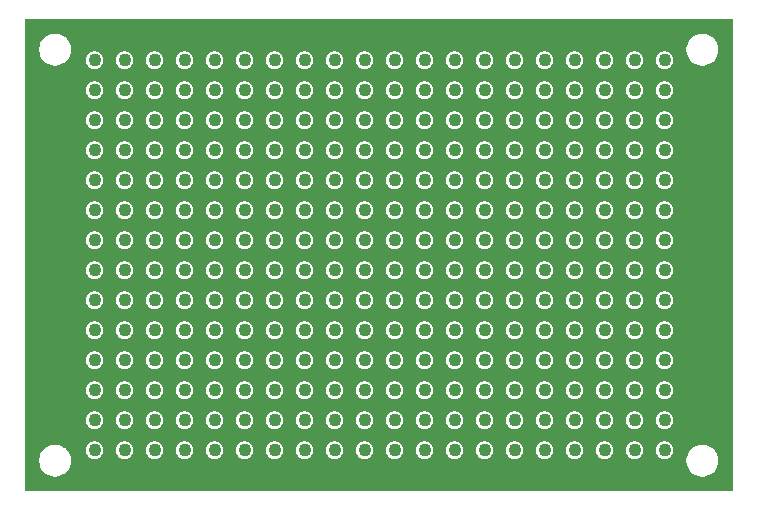
<source format=gbr>
G04 #@! TF.GenerationSoftware,KiCad,Pcbnew,9.0.1*
G04 #@! TF.CreationDate,2025-05-07T00:09:48-04:00*
G04 #@! TF.ProjectId,matrix-protoboard_14x20,6d617472-6978-42d7-9072-6f746f626f61,rev?*
G04 #@! TF.SameCoordinates,Original*
G04 #@! TF.FileFunction,Copper,L2,Bot*
G04 #@! TF.FilePolarity,Positive*
%FSLAX46Y46*%
G04 Gerber Fmt 4.6, Leading zero omitted, Abs format (unit mm)*
G04 Created by KiCad (PCBNEW 9.0.1) date 2025-05-07 00:09:48*
%MOMM*%
%LPD*%
G01*
G04 APERTURE LIST*
G04 #@! TA.AperFunction,ComponentPad*
%ADD10C,1.100000*%
G04 #@! TD*
G04 APERTURE END LIST*
D10*
X167480000Y-134250000D03*
X177640000Y-154570000D03*
X162400000Y-131710000D03*
X172560000Y-152030000D03*
X159860000Y-157110000D03*
X172560000Y-124090000D03*
X144620000Y-134250000D03*
X177640000Y-131710000D03*
X149700000Y-129170000D03*
X142080000Y-146950000D03*
X154780000Y-139330000D03*
X139540000Y-124090000D03*
X185260000Y-157110000D03*
X144620000Y-144410000D03*
X139540000Y-152030000D03*
X142080000Y-154570000D03*
X180180000Y-141870000D03*
X170020000Y-134250000D03*
X149700000Y-146950000D03*
X142080000Y-149490000D03*
X180180000Y-136790000D03*
X147160000Y-157110000D03*
X154780000Y-131710000D03*
X172560000Y-141870000D03*
X185260000Y-129170000D03*
X159860000Y-136790000D03*
X170020000Y-131710000D03*
X157320000Y-131710000D03*
X162400000Y-129170000D03*
X164940000Y-154570000D03*
X149700000Y-136790000D03*
X152240000Y-149490000D03*
X144620000Y-129170000D03*
X167480000Y-144410000D03*
X185260000Y-146950000D03*
X162400000Y-154570000D03*
X177640000Y-134250000D03*
X149700000Y-131710000D03*
X172560000Y-144410000D03*
X162400000Y-124090000D03*
X180180000Y-152030000D03*
X185260000Y-149490000D03*
X167480000Y-154570000D03*
X139540000Y-144410000D03*
X147160000Y-134250000D03*
X142080000Y-136790000D03*
X164940000Y-126630000D03*
X147160000Y-129170000D03*
X185260000Y-131710000D03*
X182720000Y-124090000D03*
X162400000Y-152030000D03*
X159860000Y-154570000D03*
X164940000Y-141870000D03*
X152240000Y-131710000D03*
X144620000Y-141870000D03*
X185260000Y-124090000D03*
X147160000Y-124090000D03*
X177640000Y-124090000D03*
X187800000Y-134250000D03*
X167480000Y-126630000D03*
X157320000Y-136790000D03*
X149700000Y-124090000D03*
X182720000Y-136790000D03*
X167480000Y-131710000D03*
X149700000Y-157110000D03*
X187800000Y-129170000D03*
X164940000Y-134250000D03*
X170020000Y-129170000D03*
X180180000Y-124090000D03*
X157320000Y-124090000D03*
X147160000Y-146950000D03*
X182720000Y-126630000D03*
X157320000Y-144410000D03*
X187800000Y-124090000D03*
X157320000Y-146950000D03*
X164940000Y-129170000D03*
X152240000Y-146950000D03*
X187800000Y-157110000D03*
X162400000Y-141870000D03*
X162400000Y-139330000D03*
X164940000Y-152030000D03*
X175100000Y-139330000D03*
X162400000Y-149490000D03*
X175100000Y-146950000D03*
X180180000Y-134250000D03*
X175100000Y-149490000D03*
X159860000Y-139330000D03*
X149700000Y-134250000D03*
X175100000Y-131710000D03*
X142080000Y-157110000D03*
X164940000Y-144410000D03*
X154780000Y-144410000D03*
X154780000Y-129170000D03*
X175100000Y-136790000D03*
X175100000Y-152030000D03*
X159860000Y-149490000D03*
X144620000Y-139330000D03*
X152240000Y-139330000D03*
X175100000Y-126630000D03*
X154780000Y-124090000D03*
X162400000Y-144410000D03*
X185260000Y-154570000D03*
X154780000Y-152030000D03*
X180180000Y-154570000D03*
X170020000Y-141870000D03*
X162400000Y-134250000D03*
X154780000Y-134250000D03*
X144620000Y-131710000D03*
X159860000Y-144410000D03*
X167480000Y-124090000D03*
X152240000Y-134250000D03*
X182720000Y-129170000D03*
X157320000Y-139330000D03*
X154780000Y-141870000D03*
X175100000Y-154570000D03*
X152240000Y-129170000D03*
X144620000Y-124090000D03*
X147160000Y-154570000D03*
X187800000Y-144410000D03*
X167480000Y-141870000D03*
X157320000Y-126630000D03*
X149700000Y-141870000D03*
X147160000Y-149490000D03*
X175100000Y-141870000D03*
X157320000Y-129170000D03*
X139540000Y-126630000D03*
X142080000Y-129170000D03*
X157320000Y-141870000D03*
X177640000Y-141870000D03*
X159860000Y-146950000D03*
X152240000Y-126630000D03*
X154780000Y-136790000D03*
X187800000Y-146950000D03*
X187800000Y-141870000D03*
X164940000Y-139330000D03*
X144620000Y-152030000D03*
X172560000Y-157110000D03*
X187800000Y-126630000D03*
X147160000Y-139330000D03*
X185260000Y-141870000D03*
X159860000Y-152030000D03*
X162400000Y-157110000D03*
X147160000Y-144410000D03*
X170020000Y-144410000D03*
X180180000Y-129170000D03*
X142080000Y-134250000D03*
X182720000Y-157110000D03*
X180180000Y-131710000D03*
X157320000Y-157110000D03*
X177640000Y-144410000D03*
X177640000Y-129170000D03*
X139540000Y-136790000D03*
X142080000Y-126630000D03*
X182720000Y-154570000D03*
X164940000Y-149490000D03*
X187800000Y-152030000D03*
X180180000Y-144410000D03*
X172560000Y-139330000D03*
X177640000Y-152030000D03*
X172560000Y-149490000D03*
X185260000Y-139330000D03*
X154780000Y-146950000D03*
X170020000Y-126630000D03*
X187800000Y-131710000D03*
X152240000Y-152030000D03*
X154780000Y-157110000D03*
X162400000Y-126630000D03*
X177640000Y-146950000D03*
X185260000Y-136790000D03*
X177640000Y-149490000D03*
X177640000Y-157110000D03*
X152240000Y-136790000D03*
X170020000Y-149490000D03*
X182720000Y-131710000D03*
X167480000Y-149490000D03*
X172560000Y-134250000D03*
X172560000Y-146950000D03*
X182720000Y-152030000D03*
X185260000Y-134250000D03*
X164940000Y-131710000D03*
X180180000Y-146950000D03*
X142080000Y-124090000D03*
X162400000Y-136790000D03*
X139540000Y-141870000D03*
X164940000Y-146950000D03*
X170020000Y-139330000D03*
X182720000Y-149490000D03*
X182720000Y-146950000D03*
X167480000Y-157110000D03*
X154780000Y-149490000D03*
X167480000Y-129170000D03*
X172560000Y-131710000D03*
X170020000Y-146950000D03*
X147160000Y-141870000D03*
X147160000Y-126630000D03*
X149700000Y-154570000D03*
X142080000Y-152030000D03*
X185260000Y-126630000D03*
X180180000Y-139330000D03*
X159860000Y-129170000D03*
X139540000Y-154570000D03*
X170020000Y-152030000D03*
X182720000Y-144410000D03*
X175100000Y-144410000D03*
X157320000Y-152030000D03*
X144620000Y-157110000D03*
X152240000Y-124090000D03*
X187800000Y-154570000D03*
X142080000Y-141870000D03*
X159860000Y-141870000D03*
X182720000Y-141870000D03*
X144620000Y-146950000D03*
X147160000Y-152030000D03*
X152240000Y-157110000D03*
X172560000Y-126630000D03*
X142080000Y-144410000D03*
X157320000Y-154570000D03*
X182720000Y-139330000D03*
X147160000Y-136790000D03*
X152240000Y-141870000D03*
X185260000Y-144410000D03*
X139540000Y-157110000D03*
X157320000Y-134250000D03*
X172560000Y-154570000D03*
X177640000Y-139330000D03*
X164940000Y-157110000D03*
X139540000Y-146950000D03*
X172560000Y-129170000D03*
X187800000Y-149490000D03*
X170020000Y-154570000D03*
X149700000Y-139330000D03*
X187800000Y-139330000D03*
X152240000Y-144410000D03*
X159860000Y-131710000D03*
X142080000Y-131710000D03*
X172560000Y-136790000D03*
X164940000Y-124090000D03*
X175100000Y-124090000D03*
X167480000Y-152030000D03*
X170020000Y-124090000D03*
X162400000Y-146950000D03*
X139540000Y-134250000D03*
X154780000Y-126630000D03*
X157320000Y-149490000D03*
X177640000Y-126630000D03*
X144620000Y-149490000D03*
X149700000Y-152030000D03*
X170020000Y-136790000D03*
X154780000Y-154570000D03*
X164940000Y-136790000D03*
X187800000Y-136790000D03*
X144620000Y-154570000D03*
X142080000Y-139330000D03*
X144620000Y-136790000D03*
X177640000Y-136790000D03*
X144620000Y-126630000D03*
X139540000Y-131710000D03*
X175100000Y-129170000D03*
X139540000Y-149490000D03*
X170020000Y-157110000D03*
X175100000Y-157110000D03*
X167480000Y-139330000D03*
X149700000Y-126630000D03*
X152240000Y-154570000D03*
X175100000Y-134250000D03*
X182720000Y-134250000D03*
X180180000Y-126630000D03*
X180180000Y-149490000D03*
X147160000Y-131710000D03*
X185260000Y-152030000D03*
X159860000Y-134250000D03*
X139540000Y-139330000D03*
X167480000Y-146950000D03*
X149700000Y-144410000D03*
X159860000Y-124090000D03*
X159860000Y-126630000D03*
X180180000Y-157110000D03*
X139540000Y-129170000D03*
X149700000Y-149490000D03*
X167480000Y-136790000D03*
G04 #@! TA.AperFunction,NonConductor*
G36*
X193577826Y-120622174D02*
G01*
X193599500Y-120674500D01*
X193599500Y-160525500D01*
X193577826Y-160577826D01*
X193525500Y-160599500D01*
X133684000Y-160599500D01*
X133631674Y-160577826D01*
X133610000Y-160525500D01*
X133610000Y-157893711D01*
X134849500Y-157893711D01*
X134849500Y-158106288D01*
X134882753Y-158316240D01*
X134882756Y-158316253D01*
X134948440Y-158518406D01*
X135044948Y-158707816D01*
X135121475Y-158813146D01*
X135169896Y-158879792D01*
X135320208Y-159030104D01*
X135415656Y-159099451D01*
X135492183Y-159155051D01*
X135583474Y-159201565D01*
X135681588Y-159251557D01*
X135681590Y-159251557D01*
X135681593Y-159251559D01*
X135883746Y-159317243D01*
X135883752Y-159317244D01*
X135883757Y-159317246D01*
X135988735Y-159333873D01*
X136093711Y-159350500D01*
X136093713Y-159350500D01*
X136306289Y-159350500D01*
X136390269Y-159337198D01*
X136516243Y-159317246D01*
X136516250Y-159317243D01*
X136516253Y-159317243D01*
X136718406Y-159251559D01*
X136718406Y-159251558D01*
X136718412Y-159251557D01*
X136907816Y-159155051D01*
X137079792Y-159030104D01*
X137230104Y-158879792D01*
X137355051Y-158707816D01*
X137451557Y-158518412D01*
X137517246Y-158316243D01*
X137550500Y-158106287D01*
X137550500Y-157893713D01*
X137550500Y-157893711D01*
X189649500Y-157893711D01*
X189649500Y-158106288D01*
X189682753Y-158316240D01*
X189682756Y-158316253D01*
X189748440Y-158518406D01*
X189844948Y-158707816D01*
X189921475Y-158813146D01*
X189969896Y-158879792D01*
X190120208Y-159030104D01*
X190215656Y-159099451D01*
X190292183Y-159155051D01*
X190383474Y-159201565D01*
X190481588Y-159251557D01*
X190481590Y-159251557D01*
X190481593Y-159251559D01*
X190683746Y-159317243D01*
X190683752Y-159317244D01*
X190683757Y-159317246D01*
X190788735Y-159333873D01*
X190893711Y-159350500D01*
X190893713Y-159350500D01*
X191106289Y-159350500D01*
X191190269Y-159337198D01*
X191316243Y-159317246D01*
X191316250Y-159317243D01*
X191316253Y-159317243D01*
X191518406Y-159251559D01*
X191518406Y-159251558D01*
X191518412Y-159251557D01*
X191707816Y-159155051D01*
X191879792Y-159030104D01*
X192030104Y-158879792D01*
X192155051Y-158707816D01*
X192251557Y-158518412D01*
X192317246Y-158316243D01*
X192350500Y-158106287D01*
X192350500Y-157893713D01*
X192340671Y-157831658D01*
X192317246Y-157683759D01*
X192317243Y-157683746D01*
X192251559Y-157481593D01*
X192251557Y-157481590D01*
X192251557Y-157481588D01*
X192201565Y-157383474D01*
X192155051Y-157292183D01*
X192099451Y-157215656D01*
X192030104Y-157120208D01*
X191879792Y-156969896D01*
X191771327Y-156891092D01*
X191707816Y-156844948D01*
X191518406Y-156748440D01*
X191316253Y-156682756D01*
X191316240Y-156682753D01*
X191106289Y-156649500D01*
X191106287Y-156649500D01*
X190893713Y-156649500D01*
X190893711Y-156649500D01*
X190683759Y-156682753D01*
X190683746Y-156682756D01*
X190481593Y-156748440D01*
X190292183Y-156844948D01*
X190120212Y-156969893D01*
X190120208Y-156969896D01*
X189969896Y-157120208D01*
X189969893Y-157120211D01*
X189969893Y-157120212D01*
X189844948Y-157292183D01*
X189748440Y-157481593D01*
X189682756Y-157683746D01*
X189682753Y-157683759D01*
X189649500Y-157893711D01*
X137550500Y-157893711D01*
X137540671Y-157831658D01*
X137517246Y-157683759D01*
X137517243Y-157683746D01*
X137451559Y-157481593D01*
X137451557Y-157481590D01*
X137451557Y-157481588D01*
X137401565Y-157383474D01*
X137355051Y-157292183D01*
X137299451Y-157215656D01*
X137230104Y-157120208D01*
X137145979Y-157036083D01*
X138789500Y-157036083D01*
X138789500Y-157183916D01*
X138818340Y-157328907D01*
X138818343Y-157328917D01*
X138874915Y-157465494D01*
X138874916Y-157465495D01*
X138957049Y-157588416D01*
X139061584Y-157692951D01*
X139184505Y-157775084D01*
X139321087Y-157831658D01*
X139466082Y-157860500D01*
X139466084Y-157860500D01*
X139613916Y-157860500D01*
X139613918Y-157860500D01*
X139758913Y-157831658D01*
X139895495Y-157775084D01*
X140018416Y-157692951D01*
X140122951Y-157588416D01*
X140205084Y-157465495D01*
X140261658Y-157328913D01*
X140290500Y-157183918D01*
X140290500Y-157036083D01*
X141329500Y-157036083D01*
X141329500Y-157183916D01*
X141358340Y-157328907D01*
X141358343Y-157328917D01*
X141414915Y-157465494D01*
X141414916Y-157465495D01*
X141497049Y-157588416D01*
X141601584Y-157692951D01*
X141724505Y-157775084D01*
X141861087Y-157831658D01*
X142006082Y-157860500D01*
X142006084Y-157860500D01*
X142153916Y-157860500D01*
X142153918Y-157860500D01*
X142298913Y-157831658D01*
X142435495Y-157775084D01*
X142558416Y-157692951D01*
X142662951Y-157588416D01*
X142745084Y-157465495D01*
X142801658Y-157328913D01*
X142830500Y-157183918D01*
X142830500Y-157036083D01*
X143869500Y-157036083D01*
X143869500Y-157183916D01*
X143898340Y-157328907D01*
X143898343Y-157328917D01*
X143954915Y-157465494D01*
X143954916Y-157465495D01*
X144037049Y-157588416D01*
X144141584Y-157692951D01*
X144264505Y-157775084D01*
X144401087Y-157831658D01*
X144546082Y-157860500D01*
X144546084Y-157860500D01*
X144693916Y-157860500D01*
X144693918Y-157860500D01*
X144838913Y-157831658D01*
X144975495Y-157775084D01*
X145098416Y-157692951D01*
X145202951Y-157588416D01*
X145285084Y-157465495D01*
X145341658Y-157328913D01*
X145370500Y-157183918D01*
X145370500Y-157036083D01*
X146409500Y-157036083D01*
X146409500Y-157183916D01*
X146438340Y-157328907D01*
X146438343Y-157328917D01*
X146494915Y-157465494D01*
X146494916Y-157465495D01*
X146577049Y-157588416D01*
X146681584Y-157692951D01*
X146804505Y-157775084D01*
X146941087Y-157831658D01*
X147086082Y-157860500D01*
X147086084Y-157860500D01*
X147233916Y-157860500D01*
X147233918Y-157860500D01*
X147378913Y-157831658D01*
X147515495Y-157775084D01*
X147638416Y-157692951D01*
X147742951Y-157588416D01*
X147825084Y-157465495D01*
X147881658Y-157328913D01*
X147910500Y-157183918D01*
X147910500Y-157036083D01*
X148949500Y-157036083D01*
X148949500Y-157183916D01*
X148978340Y-157328907D01*
X148978343Y-157328917D01*
X149034915Y-157465494D01*
X149034916Y-157465495D01*
X149117049Y-157588416D01*
X149221584Y-157692951D01*
X149344505Y-157775084D01*
X149481087Y-157831658D01*
X149626082Y-157860500D01*
X149626084Y-157860500D01*
X149773916Y-157860500D01*
X149773918Y-157860500D01*
X149918913Y-157831658D01*
X150055495Y-157775084D01*
X150178416Y-157692951D01*
X150282951Y-157588416D01*
X150365084Y-157465495D01*
X150421658Y-157328913D01*
X150450500Y-157183918D01*
X150450500Y-157036083D01*
X151489500Y-157036083D01*
X151489500Y-157183916D01*
X151518340Y-157328907D01*
X151518343Y-157328917D01*
X151574915Y-157465494D01*
X151574916Y-157465495D01*
X151657049Y-157588416D01*
X151761584Y-157692951D01*
X151884505Y-157775084D01*
X152021087Y-157831658D01*
X152166082Y-157860500D01*
X152166084Y-157860500D01*
X152313916Y-157860500D01*
X152313918Y-157860500D01*
X152458913Y-157831658D01*
X152595495Y-157775084D01*
X152718416Y-157692951D01*
X152822951Y-157588416D01*
X152905084Y-157465495D01*
X152961658Y-157328913D01*
X152990500Y-157183918D01*
X152990500Y-157036083D01*
X154029500Y-157036083D01*
X154029500Y-157183916D01*
X154058340Y-157328907D01*
X154058343Y-157328917D01*
X154114915Y-157465494D01*
X154114916Y-157465495D01*
X154197049Y-157588416D01*
X154301584Y-157692951D01*
X154424505Y-157775084D01*
X154561087Y-157831658D01*
X154706082Y-157860500D01*
X154706084Y-157860500D01*
X154853916Y-157860500D01*
X154853918Y-157860500D01*
X154998913Y-157831658D01*
X155135495Y-157775084D01*
X155258416Y-157692951D01*
X155362951Y-157588416D01*
X155445084Y-157465495D01*
X155501658Y-157328913D01*
X155530500Y-157183918D01*
X155530500Y-157036083D01*
X156569500Y-157036083D01*
X156569500Y-157183916D01*
X156598340Y-157328907D01*
X156598343Y-157328917D01*
X156654915Y-157465494D01*
X156654916Y-157465495D01*
X156737049Y-157588416D01*
X156841584Y-157692951D01*
X156964505Y-157775084D01*
X157101087Y-157831658D01*
X157246082Y-157860500D01*
X157246084Y-157860500D01*
X157393916Y-157860500D01*
X157393918Y-157860500D01*
X157538913Y-157831658D01*
X157675495Y-157775084D01*
X157798416Y-157692951D01*
X157902951Y-157588416D01*
X157985084Y-157465495D01*
X158041658Y-157328913D01*
X158070500Y-157183918D01*
X158070500Y-157036083D01*
X159109500Y-157036083D01*
X159109500Y-157183916D01*
X159138340Y-157328907D01*
X159138343Y-157328917D01*
X159194915Y-157465494D01*
X159194916Y-157465495D01*
X159277049Y-157588416D01*
X159381584Y-157692951D01*
X159504505Y-157775084D01*
X159641087Y-157831658D01*
X159786082Y-157860500D01*
X159786084Y-157860500D01*
X159933916Y-157860500D01*
X159933918Y-157860500D01*
X160078913Y-157831658D01*
X160215495Y-157775084D01*
X160338416Y-157692951D01*
X160442951Y-157588416D01*
X160525084Y-157465495D01*
X160581658Y-157328913D01*
X160610500Y-157183918D01*
X160610500Y-157036083D01*
X161649500Y-157036083D01*
X161649500Y-157183916D01*
X161678340Y-157328907D01*
X161678343Y-157328917D01*
X161734915Y-157465494D01*
X161734916Y-157465495D01*
X161817049Y-157588416D01*
X161921584Y-157692951D01*
X162044505Y-157775084D01*
X162181087Y-157831658D01*
X162326082Y-157860500D01*
X162326084Y-157860500D01*
X162473916Y-157860500D01*
X162473918Y-157860500D01*
X162618913Y-157831658D01*
X162755495Y-157775084D01*
X162878416Y-157692951D01*
X162982951Y-157588416D01*
X163065084Y-157465495D01*
X163121658Y-157328913D01*
X163150500Y-157183918D01*
X163150500Y-157036083D01*
X164189500Y-157036083D01*
X164189500Y-157183916D01*
X164218340Y-157328907D01*
X164218343Y-157328917D01*
X164274915Y-157465494D01*
X164274916Y-157465495D01*
X164357049Y-157588416D01*
X164461584Y-157692951D01*
X164584505Y-157775084D01*
X164721087Y-157831658D01*
X164866082Y-157860500D01*
X164866084Y-157860500D01*
X165013916Y-157860500D01*
X165013918Y-157860500D01*
X165158913Y-157831658D01*
X165295495Y-157775084D01*
X165418416Y-157692951D01*
X165522951Y-157588416D01*
X165605084Y-157465495D01*
X165661658Y-157328913D01*
X165690500Y-157183918D01*
X165690500Y-157036083D01*
X166729500Y-157036083D01*
X166729500Y-157183916D01*
X166758340Y-157328907D01*
X166758343Y-157328917D01*
X166814915Y-157465494D01*
X166814916Y-157465495D01*
X166897049Y-157588416D01*
X167001584Y-157692951D01*
X167124505Y-157775084D01*
X167261087Y-157831658D01*
X167406082Y-157860500D01*
X167406084Y-157860500D01*
X167553916Y-157860500D01*
X167553918Y-157860500D01*
X167698913Y-157831658D01*
X167835495Y-157775084D01*
X167958416Y-157692951D01*
X168062951Y-157588416D01*
X168145084Y-157465495D01*
X168201658Y-157328913D01*
X168230500Y-157183918D01*
X168230500Y-157036083D01*
X169269500Y-157036083D01*
X169269500Y-157183916D01*
X169298340Y-157328907D01*
X169298343Y-157328917D01*
X169354915Y-157465494D01*
X169354916Y-157465495D01*
X169437049Y-157588416D01*
X169541584Y-157692951D01*
X169664505Y-157775084D01*
X169801087Y-157831658D01*
X169946082Y-157860500D01*
X169946084Y-157860500D01*
X170093916Y-157860500D01*
X170093918Y-157860500D01*
X170238913Y-157831658D01*
X170375495Y-157775084D01*
X170498416Y-157692951D01*
X170602951Y-157588416D01*
X170685084Y-157465495D01*
X170741658Y-157328913D01*
X170770500Y-157183918D01*
X170770500Y-157036083D01*
X171809500Y-157036083D01*
X171809500Y-157183916D01*
X171838340Y-157328907D01*
X171838343Y-157328917D01*
X171894915Y-157465494D01*
X171894916Y-157465495D01*
X171977049Y-157588416D01*
X172081584Y-157692951D01*
X172204505Y-157775084D01*
X172341087Y-157831658D01*
X172486082Y-157860500D01*
X172486084Y-157860500D01*
X172633916Y-157860500D01*
X172633918Y-157860500D01*
X172778913Y-157831658D01*
X172915495Y-157775084D01*
X173038416Y-157692951D01*
X173142951Y-157588416D01*
X173225084Y-157465495D01*
X173281658Y-157328913D01*
X173310500Y-157183918D01*
X173310500Y-157036083D01*
X174349500Y-157036083D01*
X174349500Y-157183916D01*
X174378340Y-157328907D01*
X174378343Y-157328917D01*
X174434915Y-157465494D01*
X174434916Y-157465495D01*
X174517049Y-157588416D01*
X174621584Y-157692951D01*
X174744505Y-157775084D01*
X174881087Y-157831658D01*
X175026082Y-157860500D01*
X175026084Y-157860500D01*
X175173916Y-157860500D01*
X175173918Y-157860500D01*
X175318913Y-157831658D01*
X175455495Y-157775084D01*
X175578416Y-157692951D01*
X175682951Y-157588416D01*
X175765084Y-157465495D01*
X175821658Y-157328913D01*
X175850500Y-157183918D01*
X175850500Y-157036083D01*
X176889500Y-157036083D01*
X176889500Y-157183916D01*
X176918340Y-157328907D01*
X176918343Y-157328917D01*
X176974915Y-157465494D01*
X176974916Y-157465495D01*
X177057049Y-157588416D01*
X177161584Y-157692951D01*
X177284505Y-157775084D01*
X177421087Y-157831658D01*
X177566082Y-157860500D01*
X177566084Y-157860500D01*
X177713916Y-157860500D01*
X177713918Y-157860500D01*
X177858913Y-157831658D01*
X177995495Y-157775084D01*
X178118416Y-157692951D01*
X178222951Y-157588416D01*
X178305084Y-157465495D01*
X178361658Y-157328913D01*
X178390500Y-157183918D01*
X178390500Y-157036083D01*
X179429500Y-157036083D01*
X179429500Y-157183916D01*
X179458340Y-157328907D01*
X179458343Y-157328917D01*
X179514915Y-157465494D01*
X179514916Y-157465495D01*
X179597049Y-157588416D01*
X179701584Y-157692951D01*
X179824505Y-157775084D01*
X179961087Y-157831658D01*
X180106082Y-157860500D01*
X180106084Y-157860500D01*
X180253916Y-157860500D01*
X180253918Y-157860500D01*
X180398913Y-157831658D01*
X180535495Y-157775084D01*
X180658416Y-157692951D01*
X180762951Y-157588416D01*
X180845084Y-157465495D01*
X180901658Y-157328913D01*
X180930500Y-157183918D01*
X180930500Y-157036083D01*
X181969500Y-157036083D01*
X181969500Y-157183916D01*
X181998340Y-157328907D01*
X181998343Y-157328917D01*
X182054915Y-157465494D01*
X182054916Y-157465495D01*
X182137049Y-157588416D01*
X182241584Y-157692951D01*
X182364505Y-157775084D01*
X182501087Y-157831658D01*
X182646082Y-157860500D01*
X182646084Y-157860500D01*
X182793916Y-157860500D01*
X182793918Y-157860500D01*
X182938913Y-157831658D01*
X183075495Y-157775084D01*
X183198416Y-157692951D01*
X183302951Y-157588416D01*
X183385084Y-157465495D01*
X183441658Y-157328913D01*
X183470500Y-157183918D01*
X183470500Y-157036083D01*
X184509500Y-157036083D01*
X184509500Y-157183916D01*
X184538340Y-157328907D01*
X184538343Y-157328917D01*
X184594915Y-157465494D01*
X184594916Y-157465495D01*
X184677049Y-157588416D01*
X184781584Y-157692951D01*
X184904505Y-157775084D01*
X185041087Y-157831658D01*
X185186082Y-157860500D01*
X185186084Y-157860500D01*
X185333916Y-157860500D01*
X185333918Y-157860500D01*
X185478913Y-157831658D01*
X185615495Y-157775084D01*
X185738416Y-157692951D01*
X185842951Y-157588416D01*
X185925084Y-157465495D01*
X185981658Y-157328913D01*
X186010500Y-157183918D01*
X186010500Y-157036083D01*
X187049500Y-157036083D01*
X187049500Y-157183916D01*
X187078340Y-157328907D01*
X187078343Y-157328917D01*
X187134915Y-157465494D01*
X187134916Y-157465495D01*
X187217049Y-157588416D01*
X187321584Y-157692951D01*
X187444505Y-157775084D01*
X187581087Y-157831658D01*
X187726082Y-157860500D01*
X187726084Y-157860500D01*
X187873916Y-157860500D01*
X187873918Y-157860500D01*
X188018913Y-157831658D01*
X188155495Y-157775084D01*
X188278416Y-157692951D01*
X188382951Y-157588416D01*
X188465084Y-157465495D01*
X188521658Y-157328913D01*
X188550500Y-157183918D01*
X188550500Y-157036082D01*
X188521658Y-156891087D01*
X188465084Y-156754505D01*
X188382951Y-156631584D01*
X188278416Y-156527049D01*
X188155495Y-156444916D01*
X188155496Y-156444916D01*
X188155494Y-156444915D01*
X188018917Y-156388343D01*
X188018907Y-156388340D01*
X187921811Y-156369026D01*
X187873918Y-156359500D01*
X187726082Y-156359500D01*
X187684977Y-156367676D01*
X187581092Y-156388340D01*
X187581082Y-156388343D01*
X187444505Y-156444915D01*
X187321584Y-156527048D01*
X187321583Y-156527050D01*
X187217050Y-156631583D01*
X187217048Y-156631584D01*
X187134915Y-156754505D01*
X187078343Y-156891082D01*
X187078340Y-156891092D01*
X187049500Y-157036083D01*
X186010500Y-157036083D01*
X186010500Y-157036082D01*
X185981658Y-156891087D01*
X185925084Y-156754505D01*
X185842951Y-156631584D01*
X185738416Y-156527049D01*
X185615495Y-156444916D01*
X185615496Y-156444916D01*
X185615494Y-156444915D01*
X185478917Y-156388343D01*
X185478907Y-156388340D01*
X185381811Y-156369026D01*
X185333918Y-156359500D01*
X185186082Y-156359500D01*
X185144977Y-156367676D01*
X185041092Y-156388340D01*
X185041082Y-156388343D01*
X184904505Y-156444915D01*
X184781584Y-156527048D01*
X184781583Y-156527050D01*
X184677050Y-156631583D01*
X184677048Y-156631584D01*
X184594915Y-156754505D01*
X184538343Y-156891082D01*
X184538340Y-156891092D01*
X184509500Y-157036083D01*
X183470500Y-157036083D01*
X183470500Y-157036082D01*
X183441658Y-156891087D01*
X183385084Y-156754505D01*
X183302951Y-156631584D01*
X183198416Y-156527049D01*
X183075495Y-156444916D01*
X183075496Y-156444916D01*
X183075494Y-156444915D01*
X182938917Y-156388343D01*
X182938907Y-156388340D01*
X182841811Y-156369026D01*
X182793918Y-156359500D01*
X182646082Y-156359500D01*
X182604977Y-156367676D01*
X182501092Y-156388340D01*
X182501082Y-156388343D01*
X182364505Y-156444915D01*
X182241584Y-156527048D01*
X182241583Y-156527050D01*
X182137050Y-156631583D01*
X182137048Y-156631584D01*
X182054915Y-156754505D01*
X181998343Y-156891082D01*
X181998340Y-156891092D01*
X181969500Y-157036083D01*
X180930500Y-157036083D01*
X180930500Y-157036082D01*
X180901658Y-156891087D01*
X180845084Y-156754505D01*
X180762951Y-156631584D01*
X180658416Y-156527049D01*
X180535495Y-156444916D01*
X180535496Y-156444916D01*
X180535494Y-156444915D01*
X180398917Y-156388343D01*
X180398907Y-156388340D01*
X180301811Y-156369026D01*
X180253918Y-156359500D01*
X180106082Y-156359500D01*
X180064977Y-156367676D01*
X179961092Y-156388340D01*
X179961082Y-156388343D01*
X179824505Y-156444915D01*
X179701584Y-156527048D01*
X179701583Y-156527050D01*
X179597050Y-156631583D01*
X179597048Y-156631584D01*
X179514915Y-156754505D01*
X179458343Y-156891082D01*
X179458340Y-156891092D01*
X179429500Y-157036083D01*
X178390500Y-157036083D01*
X178390500Y-157036082D01*
X178361658Y-156891087D01*
X178305084Y-156754505D01*
X178222951Y-156631584D01*
X178118416Y-156527049D01*
X177995495Y-156444916D01*
X177995496Y-156444916D01*
X177995494Y-156444915D01*
X177858917Y-156388343D01*
X177858907Y-156388340D01*
X177761811Y-156369026D01*
X177713918Y-156359500D01*
X177566082Y-156359500D01*
X177524977Y-156367676D01*
X177421092Y-156388340D01*
X177421082Y-156388343D01*
X177284505Y-156444915D01*
X177161584Y-156527048D01*
X177161583Y-156527050D01*
X177057050Y-156631583D01*
X177057048Y-156631584D01*
X176974915Y-156754505D01*
X176918343Y-156891082D01*
X176918340Y-156891092D01*
X176889500Y-157036083D01*
X175850500Y-157036083D01*
X175850500Y-157036082D01*
X175821658Y-156891087D01*
X175765084Y-156754505D01*
X175682951Y-156631584D01*
X175578416Y-156527049D01*
X175455495Y-156444916D01*
X175455496Y-156444916D01*
X175455494Y-156444915D01*
X175318917Y-156388343D01*
X175318907Y-156388340D01*
X175221811Y-156369026D01*
X175173918Y-156359500D01*
X175026082Y-156359500D01*
X174984977Y-156367676D01*
X174881092Y-156388340D01*
X174881082Y-156388343D01*
X174744505Y-156444915D01*
X174621584Y-156527048D01*
X174621583Y-156527050D01*
X174517050Y-156631583D01*
X174517048Y-156631584D01*
X174434915Y-156754505D01*
X174378343Y-156891082D01*
X174378340Y-156891092D01*
X174349500Y-157036083D01*
X173310500Y-157036083D01*
X173310500Y-157036082D01*
X173281658Y-156891087D01*
X173225084Y-156754505D01*
X173142951Y-156631584D01*
X173038416Y-156527049D01*
X172915495Y-156444916D01*
X172915496Y-156444916D01*
X172915494Y-156444915D01*
X172778917Y-156388343D01*
X172778907Y-156388340D01*
X172681811Y-156369026D01*
X172633918Y-156359500D01*
X172486082Y-156359500D01*
X172444977Y-156367676D01*
X172341092Y-156388340D01*
X172341082Y-156388343D01*
X172204505Y-156444915D01*
X172081584Y-156527048D01*
X172081583Y-156527050D01*
X171977050Y-156631583D01*
X171977048Y-156631584D01*
X171894915Y-156754505D01*
X171838343Y-156891082D01*
X171838340Y-156891092D01*
X171809500Y-157036083D01*
X170770500Y-157036083D01*
X170770500Y-157036082D01*
X170741658Y-156891087D01*
X170685084Y-156754505D01*
X170602951Y-156631584D01*
X170498416Y-156527049D01*
X170375495Y-156444916D01*
X170375496Y-156444916D01*
X170375494Y-156444915D01*
X170238917Y-156388343D01*
X170238907Y-156388340D01*
X170141811Y-156369026D01*
X170093918Y-156359500D01*
X169946082Y-156359500D01*
X169904977Y-156367676D01*
X169801092Y-156388340D01*
X169801082Y-156388343D01*
X169664505Y-156444915D01*
X169541584Y-156527048D01*
X169541583Y-156527050D01*
X169437050Y-156631583D01*
X169437048Y-156631584D01*
X169354915Y-156754505D01*
X169298343Y-156891082D01*
X169298340Y-156891092D01*
X169269500Y-157036083D01*
X168230500Y-157036083D01*
X168230500Y-157036082D01*
X168201658Y-156891087D01*
X168145084Y-156754505D01*
X168062951Y-156631584D01*
X167958416Y-156527049D01*
X167835495Y-156444916D01*
X167835496Y-156444916D01*
X167835494Y-156444915D01*
X167698917Y-156388343D01*
X167698907Y-156388340D01*
X167601811Y-156369026D01*
X167553918Y-156359500D01*
X167406082Y-156359500D01*
X167364977Y-156367676D01*
X167261092Y-156388340D01*
X167261082Y-156388343D01*
X167124505Y-156444915D01*
X167001584Y-156527048D01*
X167001583Y-156527050D01*
X166897050Y-156631583D01*
X166897048Y-156631584D01*
X166814915Y-156754505D01*
X166758343Y-156891082D01*
X166758340Y-156891092D01*
X166729500Y-157036083D01*
X165690500Y-157036083D01*
X165690500Y-157036082D01*
X165661658Y-156891087D01*
X165605084Y-156754505D01*
X165522951Y-156631584D01*
X165418416Y-156527049D01*
X165295495Y-156444916D01*
X165295496Y-156444916D01*
X165295494Y-156444915D01*
X165158917Y-156388343D01*
X165158907Y-156388340D01*
X165061811Y-156369026D01*
X165013918Y-156359500D01*
X164866082Y-156359500D01*
X164824977Y-156367676D01*
X164721092Y-156388340D01*
X164721082Y-156388343D01*
X164584505Y-156444915D01*
X164461584Y-156527048D01*
X164461583Y-156527050D01*
X164357050Y-156631583D01*
X164357048Y-156631584D01*
X164274915Y-156754505D01*
X164218343Y-156891082D01*
X164218340Y-156891092D01*
X164189500Y-157036083D01*
X163150500Y-157036083D01*
X163150500Y-157036082D01*
X163121658Y-156891087D01*
X163065084Y-156754505D01*
X162982951Y-156631584D01*
X162878416Y-156527049D01*
X162755495Y-156444916D01*
X162755496Y-156444916D01*
X162755494Y-156444915D01*
X162618917Y-156388343D01*
X162618907Y-156388340D01*
X162521811Y-156369026D01*
X162473918Y-156359500D01*
X162326082Y-156359500D01*
X162284977Y-156367676D01*
X162181092Y-156388340D01*
X162181082Y-156388343D01*
X162044505Y-156444915D01*
X161921584Y-156527048D01*
X161921583Y-156527050D01*
X161817050Y-156631583D01*
X161817048Y-156631584D01*
X161734915Y-156754505D01*
X161678343Y-156891082D01*
X161678340Y-156891092D01*
X161649500Y-157036083D01*
X160610500Y-157036083D01*
X160610500Y-157036082D01*
X160581658Y-156891087D01*
X160525084Y-156754505D01*
X160442951Y-156631584D01*
X160338416Y-156527049D01*
X160215495Y-156444916D01*
X160215496Y-156444916D01*
X160215494Y-156444915D01*
X160078917Y-156388343D01*
X160078907Y-156388340D01*
X159981811Y-156369026D01*
X159933918Y-156359500D01*
X159786082Y-156359500D01*
X159744977Y-156367676D01*
X159641092Y-156388340D01*
X159641082Y-156388343D01*
X159504505Y-156444915D01*
X159381584Y-156527048D01*
X159381583Y-156527050D01*
X159277050Y-156631583D01*
X159277048Y-156631584D01*
X159194915Y-156754505D01*
X159138343Y-156891082D01*
X159138340Y-156891092D01*
X159109500Y-157036083D01*
X158070500Y-157036083D01*
X158070500Y-157036082D01*
X158041658Y-156891087D01*
X157985084Y-156754505D01*
X157902951Y-156631584D01*
X157798416Y-156527049D01*
X157675495Y-156444916D01*
X157675496Y-156444916D01*
X157675494Y-156444915D01*
X157538917Y-156388343D01*
X157538907Y-156388340D01*
X157441811Y-156369026D01*
X157393918Y-156359500D01*
X157246082Y-156359500D01*
X157204977Y-156367676D01*
X157101092Y-156388340D01*
X157101082Y-156388343D01*
X156964505Y-156444915D01*
X156841584Y-156527048D01*
X156841583Y-156527050D01*
X156737050Y-156631583D01*
X156737048Y-156631584D01*
X156654915Y-156754505D01*
X156598343Y-156891082D01*
X156598340Y-156891092D01*
X156569500Y-157036083D01*
X155530500Y-157036083D01*
X155530500Y-157036082D01*
X155501658Y-156891087D01*
X155445084Y-156754505D01*
X155362951Y-156631584D01*
X155258416Y-156527049D01*
X155135495Y-156444916D01*
X155135496Y-156444916D01*
X155135494Y-156444915D01*
X154998917Y-156388343D01*
X154998907Y-156388340D01*
X154901811Y-156369026D01*
X154853918Y-156359500D01*
X154706082Y-156359500D01*
X154664977Y-156367676D01*
X154561092Y-156388340D01*
X154561082Y-156388343D01*
X154424505Y-156444915D01*
X154301584Y-156527048D01*
X154301583Y-156527050D01*
X154197050Y-156631583D01*
X154197048Y-156631584D01*
X154114915Y-156754505D01*
X154058343Y-156891082D01*
X154058340Y-156891092D01*
X154029500Y-157036083D01*
X152990500Y-157036083D01*
X152990500Y-157036082D01*
X152961658Y-156891087D01*
X152905084Y-156754505D01*
X152822951Y-156631584D01*
X152718416Y-156527049D01*
X152595495Y-156444916D01*
X152595496Y-156444916D01*
X152595494Y-156444915D01*
X152458917Y-156388343D01*
X152458907Y-156388340D01*
X152361811Y-156369026D01*
X152313918Y-156359500D01*
X152166082Y-156359500D01*
X152124977Y-156367676D01*
X152021092Y-156388340D01*
X152021082Y-156388343D01*
X151884505Y-156444915D01*
X151761584Y-156527048D01*
X151761583Y-156527050D01*
X151657050Y-156631583D01*
X151657048Y-156631584D01*
X151574915Y-156754505D01*
X151518343Y-156891082D01*
X151518340Y-156891092D01*
X151489500Y-157036083D01*
X150450500Y-157036083D01*
X150450500Y-157036082D01*
X150421658Y-156891087D01*
X150365084Y-156754505D01*
X150282951Y-156631584D01*
X150178416Y-156527049D01*
X150055495Y-156444916D01*
X150055496Y-156444916D01*
X150055494Y-156444915D01*
X149918917Y-156388343D01*
X149918907Y-156388340D01*
X149821811Y-156369026D01*
X149773918Y-156359500D01*
X149626082Y-156359500D01*
X149584977Y-156367676D01*
X149481092Y-156388340D01*
X149481082Y-156388343D01*
X149344505Y-156444915D01*
X149221584Y-156527048D01*
X149221583Y-156527050D01*
X149117050Y-156631583D01*
X149117048Y-156631584D01*
X149034915Y-156754505D01*
X148978343Y-156891082D01*
X148978340Y-156891092D01*
X148949500Y-157036083D01*
X147910500Y-157036083D01*
X147910500Y-157036082D01*
X147881658Y-156891087D01*
X147825084Y-156754505D01*
X147742951Y-156631584D01*
X147638416Y-156527049D01*
X147515495Y-156444916D01*
X147515496Y-156444916D01*
X147515494Y-156444915D01*
X147378917Y-156388343D01*
X147378907Y-156388340D01*
X147281811Y-156369026D01*
X147233918Y-156359500D01*
X147086082Y-156359500D01*
X147044977Y-156367676D01*
X146941092Y-156388340D01*
X146941082Y-156388343D01*
X146804505Y-156444915D01*
X146681584Y-156527048D01*
X146681583Y-156527050D01*
X146577050Y-156631583D01*
X146577048Y-156631584D01*
X146494915Y-156754505D01*
X146438343Y-156891082D01*
X146438340Y-156891092D01*
X146409500Y-157036083D01*
X145370500Y-157036083D01*
X145370500Y-157036082D01*
X145341658Y-156891087D01*
X145285084Y-156754505D01*
X145202951Y-156631584D01*
X145098416Y-156527049D01*
X144975495Y-156444916D01*
X144975496Y-156444916D01*
X144975494Y-156444915D01*
X144838917Y-156388343D01*
X144838907Y-156388340D01*
X144741811Y-156369026D01*
X144693918Y-156359500D01*
X144546082Y-156359500D01*
X144504977Y-156367676D01*
X144401092Y-156388340D01*
X144401082Y-156388343D01*
X144264505Y-156444915D01*
X144141584Y-156527048D01*
X144141583Y-156527050D01*
X144037050Y-156631583D01*
X144037048Y-156631584D01*
X143954915Y-156754505D01*
X143898343Y-156891082D01*
X143898340Y-156891092D01*
X143869500Y-157036083D01*
X142830500Y-157036083D01*
X142830500Y-157036082D01*
X142801658Y-156891087D01*
X142745084Y-156754505D01*
X142662951Y-156631584D01*
X142558416Y-156527049D01*
X142435495Y-156444916D01*
X142435496Y-156444916D01*
X142435494Y-156444915D01*
X142298917Y-156388343D01*
X142298907Y-156388340D01*
X142201811Y-156369026D01*
X142153918Y-156359500D01*
X142006082Y-156359500D01*
X141964977Y-156367676D01*
X141861092Y-156388340D01*
X141861082Y-156388343D01*
X141724505Y-156444915D01*
X141601584Y-156527048D01*
X141601583Y-156527050D01*
X141497050Y-156631583D01*
X141497048Y-156631584D01*
X141414915Y-156754505D01*
X141358343Y-156891082D01*
X141358340Y-156891092D01*
X141329500Y-157036083D01*
X140290500Y-157036083D01*
X140290500Y-157036082D01*
X140261658Y-156891087D01*
X140205084Y-156754505D01*
X140122951Y-156631584D01*
X140018416Y-156527049D01*
X139895495Y-156444916D01*
X139895496Y-156444916D01*
X139895494Y-156444915D01*
X139758917Y-156388343D01*
X139758907Y-156388340D01*
X139661811Y-156369026D01*
X139613918Y-156359500D01*
X139466082Y-156359500D01*
X139424977Y-156367676D01*
X139321092Y-156388340D01*
X139321082Y-156388343D01*
X139184505Y-156444915D01*
X139061584Y-156527048D01*
X139061583Y-156527050D01*
X138957050Y-156631583D01*
X138957048Y-156631584D01*
X138874915Y-156754505D01*
X138818343Y-156891082D01*
X138818340Y-156891092D01*
X138789500Y-157036083D01*
X137145979Y-157036083D01*
X137079792Y-156969896D01*
X136971327Y-156891092D01*
X136907816Y-156844948D01*
X136718406Y-156748440D01*
X136516253Y-156682756D01*
X136516240Y-156682753D01*
X136306289Y-156649500D01*
X136306287Y-156649500D01*
X136093713Y-156649500D01*
X136093711Y-156649500D01*
X135883759Y-156682753D01*
X135883746Y-156682756D01*
X135681593Y-156748440D01*
X135492183Y-156844948D01*
X135320212Y-156969893D01*
X135320208Y-156969896D01*
X135169896Y-157120208D01*
X135169893Y-157120211D01*
X135169893Y-157120212D01*
X135044948Y-157292183D01*
X134948440Y-157481593D01*
X134882756Y-157683746D01*
X134882753Y-157683759D01*
X134849500Y-157893711D01*
X133610000Y-157893711D01*
X133610000Y-154496083D01*
X138789500Y-154496083D01*
X138789500Y-154643916D01*
X138818340Y-154788907D01*
X138818343Y-154788917D01*
X138874915Y-154925494D01*
X138874916Y-154925495D01*
X138957049Y-155048416D01*
X139061584Y-155152951D01*
X139184505Y-155235084D01*
X139321087Y-155291658D01*
X139466082Y-155320500D01*
X139466084Y-155320500D01*
X139613916Y-155320500D01*
X139613918Y-155320500D01*
X139758913Y-155291658D01*
X139895495Y-155235084D01*
X140018416Y-155152951D01*
X140122951Y-155048416D01*
X140205084Y-154925495D01*
X140261658Y-154788913D01*
X140290500Y-154643918D01*
X140290500Y-154496083D01*
X141329500Y-154496083D01*
X141329500Y-154643916D01*
X141358340Y-154788907D01*
X141358343Y-154788917D01*
X141414915Y-154925494D01*
X141414916Y-154925495D01*
X141497049Y-155048416D01*
X141601584Y-155152951D01*
X141724505Y-155235084D01*
X141861087Y-155291658D01*
X142006082Y-155320500D01*
X142006084Y-155320500D01*
X142153916Y-155320500D01*
X142153918Y-155320500D01*
X142298913Y-155291658D01*
X142435495Y-155235084D01*
X142558416Y-155152951D01*
X142662951Y-155048416D01*
X142745084Y-154925495D01*
X142801658Y-154788913D01*
X142830500Y-154643918D01*
X142830500Y-154496083D01*
X143869500Y-154496083D01*
X143869500Y-154643916D01*
X143898340Y-154788907D01*
X143898343Y-154788917D01*
X143954915Y-154925494D01*
X143954916Y-154925495D01*
X144037049Y-155048416D01*
X144141584Y-155152951D01*
X144264505Y-155235084D01*
X144401087Y-155291658D01*
X144546082Y-155320500D01*
X144546084Y-155320500D01*
X144693916Y-155320500D01*
X144693918Y-155320500D01*
X144838913Y-155291658D01*
X144975495Y-155235084D01*
X145098416Y-155152951D01*
X145202951Y-155048416D01*
X145285084Y-154925495D01*
X145341658Y-154788913D01*
X145370500Y-154643918D01*
X145370500Y-154496083D01*
X146409500Y-154496083D01*
X146409500Y-154643916D01*
X146438340Y-154788907D01*
X146438343Y-154788917D01*
X146494915Y-154925494D01*
X146494916Y-154925495D01*
X146577049Y-155048416D01*
X146681584Y-155152951D01*
X146804505Y-155235084D01*
X146941087Y-155291658D01*
X147086082Y-155320500D01*
X147086084Y-155320500D01*
X147233916Y-155320500D01*
X147233918Y-155320500D01*
X147378913Y-155291658D01*
X147515495Y-155235084D01*
X147638416Y-155152951D01*
X147742951Y-155048416D01*
X147825084Y-154925495D01*
X147881658Y-154788913D01*
X147910500Y-154643918D01*
X147910500Y-154496083D01*
X148949500Y-154496083D01*
X148949500Y-154643916D01*
X148978340Y-154788907D01*
X148978343Y-154788917D01*
X149034915Y-154925494D01*
X149034916Y-154925495D01*
X149117049Y-155048416D01*
X149221584Y-155152951D01*
X149344505Y-155235084D01*
X149481087Y-155291658D01*
X149626082Y-155320500D01*
X149626084Y-155320500D01*
X149773916Y-155320500D01*
X149773918Y-155320500D01*
X149918913Y-155291658D01*
X150055495Y-155235084D01*
X150178416Y-155152951D01*
X150282951Y-155048416D01*
X150365084Y-154925495D01*
X150421658Y-154788913D01*
X150450500Y-154643918D01*
X150450500Y-154496083D01*
X151489500Y-154496083D01*
X151489500Y-154643916D01*
X151518340Y-154788907D01*
X151518343Y-154788917D01*
X151574915Y-154925494D01*
X151574916Y-154925495D01*
X151657049Y-155048416D01*
X151761584Y-155152951D01*
X151884505Y-155235084D01*
X152021087Y-155291658D01*
X152166082Y-155320500D01*
X152166084Y-155320500D01*
X152313916Y-155320500D01*
X152313918Y-155320500D01*
X152458913Y-155291658D01*
X152595495Y-155235084D01*
X152718416Y-155152951D01*
X152822951Y-155048416D01*
X152905084Y-154925495D01*
X152961658Y-154788913D01*
X152990500Y-154643918D01*
X152990500Y-154496083D01*
X154029500Y-154496083D01*
X154029500Y-154643916D01*
X154058340Y-154788907D01*
X154058343Y-154788917D01*
X154114915Y-154925494D01*
X154114916Y-154925495D01*
X154197049Y-155048416D01*
X154301584Y-155152951D01*
X154424505Y-155235084D01*
X154561087Y-155291658D01*
X154706082Y-155320500D01*
X154706084Y-155320500D01*
X154853916Y-155320500D01*
X154853918Y-155320500D01*
X154998913Y-155291658D01*
X155135495Y-155235084D01*
X155258416Y-155152951D01*
X155362951Y-155048416D01*
X155445084Y-154925495D01*
X155501658Y-154788913D01*
X155530500Y-154643918D01*
X155530500Y-154496083D01*
X156569500Y-154496083D01*
X156569500Y-154643916D01*
X156598340Y-154788907D01*
X156598343Y-154788917D01*
X156654915Y-154925494D01*
X156654916Y-154925495D01*
X156737049Y-155048416D01*
X156841584Y-155152951D01*
X156964505Y-155235084D01*
X157101087Y-155291658D01*
X157246082Y-155320500D01*
X157246084Y-155320500D01*
X157393916Y-155320500D01*
X157393918Y-155320500D01*
X157538913Y-155291658D01*
X157675495Y-155235084D01*
X157798416Y-155152951D01*
X157902951Y-155048416D01*
X157985084Y-154925495D01*
X158041658Y-154788913D01*
X158070500Y-154643918D01*
X158070500Y-154496083D01*
X159109500Y-154496083D01*
X159109500Y-154643916D01*
X159138340Y-154788907D01*
X159138343Y-154788917D01*
X159194915Y-154925494D01*
X159194916Y-154925495D01*
X159277049Y-155048416D01*
X159381584Y-155152951D01*
X159504505Y-155235084D01*
X159641087Y-155291658D01*
X159786082Y-155320500D01*
X159786084Y-155320500D01*
X159933916Y-155320500D01*
X159933918Y-155320500D01*
X160078913Y-155291658D01*
X160215495Y-155235084D01*
X160338416Y-155152951D01*
X160442951Y-155048416D01*
X160525084Y-154925495D01*
X160581658Y-154788913D01*
X160610500Y-154643918D01*
X160610500Y-154496083D01*
X161649500Y-154496083D01*
X161649500Y-154643916D01*
X161678340Y-154788907D01*
X161678343Y-154788917D01*
X161734915Y-154925494D01*
X161734916Y-154925495D01*
X161817049Y-155048416D01*
X161921584Y-155152951D01*
X162044505Y-155235084D01*
X162181087Y-155291658D01*
X162326082Y-155320500D01*
X162326084Y-155320500D01*
X162473916Y-155320500D01*
X162473918Y-155320500D01*
X162618913Y-155291658D01*
X162755495Y-155235084D01*
X162878416Y-155152951D01*
X162982951Y-155048416D01*
X163065084Y-154925495D01*
X163121658Y-154788913D01*
X163150500Y-154643918D01*
X163150500Y-154496083D01*
X164189500Y-154496083D01*
X164189500Y-154643916D01*
X164218340Y-154788907D01*
X164218343Y-154788917D01*
X164274915Y-154925494D01*
X164274916Y-154925495D01*
X164357049Y-155048416D01*
X164461584Y-155152951D01*
X164584505Y-155235084D01*
X164721087Y-155291658D01*
X164866082Y-155320500D01*
X164866084Y-155320500D01*
X165013916Y-155320500D01*
X165013918Y-155320500D01*
X165158913Y-155291658D01*
X165295495Y-155235084D01*
X165418416Y-155152951D01*
X165522951Y-155048416D01*
X165605084Y-154925495D01*
X165661658Y-154788913D01*
X165690500Y-154643918D01*
X165690500Y-154496083D01*
X166729500Y-154496083D01*
X166729500Y-154643916D01*
X166758340Y-154788907D01*
X166758343Y-154788917D01*
X166814915Y-154925494D01*
X166814916Y-154925495D01*
X166897049Y-155048416D01*
X167001584Y-155152951D01*
X167124505Y-155235084D01*
X167261087Y-155291658D01*
X167406082Y-155320500D01*
X167406084Y-155320500D01*
X167553916Y-155320500D01*
X167553918Y-155320500D01*
X167698913Y-155291658D01*
X167835495Y-155235084D01*
X167958416Y-155152951D01*
X168062951Y-155048416D01*
X168145084Y-154925495D01*
X168201658Y-154788913D01*
X168230500Y-154643918D01*
X168230500Y-154496083D01*
X169269500Y-154496083D01*
X169269500Y-154643916D01*
X169298340Y-154788907D01*
X169298343Y-154788917D01*
X169354915Y-154925494D01*
X169354916Y-154925495D01*
X169437049Y-155048416D01*
X169541584Y-155152951D01*
X169664505Y-155235084D01*
X169801087Y-155291658D01*
X169946082Y-155320500D01*
X169946084Y-155320500D01*
X170093916Y-155320500D01*
X170093918Y-155320500D01*
X170238913Y-155291658D01*
X170375495Y-155235084D01*
X170498416Y-155152951D01*
X170602951Y-155048416D01*
X170685084Y-154925495D01*
X170741658Y-154788913D01*
X170770500Y-154643918D01*
X170770500Y-154496083D01*
X171809500Y-154496083D01*
X171809500Y-154643916D01*
X171838340Y-154788907D01*
X171838343Y-154788917D01*
X171894915Y-154925494D01*
X171894916Y-154925495D01*
X171977049Y-155048416D01*
X172081584Y-155152951D01*
X172204505Y-155235084D01*
X172341087Y-155291658D01*
X172486082Y-155320500D01*
X172486084Y-155320500D01*
X172633916Y-155320500D01*
X172633918Y-155320500D01*
X172778913Y-155291658D01*
X172915495Y-155235084D01*
X173038416Y-155152951D01*
X173142951Y-155048416D01*
X173225084Y-154925495D01*
X173281658Y-154788913D01*
X173310500Y-154643918D01*
X173310500Y-154496083D01*
X174349500Y-154496083D01*
X174349500Y-154643916D01*
X174378340Y-154788907D01*
X174378343Y-154788917D01*
X174434915Y-154925494D01*
X174434916Y-154925495D01*
X174517049Y-155048416D01*
X174621584Y-155152951D01*
X174744505Y-155235084D01*
X174881087Y-155291658D01*
X175026082Y-155320500D01*
X175026084Y-155320500D01*
X175173916Y-155320500D01*
X175173918Y-155320500D01*
X175318913Y-155291658D01*
X175455495Y-155235084D01*
X175578416Y-155152951D01*
X175682951Y-155048416D01*
X175765084Y-154925495D01*
X175821658Y-154788913D01*
X175850500Y-154643918D01*
X175850500Y-154496083D01*
X176889500Y-154496083D01*
X176889500Y-154643916D01*
X176918340Y-154788907D01*
X176918343Y-154788917D01*
X176974915Y-154925494D01*
X176974916Y-154925495D01*
X177057049Y-155048416D01*
X177161584Y-155152951D01*
X177284505Y-155235084D01*
X177421087Y-155291658D01*
X177566082Y-155320500D01*
X177566084Y-155320500D01*
X177713916Y-155320500D01*
X177713918Y-155320500D01*
X177858913Y-155291658D01*
X177995495Y-155235084D01*
X178118416Y-155152951D01*
X178222951Y-155048416D01*
X178305084Y-154925495D01*
X178361658Y-154788913D01*
X178390500Y-154643918D01*
X178390500Y-154496083D01*
X179429500Y-154496083D01*
X179429500Y-154643916D01*
X179458340Y-154788907D01*
X179458343Y-154788917D01*
X179514915Y-154925494D01*
X179514916Y-154925495D01*
X179597049Y-155048416D01*
X179701584Y-155152951D01*
X179824505Y-155235084D01*
X179961087Y-155291658D01*
X180106082Y-155320500D01*
X180106084Y-155320500D01*
X180253916Y-155320500D01*
X180253918Y-155320500D01*
X180398913Y-155291658D01*
X180535495Y-155235084D01*
X180658416Y-155152951D01*
X180762951Y-155048416D01*
X180845084Y-154925495D01*
X180901658Y-154788913D01*
X180930500Y-154643918D01*
X180930500Y-154496083D01*
X181969500Y-154496083D01*
X181969500Y-154643916D01*
X181998340Y-154788907D01*
X181998343Y-154788917D01*
X182054915Y-154925494D01*
X182054916Y-154925495D01*
X182137049Y-155048416D01*
X182241584Y-155152951D01*
X182364505Y-155235084D01*
X182501087Y-155291658D01*
X182646082Y-155320500D01*
X182646084Y-155320500D01*
X182793916Y-155320500D01*
X182793918Y-155320500D01*
X182938913Y-155291658D01*
X183075495Y-155235084D01*
X183198416Y-155152951D01*
X183302951Y-155048416D01*
X183385084Y-154925495D01*
X183441658Y-154788913D01*
X183470500Y-154643918D01*
X183470500Y-154496083D01*
X184509500Y-154496083D01*
X184509500Y-154643916D01*
X184538340Y-154788907D01*
X184538343Y-154788917D01*
X184594915Y-154925494D01*
X184594916Y-154925495D01*
X184677049Y-155048416D01*
X184781584Y-155152951D01*
X184904505Y-155235084D01*
X185041087Y-155291658D01*
X185186082Y-155320500D01*
X185186084Y-155320500D01*
X185333916Y-155320500D01*
X185333918Y-155320500D01*
X185478913Y-155291658D01*
X185615495Y-155235084D01*
X185738416Y-155152951D01*
X185842951Y-155048416D01*
X185925084Y-154925495D01*
X185981658Y-154788913D01*
X186010500Y-154643918D01*
X186010500Y-154496083D01*
X187049500Y-154496083D01*
X187049500Y-154643916D01*
X187078340Y-154788907D01*
X187078343Y-154788917D01*
X187134915Y-154925494D01*
X187134916Y-154925495D01*
X187217049Y-155048416D01*
X187321584Y-155152951D01*
X187444505Y-155235084D01*
X187581087Y-155291658D01*
X187726082Y-155320500D01*
X187726084Y-155320500D01*
X187873916Y-155320500D01*
X187873918Y-155320500D01*
X188018913Y-155291658D01*
X188155495Y-155235084D01*
X188278416Y-155152951D01*
X188382951Y-155048416D01*
X188465084Y-154925495D01*
X188521658Y-154788913D01*
X188550500Y-154643918D01*
X188550500Y-154496082D01*
X188521658Y-154351087D01*
X188465084Y-154214505D01*
X188382951Y-154091584D01*
X188278416Y-153987049D01*
X188155495Y-153904916D01*
X188155496Y-153904916D01*
X188155494Y-153904915D01*
X188018917Y-153848343D01*
X188018907Y-153848340D01*
X187921811Y-153829026D01*
X187873918Y-153819500D01*
X187726082Y-153819500D01*
X187684977Y-153827676D01*
X187581092Y-153848340D01*
X187581082Y-153848343D01*
X187444505Y-153904915D01*
X187321584Y-153987048D01*
X187321583Y-153987050D01*
X187217050Y-154091583D01*
X187217048Y-154091584D01*
X187134915Y-154214505D01*
X187078343Y-154351082D01*
X187078340Y-154351092D01*
X187049500Y-154496083D01*
X186010500Y-154496083D01*
X186010500Y-154496082D01*
X185981658Y-154351087D01*
X185925084Y-154214505D01*
X185842951Y-154091584D01*
X185738416Y-153987049D01*
X185615495Y-153904916D01*
X185615496Y-153904916D01*
X185615494Y-153904915D01*
X185478917Y-153848343D01*
X185478907Y-153848340D01*
X185381811Y-153829026D01*
X185333918Y-153819500D01*
X185186082Y-153819500D01*
X185144977Y-153827676D01*
X185041092Y-153848340D01*
X185041082Y-153848343D01*
X184904505Y-153904915D01*
X184781584Y-153987048D01*
X184781583Y-153987050D01*
X184677050Y-154091583D01*
X184677048Y-154091584D01*
X184594915Y-154214505D01*
X184538343Y-154351082D01*
X184538340Y-154351092D01*
X184509500Y-154496083D01*
X183470500Y-154496083D01*
X183470500Y-154496082D01*
X183441658Y-154351087D01*
X183385084Y-154214505D01*
X183302951Y-154091584D01*
X183198416Y-153987049D01*
X183075495Y-153904916D01*
X183075496Y-153904916D01*
X183075494Y-153904915D01*
X182938917Y-153848343D01*
X182938907Y-153848340D01*
X182841811Y-153829026D01*
X182793918Y-153819500D01*
X182646082Y-153819500D01*
X182604977Y-153827676D01*
X182501092Y-153848340D01*
X182501082Y-153848343D01*
X182364505Y-153904915D01*
X182241584Y-153987048D01*
X182241583Y-153987050D01*
X182137050Y-154091583D01*
X182137048Y-154091584D01*
X182054915Y-154214505D01*
X181998343Y-154351082D01*
X181998340Y-154351092D01*
X181969500Y-154496083D01*
X180930500Y-154496083D01*
X180930500Y-154496082D01*
X180901658Y-154351087D01*
X180845084Y-154214505D01*
X180762951Y-154091584D01*
X180658416Y-153987049D01*
X180535495Y-153904916D01*
X180535496Y-153904916D01*
X180535494Y-153904915D01*
X180398917Y-153848343D01*
X180398907Y-153848340D01*
X180301811Y-153829026D01*
X180253918Y-153819500D01*
X180106082Y-153819500D01*
X180064977Y-153827676D01*
X179961092Y-153848340D01*
X179961082Y-153848343D01*
X179824505Y-153904915D01*
X179701584Y-153987048D01*
X179701583Y-153987050D01*
X179597050Y-154091583D01*
X179597048Y-154091584D01*
X179514915Y-154214505D01*
X179458343Y-154351082D01*
X179458340Y-154351092D01*
X179429500Y-154496083D01*
X178390500Y-154496083D01*
X178390500Y-154496082D01*
X178361658Y-154351087D01*
X178305084Y-154214505D01*
X178222951Y-154091584D01*
X178118416Y-153987049D01*
X177995495Y-153904916D01*
X177995496Y-153904916D01*
X177995494Y-153904915D01*
X177858917Y-153848343D01*
X177858907Y-153848340D01*
X177761811Y-153829026D01*
X177713918Y-153819500D01*
X177566082Y-153819500D01*
X177524977Y-153827676D01*
X177421092Y-153848340D01*
X177421082Y-153848343D01*
X177284505Y-153904915D01*
X177161584Y-153987048D01*
X177161583Y-153987050D01*
X177057050Y-154091583D01*
X177057048Y-154091584D01*
X176974915Y-154214505D01*
X176918343Y-154351082D01*
X176918340Y-154351092D01*
X176889500Y-154496083D01*
X175850500Y-154496083D01*
X175850500Y-154496082D01*
X175821658Y-154351087D01*
X175765084Y-154214505D01*
X175682951Y-154091584D01*
X175578416Y-153987049D01*
X175455495Y-153904916D01*
X175455496Y-153904916D01*
X175455494Y-153904915D01*
X175318917Y-153848343D01*
X175318907Y-153848340D01*
X175221811Y-153829026D01*
X175173918Y-153819500D01*
X175026082Y-153819500D01*
X174984977Y-153827676D01*
X174881092Y-153848340D01*
X174881082Y-153848343D01*
X174744505Y-153904915D01*
X174621584Y-153987048D01*
X174621583Y-153987050D01*
X174517050Y-154091583D01*
X174517048Y-154091584D01*
X174434915Y-154214505D01*
X174378343Y-154351082D01*
X174378340Y-154351092D01*
X174349500Y-154496083D01*
X173310500Y-154496083D01*
X173310500Y-154496082D01*
X173281658Y-154351087D01*
X173225084Y-154214505D01*
X173142951Y-154091584D01*
X173038416Y-153987049D01*
X172915495Y-153904916D01*
X172915496Y-153904916D01*
X172915494Y-153904915D01*
X172778917Y-153848343D01*
X172778907Y-153848340D01*
X172681811Y-153829026D01*
X172633918Y-153819500D01*
X172486082Y-153819500D01*
X172444977Y-153827676D01*
X172341092Y-153848340D01*
X172341082Y-153848343D01*
X172204505Y-153904915D01*
X172081584Y-153987048D01*
X172081583Y-153987050D01*
X171977050Y-154091583D01*
X171977048Y-154091584D01*
X171894915Y-154214505D01*
X171838343Y-154351082D01*
X171838340Y-154351092D01*
X171809500Y-154496083D01*
X170770500Y-154496083D01*
X170770500Y-154496082D01*
X170741658Y-154351087D01*
X170685084Y-154214505D01*
X170602951Y-154091584D01*
X170498416Y-153987049D01*
X170375495Y-153904916D01*
X170375496Y-153904916D01*
X170375494Y-153904915D01*
X170238917Y-153848343D01*
X170238907Y-153848340D01*
X170141811Y-153829026D01*
X170093918Y-153819500D01*
X169946082Y-153819500D01*
X169904977Y-153827676D01*
X169801092Y-153848340D01*
X169801082Y-153848343D01*
X169664505Y-153904915D01*
X169541584Y-153987048D01*
X169541583Y-153987050D01*
X169437050Y-154091583D01*
X169437048Y-154091584D01*
X169354915Y-154214505D01*
X169298343Y-154351082D01*
X169298340Y-154351092D01*
X169269500Y-154496083D01*
X168230500Y-154496083D01*
X168230500Y-154496082D01*
X168201658Y-154351087D01*
X168145084Y-154214505D01*
X168062951Y-154091584D01*
X167958416Y-153987049D01*
X167835495Y-153904916D01*
X167835496Y-153904916D01*
X167835494Y-153904915D01*
X167698917Y-153848343D01*
X167698907Y-153848340D01*
X167601811Y-153829026D01*
X167553918Y-153819500D01*
X167406082Y-153819500D01*
X167364977Y-153827676D01*
X167261092Y-153848340D01*
X167261082Y-153848343D01*
X167124505Y-153904915D01*
X167001584Y-153987048D01*
X167001583Y-153987050D01*
X166897050Y-154091583D01*
X166897048Y-154091584D01*
X166814915Y-154214505D01*
X166758343Y-154351082D01*
X166758340Y-154351092D01*
X166729500Y-154496083D01*
X165690500Y-154496083D01*
X165690500Y-154496082D01*
X165661658Y-154351087D01*
X165605084Y-154214505D01*
X165522951Y-154091584D01*
X165418416Y-153987049D01*
X165295495Y-153904916D01*
X165295496Y-153904916D01*
X165295494Y-153904915D01*
X165158917Y-153848343D01*
X165158907Y-153848340D01*
X165061811Y-153829026D01*
X165013918Y-153819500D01*
X164866082Y-153819500D01*
X164824977Y-153827676D01*
X164721092Y-153848340D01*
X164721082Y-153848343D01*
X164584505Y-153904915D01*
X164461584Y-153987048D01*
X164461583Y-153987050D01*
X164357050Y-154091583D01*
X164357048Y-154091584D01*
X164274915Y-154214505D01*
X164218343Y-154351082D01*
X164218340Y-154351092D01*
X164189500Y-154496083D01*
X163150500Y-154496083D01*
X163150500Y-154496082D01*
X163121658Y-154351087D01*
X163065084Y-154214505D01*
X162982951Y-154091584D01*
X162878416Y-153987049D01*
X162755495Y-153904916D01*
X162755496Y-153904916D01*
X162755494Y-153904915D01*
X162618917Y-153848343D01*
X162618907Y-153848340D01*
X162521811Y-153829026D01*
X162473918Y-153819500D01*
X162326082Y-153819500D01*
X162284977Y-153827676D01*
X162181092Y-153848340D01*
X162181082Y-153848343D01*
X162044505Y-153904915D01*
X161921584Y-153987048D01*
X161921583Y-153987050D01*
X161817050Y-154091583D01*
X161817048Y-154091584D01*
X161734915Y-154214505D01*
X161678343Y-154351082D01*
X161678340Y-154351092D01*
X161649500Y-154496083D01*
X160610500Y-154496083D01*
X160610500Y-154496082D01*
X160581658Y-154351087D01*
X160525084Y-154214505D01*
X160442951Y-154091584D01*
X160338416Y-153987049D01*
X160215495Y-153904916D01*
X160215496Y-153904916D01*
X160215494Y-153904915D01*
X160078917Y-153848343D01*
X160078907Y-153848340D01*
X159981811Y-153829026D01*
X159933918Y-153819500D01*
X159786082Y-153819500D01*
X159744977Y-153827676D01*
X159641092Y-153848340D01*
X159641082Y-153848343D01*
X159504505Y-153904915D01*
X159381584Y-153987048D01*
X159381583Y-153987050D01*
X159277050Y-154091583D01*
X159277048Y-154091584D01*
X159194915Y-154214505D01*
X159138343Y-154351082D01*
X159138340Y-154351092D01*
X159109500Y-154496083D01*
X158070500Y-154496083D01*
X158070500Y-154496082D01*
X158041658Y-154351087D01*
X157985084Y-154214505D01*
X157902951Y-154091584D01*
X157798416Y-153987049D01*
X157675495Y-153904916D01*
X157675496Y-153904916D01*
X157675494Y-153904915D01*
X157538917Y-153848343D01*
X157538907Y-153848340D01*
X157441811Y-153829026D01*
X157393918Y-153819500D01*
X157246082Y-153819500D01*
X157204977Y-153827676D01*
X157101092Y-153848340D01*
X157101082Y-153848343D01*
X156964505Y-153904915D01*
X156841584Y-153987048D01*
X156841583Y-153987050D01*
X156737050Y-154091583D01*
X156737048Y-154091584D01*
X156654915Y-154214505D01*
X156598343Y-154351082D01*
X156598340Y-154351092D01*
X156569500Y-154496083D01*
X155530500Y-154496083D01*
X155530500Y-154496082D01*
X155501658Y-154351087D01*
X155445084Y-154214505D01*
X155362951Y-154091584D01*
X155258416Y-153987049D01*
X155135495Y-153904916D01*
X155135496Y-153904916D01*
X155135494Y-153904915D01*
X154998917Y-153848343D01*
X154998907Y-153848340D01*
X154901811Y-153829026D01*
X154853918Y-153819500D01*
X154706082Y-153819500D01*
X154664977Y-153827676D01*
X154561092Y-153848340D01*
X154561082Y-153848343D01*
X154424505Y-153904915D01*
X154301584Y-153987048D01*
X154301583Y-153987050D01*
X154197050Y-154091583D01*
X154197048Y-154091584D01*
X154114915Y-154214505D01*
X154058343Y-154351082D01*
X154058340Y-154351092D01*
X154029500Y-154496083D01*
X152990500Y-154496083D01*
X152990500Y-154496082D01*
X152961658Y-154351087D01*
X152905084Y-154214505D01*
X152822951Y-154091584D01*
X152718416Y-153987049D01*
X152595495Y-153904916D01*
X152595496Y-153904916D01*
X152595494Y-153904915D01*
X152458917Y-153848343D01*
X152458907Y-153848340D01*
X152361811Y-153829026D01*
X152313918Y-153819500D01*
X152166082Y-153819500D01*
X152124977Y-153827676D01*
X152021092Y-153848340D01*
X152021082Y-153848343D01*
X151884505Y-153904915D01*
X151761584Y-153987048D01*
X151761583Y-153987050D01*
X151657050Y-154091583D01*
X151657048Y-154091584D01*
X151574915Y-154214505D01*
X151518343Y-154351082D01*
X151518340Y-154351092D01*
X151489500Y-154496083D01*
X150450500Y-154496083D01*
X150450500Y-154496082D01*
X150421658Y-154351087D01*
X150365084Y-154214505D01*
X150282951Y-154091584D01*
X150178416Y-153987049D01*
X150055495Y-153904916D01*
X150055496Y-153904916D01*
X150055494Y-153904915D01*
X149918917Y-153848343D01*
X149918907Y-153848340D01*
X149821811Y-153829026D01*
X149773918Y-153819500D01*
X149626082Y-153819500D01*
X149584977Y-153827676D01*
X149481092Y-153848340D01*
X149481082Y-153848343D01*
X149344505Y-153904915D01*
X149221584Y-153987048D01*
X149221583Y-153987050D01*
X149117050Y-154091583D01*
X149117048Y-154091584D01*
X149034915Y-154214505D01*
X148978343Y-154351082D01*
X148978340Y-154351092D01*
X148949500Y-154496083D01*
X147910500Y-154496083D01*
X147910500Y-154496082D01*
X147881658Y-154351087D01*
X147825084Y-154214505D01*
X147742951Y-154091584D01*
X147638416Y-153987049D01*
X147515495Y-153904916D01*
X147515496Y-153904916D01*
X147515494Y-153904915D01*
X147378917Y-153848343D01*
X147378907Y-153848340D01*
X147281811Y-153829026D01*
X147233918Y-153819500D01*
X147086082Y-153819500D01*
X147044977Y-153827676D01*
X146941092Y-153848340D01*
X146941082Y-153848343D01*
X146804505Y-153904915D01*
X146681584Y-153987048D01*
X146681583Y-153987050D01*
X146577050Y-154091583D01*
X146577048Y-154091584D01*
X146494915Y-154214505D01*
X146438343Y-154351082D01*
X146438340Y-154351092D01*
X146409500Y-154496083D01*
X145370500Y-154496083D01*
X145370500Y-154496082D01*
X145341658Y-154351087D01*
X145285084Y-154214505D01*
X145202951Y-154091584D01*
X145098416Y-153987049D01*
X144975495Y-153904916D01*
X144975496Y-153904916D01*
X144975494Y-153904915D01*
X144838917Y-153848343D01*
X144838907Y-153848340D01*
X144741811Y-153829026D01*
X144693918Y-153819500D01*
X144546082Y-153819500D01*
X144504977Y-153827676D01*
X144401092Y-153848340D01*
X144401082Y-153848343D01*
X144264505Y-153904915D01*
X144141584Y-153987048D01*
X144141583Y-153987050D01*
X144037050Y-154091583D01*
X144037048Y-154091584D01*
X143954915Y-154214505D01*
X143898343Y-154351082D01*
X143898340Y-154351092D01*
X143869500Y-154496083D01*
X142830500Y-154496083D01*
X142830500Y-154496082D01*
X142801658Y-154351087D01*
X142745084Y-154214505D01*
X142662951Y-154091584D01*
X142558416Y-153987049D01*
X142435495Y-153904916D01*
X142435496Y-153904916D01*
X142435494Y-153904915D01*
X142298917Y-153848343D01*
X142298907Y-153848340D01*
X142201811Y-153829026D01*
X142153918Y-153819500D01*
X142006082Y-153819500D01*
X141964977Y-153827676D01*
X141861092Y-153848340D01*
X141861082Y-153848343D01*
X141724505Y-153904915D01*
X141601584Y-153987048D01*
X141601583Y-153987050D01*
X141497050Y-154091583D01*
X141497048Y-154091584D01*
X141414915Y-154214505D01*
X141358343Y-154351082D01*
X141358340Y-154351092D01*
X141329500Y-154496083D01*
X140290500Y-154496083D01*
X140290500Y-154496082D01*
X140261658Y-154351087D01*
X140205084Y-154214505D01*
X140122951Y-154091584D01*
X140018416Y-153987049D01*
X139895495Y-153904916D01*
X139895496Y-153904916D01*
X139895494Y-153904915D01*
X139758917Y-153848343D01*
X139758907Y-153848340D01*
X139661811Y-153829026D01*
X139613918Y-153819500D01*
X139466082Y-153819500D01*
X139424977Y-153827676D01*
X139321092Y-153848340D01*
X139321082Y-153848343D01*
X139184505Y-153904915D01*
X139061584Y-153987048D01*
X139061583Y-153987050D01*
X138957050Y-154091583D01*
X138957048Y-154091584D01*
X138874915Y-154214505D01*
X138818343Y-154351082D01*
X138818340Y-154351092D01*
X138789500Y-154496083D01*
X133610000Y-154496083D01*
X133610000Y-151956083D01*
X138789500Y-151956083D01*
X138789500Y-152103916D01*
X138818340Y-152248907D01*
X138818343Y-152248917D01*
X138874915Y-152385494D01*
X138874916Y-152385495D01*
X138957049Y-152508416D01*
X139061584Y-152612951D01*
X139184505Y-152695084D01*
X139321087Y-152751658D01*
X139466082Y-152780500D01*
X139466084Y-152780500D01*
X139613916Y-152780500D01*
X139613918Y-152780500D01*
X139758913Y-152751658D01*
X139895495Y-152695084D01*
X140018416Y-152612951D01*
X140122951Y-152508416D01*
X140205084Y-152385495D01*
X140261658Y-152248913D01*
X140290500Y-152103918D01*
X140290500Y-151956083D01*
X141329500Y-151956083D01*
X141329500Y-152103916D01*
X141358340Y-152248907D01*
X141358343Y-152248917D01*
X141414915Y-152385494D01*
X141414916Y-152385495D01*
X141497049Y-152508416D01*
X141601584Y-152612951D01*
X141724505Y-152695084D01*
X141861087Y-152751658D01*
X142006082Y-152780500D01*
X142006084Y-152780500D01*
X142153916Y-152780500D01*
X142153918Y-152780500D01*
X142298913Y-152751658D01*
X142435495Y-152695084D01*
X142558416Y-152612951D01*
X142662951Y-152508416D01*
X142745084Y-152385495D01*
X142801658Y-152248913D01*
X142830500Y-152103918D01*
X142830500Y-151956083D01*
X143869500Y-151956083D01*
X143869500Y-152103916D01*
X143898340Y-152248907D01*
X143898343Y-152248917D01*
X143954915Y-152385494D01*
X143954916Y-152385495D01*
X144037049Y-152508416D01*
X144141584Y-152612951D01*
X144264505Y-152695084D01*
X144401087Y-152751658D01*
X144546082Y-152780500D01*
X144546084Y-152780500D01*
X144693916Y-152780500D01*
X144693918Y-152780500D01*
X144838913Y-152751658D01*
X144975495Y-152695084D01*
X145098416Y-152612951D01*
X145202951Y-152508416D01*
X145285084Y-152385495D01*
X145341658Y-152248913D01*
X145370500Y-152103918D01*
X145370500Y-151956083D01*
X146409500Y-151956083D01*
X146409500Y-152103916D01*
X146438340Y-152248907D01*
X146438343Y-152248917D01*
X146494915Y-152385494D01*
X146494916Y-152385495D01*
X146577049Y-152508416D01*
X146681584Y-152612951D01*
X146804505Y-152695084D01*
X146941087Y-152751658D01*
X147086082Y-152780500D01*
X147086084Y-152780500D01*
X147233916Y-152780500D01*
X147233918Y-152780500D01*
X147378913Y-152751658D01*
X147515495Y-152695084D01*
X147638416Y-152612951D01*
X147742951Y-152508416D01*
X147825084Y-152385495D01*
X147881658Y-152248913D01*
X147910500Y-152103918D01*
X147910500Y-151956083D01*
X148949500Y-151956083D01*
X148949500Y-152103916D01*
X148978340Y-152248907D01*
X148978343Y-152248917D01*
X149034915Y-152385494D01*
X149034916Y-152385495D01*
X149117049Y-152508416D01*
X149221584Y-152612951D01*
X149344505Y-152695084D01*
X149481087Y-152751658D01*
X149626082Y-152780500D01*
X149626084Y-152780500D01*
X149773916Y-152780500D01*
X149773918Y-152780500D01*
X149918913Y-152751658D01*
X150055495Y-152695084D01*
X150178416Y-152612951D01*
X150282951Y-152508416D01*
X150365084Y-152385495D01*
X150421658Y-152248913D01*
X150450500Y-152103918D01*
X150450500Y-151956083D01*
X151489500Y-151956083D01*
X151489500Y-152103916D01*
X151518340Y-152248907D01*
X151518343Y-152248917D01*
X151574915Y-152385494D01*
X151574916Y-152385495D01*
X151657049Y-152508416D01*
X151761584Y-152612951D01*
X151884505Y-152695084D01*
X152021087Y-152751658D01*
X152166082Y-152780500D01*
X152166084Y-152780500D01*
X152313916Y-152780500D01*
X152313918Y-152780500D01*
X152458913Y-152751658D01*
X152595495Y-152695084D01*
X152718416Y-152612951D01*
X152822951Y-152508416D01*
X152905084Y-152385495D01*
X152961658Y-152248913D01*
X152990500Y-152103918D01*
X152990500Y-151956083D01*
X154029500Y-151956083D01*
X154029500Y-152103916D01*
X154058340Y-152248907D01*
X154058343Y-152248917D01*
X154114915Y-152385494D01*
X154114916Y-152385495D01*
X154197049Y-152508416D01*
X154301584Y-152612951D01*
X154424505Y-152695084D01*
X154561087Y-152751658D01*
X154706082Y-152780500D01*
X154706084Y-152780500D01*
X154853916Y-152780500D01*
X154853918Y-152780500D01*
X154998913Y-152751658D01*
X155135495Y-152695084D01*
X155258416Y-152612951D01*
X155362951Y-152508416D01*
X155445084Y-152385495D01*
X155501658Y-152248913D01*
X155530500Y-152103918D01*
X155530500Y-151956083D01*
X156569500Y-151956083D01*
X156569500Y-152103916D01*
X156598340Y-152248907D01*
X156598343Y-152248917D01*
X156654915Y-152385494D01*
X156654916Y-152385495D01*
X156737049Y-152508416D01*
X156841584Y-152612951D01*
X156964505Y-152695084D01*
X157101087Y-152751658D01*
X157246082Y-152780500D01*
X157246084Y-152780500D01*
X157393916Y-152780500D01*
X157393918Y-152780500D01*
X157538913Y-152751658D01*
X157675495Y-152695084D01*
X157798416Y-152612951D01*
X157902951Y-152508416D01*
X157985084Y-152385495D01*
X158041658Y-152248913D01*
X158070500Y-152103918D01*
X158070500Y-151956083D01*
X159109500Y-151956083D01*
X159109500Y-152103916D01*
X159138340Y-152248907D01*
X159138343Y-152248917D01*
X159194915Y-152385494D01*
X159194916Y-152385495D01*
X159277049Y-152508416D01*
X159381584Y-152612951D01*
X159504505Y-152695084D01*
X159641087Y-152751658D01*
X159786082Y-152780500D01*
X159786084Y-152780500D01*
X159933916Y-152780500D01*
X159933918Y-152780500D01*
X160078913Y-152751658D01*
X160215495Y-152695084D01*
X160338416Y-152612951D01*
X160442951Y-152508416D01*
X160525084Y-152385495D01*
X160581658Y-152248913D01*
X160610500Y-152103918D01*
X160610500Y-151956083D01*
X161649500Y-151956083D01*
X161649500Y-152103916D01*
X161678340Y-152248907D01*
X161678343Y-152248917D01*
X161734915Y-152385494D01*
X161734916Y-152385495D01*
X161817049Y-152508416D01*
X161921584Y-152612951D01*
X162044505Y-152695084D01*
X162181087Y-152751658D01*
X162326082Y-152780500D01*
X162326084Y-152780500D01*
X162473916Y-152780500D01*
X162473918Y-152780500D01*
X162618913Y-152751658D01*
X162755495Y-152695084D01*
X162878416Y-152612951D01*
X162982951Y-152508416D01*
X163065084Y-152385495D01*
X163121658Y-152248913D01*
X163150500Y-152103918D01*
X163150500Y-151956083D01*
X164189500Y-151956083D01*
X164189500Y-152103916D01*
X164218340Y-152248907D01*
X164218343Y-152248917D01*
X164274915Y-152385494D01*
X164274916Y-152385495D01*
X164357049Y-152508416D01*
X164461584Y-152612951D01*
X164584505Y-152695084D01*
X164721087Y-152751658D01*
X164866082Y-152780500D01*
X164866084Y-152780500D01*
X165013916Y-152780500D01*
X165013918Y-152780500D01*
X165158913Y-152751658D01*
X165295495Y-152695084D01*
X165418416Y-152612951D01*
X165522951Y-152508416D01*
X165605084Y-152385495D01*
X165661658Y-152248913D01*
X165690500Y-152103918D01*
X165690500Y-151956083D01*
X166729500Y-151956083D01*
X166729500Y-152103916D01*
X166758340Y-152248907D01*
X166758343Y-152248917D01*
X166814915Y-152385494D01*
X166814916Y-152385495D01*
X166897049Y-152508416D01*
X167001584Y-152612951D01*
X167124505Y-152695084D01*
X167261087Y-152751658D01*
X167406082Y-152780500D01*
X167406084Y-152780500D01*
X167553916Y-152780500D01*
X167553918Y-152780500D01*
X167698913Y-152751658D01*
X167835495Y-152695084D01*
X167958416Y-152612951D01*
X168062951Y-152508416D01*
X168145084Y-152385495D01*
X168201658Y-152248913D01*
X168230500Y-152103918D01*
X168230500Y-151956083D01*
X169269500Y-151956083D01*
X169269500Y-152103916D01*
X169298340Y-152248907D01*
X169298343Y-152248917D01*
X169354915Y-152385494D01*
X169354916Y-152385495D01*
X169437049Y-152508416D01*
X169541584Y-152612951D01*
X169664505Y-152695084D01*
X169801087Y-152751658D01*
X169946082Y-152780500D01*
X169946084Y-152780500D01*
X170093916Y-152780500D01*
X170093918Y-152780500D01*
X170238913Y-152751658D01*
X170375495Y-152695084D01*
X170498416Y-152612951D01*
X170602951Y-152508416D01*
X170685084Y-152385495D01*
X170741658Y-152248913D01*
X170770500Y-152103918D01*
X170770500Y-151956083D01*
X171809500Y-151956083D01*
X171809500Y-152103916D01*
X171838340Y-152248907D01*
X171838343Y-152248917D01*
X171894915Y-152385494D01*
X171894916Y-152385495D01*
X171977049Y-152508416D01*
X172081584Y-152612951D01*
X172204505Y-152695084D01*
X172341087Y-152751658D01*
X172486082Y-152780500D01*
X172486084Y-152780500D01*
X172633916Y-152780500D01*
X172633918Y-152780500D01*
X172778913Y-152751658D01*
X172915495Y-152695084D01*
X173038416Y-152612951D01*
X173142951Y-152508416D01*
X173225084Y-152385495D01*
X173281658Y-152248913D01*
X173310500Y-152103918D01*
X173310500Y-151956083D01*
X174349500Y-151956083D01*
X174349500Y-152103916D01*
X174378340Y-152248907D01*
X174378343Y-152248917D01*
X174434915Y-152385494D01*
X174434916Y-152385495D01*
X174517049Y-152508416D01*
X174621584Y-152612951D01*
X174744505Y-152695084D01*
X174881087Y-152751658D01*
X175026082Y-152780500D01*
X175026084Y-152780500D01*
X175173916Y-152780500D01*
X175173918Y-152780500D01*
X175318913Y-152751658D01*
X175455495Y-152695084D01*
X175578416Y-152612951D01*
X175682951Y-152508416D01*
X175765084Y-152385495D01*
X175821658Y-152248913D01*
X175850500Y-152103918D01*
X175850500Y-151956083D01*
X176889500Y-151956083D01*
X176889500Y-152103916D01*
X176918340Y-152248907D01*
X176918343Y-152248917D01*
X176974915Y-152385494D01*
X176974916Y-152385495D01*
X177057049Y-152508416D01*
X177161584Y-152612951D01*
X177284505Y-152695084D01*
X177421087Y-152751658D01*
X177566082Y-152780500D01*
X177566084Y-152780500D01*
X177713916Y-152780500D01*
X177713918Y-152780500D01*
X177858913Y-152751658D01*
X177995495Y-152695084D01*
X178118416Y-152612951D01*
X178222951Y-152508416D01*
X178305084Y-152385495D01*
X178361658Y-152248913D01*
X178390500Y-152103918D01*
X178390500Y-151956083D01*
X179429500Y-151956083D01*
X179429500Y-152103916D01*
X179458340Y-152248907D01*
X179458343Y-152248917D01*
X179514915Y-152385494D01*
X179514916Y-152385495D01*
X179597049Y-152508416D01*
X179701584Y-152612951D01*
X179824505Y-152695084D01*
X179961087Y-152751658D01*
X180106082Y-152780500D01*
X180106084Y-152780500D01*
X180253916Y-152780500D01*
X180253918Y-152780500D01*
X180398913Y-152751658D01*
X180535495Y-152695084D01*
X180658416Y-152612951D01*
X180762951Y-152508416D01*
X180845084Y-152385495D01*
X180901658Y-152248913D01*
X180930500Y-152103918D01*
X180930500Y-151956083D01*
X181969500Y-151956083D01*
X181969500Y-152103916D01*
X181998340Y-152248907D01*
X181998343Y-152248917D01*
X182054915Y-152385494D01*
X182054916Y-152385495D01*
X182137049Y-152508416D01*
X182241584Y-152612951D01*
X182364505Y-152695084D01*
X182501087Y-152751658D01*
X182646082Y-152780500D01*
X182646084Y-152780500D01*
X182793916Y-152780500D01*
X182793918Y-152780500D01*
X182938913Y-152751658D01*
X183075495Y-152695084D01*
X183198416Y-152612951D01*
X183302951Y-152508416D01*
X183385084Y-152385495D01*
X183441658Y-152248913D01*
X183470500Y-152103918D01*
X183470500Y-151956083D01*
X184509500Y-151956083D01*
X184509500Y-152103916D01*
X184538340Y-152248907D01*
X184538343Y-152248917D01*
X184594915Y-152385494D01*
X184594916Y-152385495D01*
X184677049Y-152508416D01*
X184781584Y-152612951D01*
X184904505Y-152695084D01*
X185041087Y-152751658D01*
X185186082Y-152780500D01*
X185186084Y-152780500D01*
X185333916Y-152780500D01*
X185333918Y-152780500D01*
X185478913Y-152751658D01*
X185615495Y-152695084D01*
X185738416Y-152612951D01*
X185842951Y-152508416D01*
X185925084Y-152385495D01*
X185981658Y-152248913D01*
X186010500Y-152103918D01*
X186010500Y-151956083D01*
X187049500Y-151956083D01*
X187049500Y-152103916D01*
X187078340Y-152248907D01*
X187078343Y-152248917D01*
X187134915Y-152385494D01*
X187134916Y-152385495D01*
X187217049Y-152508416D01*
X187321584Y-152612951D01*
X187444505Y-152695084D01*
X187581087Y-152751658D01*
X187726082Y-152780500D01*
X187726084Y-152780500D01*
X187873916Y-152780500D01*
X187873918Y-152780500D01*
X188018913Y-152751658D01*
X188155495Y-152695084D01*
X188278416Y-152612951D01*
X188382951Y-152508416D01*
X188465084Y-152385495D01*
X188521658Y-152248913D01*
X188550500Y-152103918D01*
X188550500Y-151956082D01*
X188521658Y-151811087D01*
X188465084Y-151674505D01*
X188382951Y-151551584D01*
X188278416Y-151447049D01*
X188155495Y-151364916D01*
X188155496Y-151364916D01*
X188155494Y-151364915D01*
X188018917Y-151308343D01*
X188018907Y-151308340D01*
X187921811Y-151289026D01*
X187873918Y-151279500D01*
X187726082Y-151279500D01*
X187684977Y-151287676D01*
X187581092Y-151308340D01*
X187581082Y-151308343D01*
X187444505Y-151364915D01*
X187321584Y-151447048D01*
X187321583Y-151447050D01*
X187217050Y-151551583D01*
X187217048Y-151551584D01*
X187134915Y-151674505D01*
X187078343Y-151811082D01*
X187078340Y-151811092D01*
X187049500Y-151956083D01*
X186010500Y-151956083D01*
X186010500Y-151956082D01*
X185981658Y-151811087D01*
X185925084Y-151674505D01*
X185842951Y-151551584D01*
X185738416Y-151447049D01*
X185615495Y-151364916D01*
X185615496Y-151364916D01*
X185615494Y-151364915D01*
X185478917Y-151308343D01*
X185478907Y-151308340D01*
X185381811Y-151289026D01*
X185333918Y-151279500D01*
X185186082Y-151279500D01*
X185144977Y-151287676D01*
X185041092Y-151308340D01*
X185041082Y-151308343D01*
X184904505Y-151364915D01*
X184781584Y-151447048D01*
X184781583Y-151447050D01*
X184677050Y-151551583D01*
X184677048Y-151551584D01*
X184594915Y-151674505D01*
X184538343Y-151811082D01*
X184538340Y-151811092D01*
X184509500Y-151956083D01*
X183470500Y-151956083D01*
X183470500Y-151956082D01*
X183441658Y-151811087D01*
X183385084Y-151674505D01*
X183302951Y-151551584D01*
X183198416Y-151447049D01*
X183075495Y-151364916D01*
X183075496Y-151364916D01*
X183075494Y-151364915D01*
X182938917Y-151308343D01*
X182938907Y-151308340D01*
X182841811Y-151289026D01*
X182793918Y-151279500D01*
X182646082Y-151279500D01*
X182604977Y-151287676D01*
X182501092Y-151308340D01*
X182501082Y-151308343D01*
X182364505Y-151364915D01*
X182241584Y-151447048D01*
X182241583Y-151447050D01*
X182137050Y-151551583D01*
X182137048Y-151551584D01*
X182054915Y-151674505D01*
X181998343Y-151811082D01*
X181998340Y-151811092D01*
X181969500Y-151956083D01*
X180930500Y-151956083D01*
X180930500Y-151956082D01*
X180901658Y-151811087D01*
X180845084Y-151674505D01*
X180762951Y-151551584D01*
X180658416Y-151447049D01*
X180535495Y-151364916D01*
X180535496Y-151364916D01*
X180535494Y-151364915D01*
X180398917Y-151308343D01*
X180398907Y-151308340D01*
X180301811Y-151289026D01*
X180253918Y-151279500D01*
X180106082Y-151279500D01*
X180064977Y-151287676D01*
X179961092Y-151308340D01*
X179961082Y-151308343D01*
X179824505Y-151364915D01*
X179701584Y-151447048D01*
X179701583Y-151447050D01*
X179597050Y-151551583D01*
X179597048Y-151551584D01*
X179514915Y-151674505D01*
X179458343Y-151811082D01*
X179458340Y-151811092D01*
X179429500Y-151956083D01*
X178390500Y-151956083D01*
X178390500Y-151956082D01*
X178361658Y-151811087D01*
X178305084Y-151674505D01*
X178222951Y-151551584D01*
X178118416Y-151447049D01*
X177995495Y-151364916D01*
X177995496Y-151364916D01*
X177995494Y-151364915D01*
X177858917Y-151308343D01*
X177858907Y-151308340D01*
X177761811Y-151289026D01*
X177713918Y-151279500D01*
X177566082Y-151279500D01*
X177524977Y-151287676D01*
X177421092Y-151308340D01*
X177421082Y-151308343D01*
X177284505Y-151364915D01*
X177161584Y-151447048D01*
X177161583Y-151447050D01*
X177057050Y-151551583D01*
X177057048Y-151551584D01*
X176974915Y-151674505D01*
X176918343Y-151811082D01*
X176918340Y-151811092D01*
X176889500Y-151956083D01*
X175850500Y-151956083D01*
X175850500Y-151956082D01*
X175821658Y-151811087D01*
X175765084Y-151674505D01*
X175682951Y-151551584D01*
X175578416Y-151447049D01*
X175455495Y-151364916D01*
X175455496Y-151364916D01*
X175455494Y-151364915D01*
X175318917Y-151308343D01*
X175318907Y-151308340D01*
X175221811Y-151289026D01*
X175173918Y-151279500D01*
X175026082Y-151279500D01*
X174984977Y-151287676D01*
X174881092Y-151308340D01*
X174881082Y-151308343D01*
X174744505Y-151364915D01*
X174621584Y-151447048D01*
X174621583Y-151447050D01*
X174517050Y-151551583D01*
X174517048Y-151551584D01*
X174434915Y-151674505D01*
X174378343Y-151811082D01*
X174378340Y-151811092D01*
X174349500Y-151956083D01*
X173310500Y-151956083D01*
X173310500Y-151956082D01*
X173281658Y-151811087D01*
X173225084Y-151674505D01*
X173142951Y-151551584D01*
X173038416Y-151447049D01*
X172915495Y-151364916D01*
X172915496Y-151364916D01*
X172915494Y-151364915D01*
X172778917Y-151308343D01*
X172778907Y-151308340D01*
X172681811Y-151289026D01*
X172633918Y-151279500D01*
X172486082Y-151279500D01*
X172444977Y-151287676D01*
X172341092Y-151308340D01*
X172341082Y-151308343D01*
X172204505Y-151364915D01*
X172081584Y-151447048D01*
X172081583Y-151447050D01*
X171977050Y-151551583D01*
X171977048Y-151551584D01*
X171894915Y-151674505D01*
X171838343Y-151811082D01*
X171838340Y-151811092D01*
X171809500Y-151956083D01*
X170770500Y-151956083D01*
X170770500Y-151956082D01*
X170741658Y-151811087D01*
X170685084Y-151674505D01*
X170602951Y-151551584D01*
X170498416Y-151447049D01*
X170375495Y-151364916D01*
X170375496Y-151364916D01*
X170375494Y-151364915D01*
X170238917Y-151308343D01*
X170238907Y-151308340D01*
X170141811Y-151289026D01*
X170093918Y-151279500D01*
X169946082Y-151279500D01*
X169904977Y-151287676D01*
X169801092Y-151308340D01*
X169801082Y-151308343D01*
X169664505Y-151364915D01*
X169541584Y-151447048D01*
X169541583Y-151447050D01*
X169437050Y-151551583D01*
X169437048Y-151551584D01*
X169354915Y-151674505D01*
X169298343Y-151811082D01*
X169298340Y-151811092D01*
X169269500Y-151956083D01*
X168230500Y-151956083D01*
X168230500Y-151956082D01*
X168201658Y-151811087D01*
X168145084Y-151674505D01*
X168062951Y-151551584D01*
X167958416Y-151447049D01*
X167835495Y-151364916D01*
X167835496Y-151364916D01*
X167835494Y-151364915D01*
X167698917Y-151308343D01*
X167698907Y-151308340D01*
X167601811Y-151289026D01*
X167553918Y-151279500D01*
X167406082Y-151279500D01*
X167364977Y-151287676D01*
X167261092Y-151308340D01*
X167261082Y-151308343D01*
X167124505Y-151364915D01*
X167001584Y-151447048D01*
X167001583Y-151447050D01*
X166897050Y-151551583D01*
X166897048Y-151551584D01*
X166814915Y-151674505D01*
X166758343Y-151811082D01*
X166758340Y-151811092D01*
X166729500Y-151956083D01*
X165690500Y-151956083D01*
X165690500Y-151956082D01*
X165661658Y-151811087D01*
X165605084Y-151674505D01*
X165522951Y-151551584D01*
X165418416Y-151447049D01*
X165295495Y-151364916D01*
X165295496Y-151364916D01*
X165295494Y-151364915D01*
X165158917Y-151308343D01*
X165158907Y-151308340D01*
X165061811Y-151289026D01*
X165013918Y-151279500D01*
X164866082Y-151279500D01*
X164824977Y-151287676D01*
X164721092Y-151308340D01*
X164721082Y-151308343D01*
X164584505Y-151364915D01*
X164461584Y-151447048D01*
X164461583Y-151447050D01*
X164357050Y-151551583D01*
X164357048Y-151551584D01*
X164274915Y-151674505D01*
X164218343Y-151811082D01*
X164218340Y-151811092D01*
X164189500Y-151956083D01*
X163150500Y-151956083D01*
X163150500Y-151956082D01*
X163121658Y-151811087D01*
X163065084Y-151674505D01*
X162982951Y-151551584D01*
X162878416Y-151447049D01*
X162755495Y-151364916D01*
X162755496Y-151364916D01*
X162755494Y-151364915D01*
X162618917Y-151308343D01*
X162618907Y-151308340D01*
X162521811Y-151289026D01*
X162473918Y-151279500D01*
X162326082Y-151279500D01*
X162284977Y-151287676D01*
X162181092Y-151308340D01*
X162181082Y-151308343D01*
X162044505Y-151364915D01*
X161921584Y-151447048D01*
X161921583Y-151447050D01*
X161817050Y-151551583D01*
X161817048Y-151551584D01*
X161734915Y-151674505D01*
X161678343Y-151811082D01*
X161678340Y-151811092D01*
X161649500Y-151956083D01*
X160610500Y-151956083D01*
X160610500Y-151956082D01*
X160581658Y-151811087D01*
X160525084Y-151674505D01*
X160442951Y-151551584D01*
X160338416Y-151447049D01*
X160215495Y-151364916D01*
X160215496Y-151364916D01*
X160215494Y-151364915D01*
X160078917Y-151308343D01*
X160078907Y-151308340D01*
X159981811Y-151289026D01*
X159933918Y-151279500D01*
X159786082Y-151279500D01*
X159744977Y-151287676D01*
X159641092Y-151308340D01*
X159641082Y-151308343D01*
X159504505Y-151364915D01*
X159381584Y-151447048D01*
X159381583Y-151447050D01*
X159277050Y-151551583D01*
X159277048Y-151551584D01*
X159194915Y-151674505D01*
X159138343Y-151811082D01*
X159138340Y-151811092D01*
X159109500Y-151956083D01*
X158070500Y-151956083D01*
X158070500Y-151956082D01*
X158041658Y-151811087D01*
X157985084Y-151674505D01*
X157902951Y-151551584D01*
X157798416Y-151447049D01*
X157675495Y-151364916D01*
X157675496Y-151364916D01*
X157675494Y-151364915D01*
X157538917Y-151308343D01*
X157538907Y-151308340D01*
X157441811Y-151289026D01*
X157393918Y-151279500D01*
X157246082Y-151279500D01*
X157204977Y-151287676D01*
X157101092Y-151308340D01*
X157101082Y-151308343D01*
X156964505Y-151364915D01*
X156841584Y-151447048D01*
X156841583Y-151447050D01*
X156737050Y-151551583D01*
X156737048Y-151551584D01*
X156654915Y-151674505D01*
X156598343Y-151811082D01*
X156598340Y-151811092D01*
X156569500Y-151956083D01*
X155530500Y-151956083D01*
X155530500Y-151956082D01*
X155501658Y-151811087D01*
X155445084Y-151674505D01*
X155362951Y-151551584D01*
X155258416Y-151447049D01*
X155135495Y-151364916D01*
X155135496Y-151364916D01*
X155135494Y-151364915D01*
X154998917Y-151308343D01*
X154998907Y-151308340D01*
X154901811Y-151289026D01*
X154853918Y-151279500D01*
X154706082Y-151279500D01*
X154664977Y-151287676D01*
X154561092Y-151308340D01*
X154561082Y-151308343D01*
X154424505Y-151364915D01*
X154301584Y-151447048D01*
X154301583Y-151447050D01*
X154197050Y-151551583D01*
X154197048Y-151551584D01*
X154114915Y-151674505D01*
X154058343Y-151811082D01*
X154058340Y-151811092D01*
X154029500Y-151956083D01*
X152990500Y-151956083D01*
X152990500Y-151956082D01*
X152961658Y-151811087D01*
X152905084Y-151674505D01*
X152822951Y-151551584D01*
X152718416Y-151447049D01*
X152595495Y-151364916D01*
X152595496Y-151364916D01*
X152595494Y-151364915D01*
X152458917Y-151308343D01*
X152458907Y-151308340D01*
X152361811Y-151289026D01*
X152313918Y-151279500D01*
X152166082Y-151279500D01*
X152124977Y-151287676D01*
X152021092Y-151308340D01*
X152021082Y-151308343D01*
X151884505Y-151364915D01*
X151761584Y-151447048D01*
X151761583Y-151447050D01*
X151657050Y-151551583D01*
X151657048Y-151551584D01*
X151574915Y-151674505D01*
X151518343Y-151811082D01*
X151518340Y-151811092D01*
X151489500Y-151956083D01*
X150450500Y-151956083D01*
X150450500Y-151956082D01*
X150421658Y-151811087D01*
X150365084Y-151674505D01*
X150282951Y-151551584D01*
X150178416Y-151447049D01*
X150055495Y-151364916D01*
X150055496Y-151364916D01*
X150055494Y-151364915D01*
X149918917Y-151308343D01*
X149918907Y-151308340D01*
X149821811Y-151289026D01*
X149773918Y-151279500D01*
X149626082Y-151279500D01*
X149584977Y-151287676D01*
X149481092Y-151308340D01*
X149481082Y-151308343D01*
X149344505Y-151364915D01*
X149221584Y-151447048D01*
X149221583Y-151447050D01*
X149117050Y-151551583D01*
X149117048Y-151551584D01*
X149034915Y-151674505D01*
X148978343Y-151811082D01*
X148978340Y-151811092D01*
X148949500Y-151956083D01*
X147910500Y-151956083D01*
X147910500Y-151956082D01*
X147881658Y-151811087D01*
X147825084Y-151674505D01*
X147742951Y-151551584D01*
X147638416Y-151447049D01*
X147515495Y-151364916D01*
X147515496Y-151364916D01*
X147515494Y-151364915D01*
X147378917Y-151308343D01*
X147378907Y-151308340D01*
X147281811Y-151289026D01*
X147233918Y-151279500D01*
X147086082Y-151279500D01*
X147044977Y-151287676D01*
X146941092Y-151308340D01*
X146941082Y-151308343D01*
X146804505Y-151364915D01*
X146681584Y-151447048D01*
X146681583Y-151447050D01*
X146577050Y-151551583D01*
X146577048Y-151551584D01*
X146494915Y-151674505D01*
X146438343Y-151811082D01*
X146438340Y-151811092D01*
X146409500Y-151956083D01*
X145370500Y-151956083D01*
X145370500Y-151956082D01*
X145341658Y-151811087D01*
X145285084Y-151674505D01*
X145202951Y-151551584D01*
X145098416Y-151447049D01*
X144975495Y-151364916D01*
X144975496Y-151364916D01*
X144975494Y-151364915D01*
X144838917Y-151308343D01*
X144838907Y-151308340D01*
X144741811Y-151289026D01*
X144693918Y-151279500D01*
X144546082Y-151279500D01*
X144504977Y-151287676D01*
X144401092Y-151308340D01*
X144401082Y-151308343D01*
X144264505Y-151364915D01*
X144141584Y-151447048D01*
X144141583Y-151447050D01*
X144037050Y-151551583D01*
X144037048Y-151551584D01*
X143954915Y-151674505D01*
X143898343Y-151811082D01*
X143898340Y-151811092D01*
X143869500Y-151956083D01*
X142830500Y-151956083D01*
X142830500Y-151956082D01*
X142801658Y-151811087D01*
X142745084Y-151674505D01*
X142662951Y-151551584D01*
X142558416Y-151447049D01*
X142435495Y-151364916D01*
X142435496Y-151364916D01*
X142435494Y-151364915D01*
X142298917Y-151308343D01*
X142298907Y-151308340D01*
X142201811Y-151289026D01*
X142153918Y-151279500D01*
X142006082Y-151279500D01*
X141964977Y-151287676D01*
X141861092Y-151308340D01*
X141861082Y-151308343D01*
X141724505Y-151364915D01*
X141601584Y-151447048D01*
X141601583Y-151447050D01*
X141497050Y-151551583D01*
X141497048Y-151551584D01*
X141414915Y-151674505D01*
X141358343Y-151811082D01*
X141358340Y-151811092D01*
X141329500Y-151956083D01*
X140290500Y-151956083D01*
X140290500Y-151956082D01*
X140261658Y-151811087D01*
X140205084Y-151674505D01*
X140122951Y-151551584D01*
X140018416Y-151447049D01*
X139895495Y-151364916D01*
X139895496Y-151364916D01*
X139895494Y-151364915D01*
X139758917Y-151308343D01*
X139758907Y-151308340D01*
X139661811Y-151289026D01*
X139613918Y-151279500D01*
X139466082Y-151279500D01*
X139424977Y-151287676D01*
X139321092Y-151308340D01*
X139321082Y-151308343D01*
X139184505Y-151364915D01*
X139061584Y-151447048D01*
X139061583Y-151447050D01*
X138957050Y-151551583D01*
X138957048Y-151551584D01*
X138874915Y-151674505D01*
X138818343Y-151811082D01*
X138818340Y-151811092D01*
X138789500Y-151956083D01*
X133610000Y-151956083D01*
X133610000Y-149416083D01*
X138789500Y-149416083D01*
X138789500Y-149563916D01*
X138818340Y-149708907D01*
X138818343Y-149708917D01*
X138874915Y-149845494D01*
X138874916Y-149845495D01*
X138957049Y-149968416D01*
X139061584Y-150072951D01*
X139184505Y-150155084D01*
X139321087Y-150211658D01*
X139466082Y-150240500D01*
X139466084Y-150240500D01*
X139613916Y-150240500D01*
X139613918Y-150240500D01*
X139758913Y-150211658D01*
X139895495Y-150155084D01*
X140018416Y-150072951D01*
X140122951Y-149968416D01*
X140205084Y-149845495D01*
X140261658Y-149708913D01*
X140290500Y-149563918D01*
X140290500Y-149416083D01*
X141329500Y-149416083D01*
X141329500Y-149563916D01*
X141358340Y-149708907D01*
X141358343Y-149708917D01*
X141414915Y-149845494D01*
X141414916Y-149845495D01*
X141497049Y-149968416D01*
X141601584Y-150072951D01*
X141724505Y-150155084D01*
X141861087Y-150211658D01*
X142006082Y-150240500D01*
X142006084Y-150240500D01*
X142153916Y-150240500D01*
X142153918Y-150240500D01*
X142298913Y-150211658D01*
X142435495Y-150155084D01*
X142558416Y-150072951D01*
X142662951Y-149968416D01*
X142745084Y-149845495D01*
X142801658Y-149708913D01*
X142830500Y-149563918D01*
X142830500Y-149416083D01*
X143869500Y-149416083D01*
X143869500Y-149563916D01*
X143898340Y-149708907D01*
X143898343Y-149708917D01*
X143954915Y-149845494D01*
X143954916Y-149845495D01*
X144037049Y-149968416D01*
X144141584Y-150072951D01*
X144264505Y-150155084D01*
X144401087Y-150211658D01*
X144546082Y-150240500D01*
X144546084Y-150240500D01*
X144693916Y-150240500D01*
X144693918Y-150240500D01*
X144838913Y-150211658D01*
X144975495Y-150155084D01*
X145098416Y-150072951D01*
X145202951Y-149968416D01*
X145285084Y-149845495D01*
X145341658Y-149708913D01*
X145370500Y-149563918D01*
X145370500Y-149416083D01*
X146409500Y-149416083D01*
X146409500Y-149563916D01*
X146438340Y-149708907D01*
X146438343Y-149708917D01*
X146494915Y-149845494D01*
X146494916Y-149845495D01*
X146577049Y-149968416D01*
X146681584Y-150072951D01*
X146804505Y-150155084D01*
X146941087Y-150211658D01*
X147086082Y-150240500D01*
X147086084Y-150240500D01*
X147233916Y-150240500D01*
X147233918Y-150240500D01*
X147378913Y-150211658D01*
X147515495Y-150155084D01*
X147638416Y-150072951D01*
X147742951Y-149968416D01*
X147825084Y-149845495D01*
X147881658Y-149708913D01*
X147910500Y-149563918D01*
X147910500Y-149416083D01*
X148949500Y-149416083D01*
X148949500Y-149563916D01*
X148978340Y-149708907D01*
X148978343Y-149708917D01*
X149034915Y-149845494D01*
X149034916Y-149845495D01*
X149117049Y-149968416D01*
X149221584Y-150072951D01*
X149344505Y-150155084D01*
X149481087Y-150211658D01*
X149626082Y-150240500D01*
X149626084Y-150240500D01*
X149773916Y-150240500D01*
X149773918Y-150240500D01*
X149918913Y-150211658D01*
X150055495Y-150155084D01*
X150178416Y-150072951D01*
X150282951Y-149968416D01*
X150365084Y-149845495D01*
X150421658Y-149708913D01*
X150450500Y-149563918D01*
X150450500Y-149416083D01*
X151489500Y-149416083D01*
X151489500Y-149563916D01*
X151518340Y-149708907D01*
X151518343Y-149708917D01*
X151574915Y-149845494D01*
X151574916Y-149845495D01*
X151657049Y-149968416D01*
X151761584Y-150072951D01*
X151884505Y-150155084D01*
X152021087Y-150211658D01*
X152166082Y-150240500D01*
X152166084Y-150240500D01*
X152313916Y-150240500D01*
X152313918Y-150240500D01*
X152458913Y-150211658D01*
X152595495Y-150155084D01*
X152718416Y-150072951D01*
X152822951Y-149968416D01*
X152905084Y-149845495D01*
X152961658Y-149708913D01*
X152990500Y-149563918D01*
X152990500Y-149416083D01*
X154029500Y-149416083D01*
X154029500Y-149563916D01*
X154058340Y-149708907D01*
X154058343Y-149708917D01*
X154114915Y-149845494D01*
X154114916Y-149845495D01*
X154197049Y-149968416D01*
X154301584Y-150072951D01*
X154424505Y-150155084D01*
X154561087Y-150211658D01*
X154706082Y-150240500D01*
X154706084Y-150240500D01*
X154853916Y-150240500D01*
X154853918Y-150240500D01*
X154998913Y-150211658D01*
X155135495Y-150155084D01*
X155258416Y-150072951D01*
X155362951Y-149968416D01*
X155445084Y-149845495D01*
X155501658Y-149708913D01*
X155530500Y-149563918D01*
X155530500Y-149416083D01*
X156569500Y-149416083D01*
X156569500Y-149563916D01*
X156598340Y-149708907D01*
X156598343Y-149708917D01*
X156654915Y-149845494D01*
X156654916Y-149845495D01*
X156737049Y-149968416D01*
X156841584Y-150072951D01*
X156964505Y-150155084D01*
X157101087Y-150211658D01*
X157246082Y-150240500D01*
X157246084Y-150240500D01*
X157393916Y-150240500D01*
X157393918Y-150240500D01*
X157538913Y-150211658D01*
X157675495Y-150155084D01*
X157798416Y-150072951D01*
X157902951Y-149968416D01*
X157985084Y-149845495D01*
X158041658Y-149708913D01*
X158070500Y-149563918D01*
X158070500Y-149416083D01*
X159109500Y-149416083D01*
X159109500Y-149563916D01*
X159138340Y-149708907D01*
X159138343Y-149708917D01*
X159194915Y-149845494D01*
X159194916Y-149845495D01*
X159277049Y-149968416D01*
X159381584Y-150072951D01*
X159504505Y-150155084D01*
X159641087Y-150211658D01*
X159786082Y-150240500D01*
X159786084Y-150240500D01*
X159933916Y-150240500D01*
X159933918Y-150240500D01*
X160078913Y-150211658D01*
X160215495Y-150155084D01*
X160338416Y-150072951D01*
X160442951Y-149968416D01*
X160525084Y-149845495D01*
X160581658Y-149708913D01*
X160610500Y-149563918D01*
X160610500Y-149416083D01*
X161649500Y-149416083D01*
X161649500Y-149563916D01*
X161678340Y-149708907D01*
X161678343Y-149708917D01*
X161734915Y-149845494D01*
X161734916Y-149845495D01*
X161817049Y-149968416D01*
X161921584Y-150072951D01*
X162044505Y-150155084D01*
X162181087Y-150211658D01*
X162326082Y-150240500D01*
X162326084Y-150240500D01*
X162473916Y-150240500D01*
X162473918Y-150240500D01*
X162618913Y-150211658D01*
X162755495Y-150155084D01*
X162878416Y-150072951D01*
X162982951Y-149968416D01*
X163065084Y-149845495D01*
X163121658Y-149708913D01*
X163150500Y-149563918D01*
X163150500Y-149416083D01*
X164189500Y-149416083D01*
X164189500Y-149563916D01*
X164218340Y-149708907D01*
X164218343Y-149708917D01*
X164274915Y-149845494D01*
X164274916Y-149845495D01*
X164357049Y-149968416D01*
X164461584Y-150072951D01*
X164584505Y-150155084D01*
X164721087Y-150211658D01*
X164866082Y-150240500D01*
X164866084Y-150240500D01*
X165013916Y-150240500D01*
X165013918Y-150240500D01*
X165158913Y-150211658D01*
X165295495Y-150155084D01*
X165418416Y-150072951D01*
X165522951Y-149968416D01*
X165605084Y-149845495D01*
X165661658Y-149708913D01*
X165690500Y-149563918D01*
X165690500Y-149416083D01*
X166729500Y-149416083D01*
X166729500Y-149563916D01*
X166758340Y-149708907D01*
X166758343Y-149708917D01*
X166814915Y-149845494D01*
X166814916Y-149845495D01*
X166897049Y-149968416D01*
X167001584Y-150072951D01*
X167124505Y-150155084D01*
X167261087Y-150211658D01*
X167406082Y-150240500D01*
X167406084Y-150240500D01*
X167553916Y-150240500D01*
X167553918Y-150240500D01*
X167698913Y-150211658D01*
X167835495Y-150155084D01*
X167958416Y-150072951D01*
X168062951Y-149968416D01*
X168145084Y-149845495D01*
X168201658Y-149708913D01*
X168230500Y-149563918D01*
X168230500Y-149416083D01*
X169269500Y-149416083D01*
X169269500Y-149563916D01*
X169298340Y-149708907D01*
X169298343Y-149708917D01*
X169354915Y-149845494D01*
X169354916Y-149845495D01*
X169437049Y-149968416D01*
X169541584Y-150072951D01*
X169664505Y-150155084D01*
X169801087Y-150211658D01*
X169946082Y-150240500D01*
X169946084Y-150240500D01*
X170093916Y-150240500D01*
X170093918Y-150240500D01*
X170238913Y-150211658D01*
X170375495Y-150155084D01*
X170498416Y-150072951D01*
X170602951Y-149968416D01*
X170685084Y-149845495D01*
X170741658Y-149708913D01*
X170770500Y-149563918D01*
X170770500Y-149416083D01*
X171809500Y-149416083D01*
X171809500Y-149563916D01*
X171838340Y-149708907D01*
X171838343Y-149708917D01*
X171894915Y-149845494D01*
X171894916Y-149845495D01*
X171977049Y-149968416D01*
X172081584Y-150072951D01*
X172204505Y-150155084D01*
X172341087Y-150211658D01*
X172486082Y-150240500D01*
X172486084Y-150240500D01*
X172633916Y-150240500D01*
X172633918Y-150240500D01*
X172778913Y-150211658D01*
X172915495Y-150155084D01*
X173038416Y-150072951D01*
X173142951Y-149968416D01*
X173225084Y-149845495D01*
X173281658Y-149708913D01*
X173310500Y-149563918D01*
X173310500Y-149416083D01*
X174349500Y-149416083D01*
X174349500Y-149563916D01*
X174378340Y-149708907D01*
X174378343Y-149708917D01*
X174434915Y-149845494D01*
X174434916Y-149845495D01*
X174517049Y-149968416D01*
X174621584Y-150072951D01*
X174744505Y-150155084D01*
X174881087Y-150211658D01*
X175026082Y-150240500D01*
X175026084Y-150240500D01*
X175173916Y-150240500D01*
X175173918Y-150240500D01*
X175318913Y-150211658D01*
X175455495Y-150155084D01*
X175578416Y-150072951D01*
X175682951Y-149968416D01*
X175765084Y-149845495D01*
X175821658Y-149708913D01*
X175850500Y-149563918D01*
X175850500Y-149416083D01*
X176889500Y-149416083D01*
X176889500Y-149563916D01*
X176918340Y-149708907D01*
X176918343Y-149708917D01*
X176974915Y-149845494D01*
X176974916Y-149845495D01*
X177057049Y-149968416D01*
X177161584Y-150072951D01*
X177284505Y-150155084D01*
X177421087Y-150211658D01*
X177566082Y-150240500D01*
X177566084Y-150240500D01*
X177713916Y-150240500D01*
X177713918Y-150240500D01*
X177858913Y-150211658D01*
X177995495Y-150155084D01*
X178118416Y-150072951D01*
X178222951Y-149968416D01*
X178305084Y-149845495D01*
X178361658Y-149708913D01*
X178390500Y-149563918D01*
X178390500Y-149416083D01*
X179429500Y-149416083D01*
X179429500Y-149563916D01*
X179458340Y-149708907D01*
X179458343Y-149708917D01*
X179514915Y-149845494D01*
X179514916Y-149845495D01*
X179597049Y-149968416D01*
X179701584Y-150072951D01*
X179824505Y-150155084D01*
X179961087Y-150211658D01*
X180106082Y-150240500D01*
X180106084Y-150240500D01*
X180253916Y-150240500D01*
X180253918Y-150240500D01*
X180398913Y-150211658D01*
X180535495Y-150155084D01*
X180658416Y-150072951D01*
X180762951Y-149968416D01*
X180845084Y-149845495D01*
X180901658Y-149708913D01*
X180930500Y-149563918D01*
X180930500Y-149416083D01*
X181969500Y-149416083D01*
X181969500Y-149563916D01*
X181998340Y-149708907D01*
X181998343Y-149708917D01*
X182054915Y-149845494D01*
X182054916Y-149845495D01*
X182137049Y-149968416D01*
X182241584Y-150072951D01*
X182364505Y-150155084D01*
X182501087Y-150211658D01*
X182646082Y-150240500D01*
X182646084Y-150240500D01*
X182793916Y-150240500D01*
X182793918Y-150240500D01*
X182938913Y-150211658D01*
X183075495Y-150155084D01*
X183198416Y-150072951D01*
X183302951Y-149968416D01*
X183385084Y-149845495D01*
X183441658Y-149708913D01*
X183470500Y-149563918D01*
X183470500Y-149416083D01*
X184509500Y-149416083D01*
X184509500Y-149563916D01*
X184538340Y-149708907D01*
X184538343Y-149708917D01*
X184594915Y-149845494D01*
X184594916Y-149845495D01*
X184677049Y-149968416D01*
X184781584Y-150072951D01*
X184904505Y-150155084D01*
X185041087Y-150211658D01*
X185186082Y-150240500D01*
X185186084Y-150240500D01*
X185333916Y-150240500D01*
X185333918Y-150240500D01*
X185478913Y-150211658D01*
X185615495Y-150155084D01*
X185738416Y-150072951D01*
X185842951Y-149968416D01*
X185925084Y-149845495D01*
X185981658Y-149708913D01*
X186010500Y-149563918D01*
X186010500Y-149416083D01*
X187049500Y-149416083D01*
X187049500Y-149563916D01*
X187078340Y-149708907D01*
X187078343Y-149708917D01*
X187134915Y-149845494D01*
X187134916Y-149845495D01*
X187217049Y-149968416D01*
X187321584Y-150072951D01*
X187444505Y-150155084D01*
X187581087Y-150211658D01*
X187726082Y-150240500D01*
X187726084Y-150240500D01*
X187873916Y-150240500D01*
X187873918Y-150240500D01*
X188018913Y-150211658D01*
X188155495Y-150155084D01*
X188278416Y-150072951D01*
X188382951Y-149968416D01*
X188465084Y-149845495D01*
X188521658Y-149708913D01*
X188550500Y-149563918D01*
X188550500Y-149416082D01*
X188521658Y-149271087D01*
X188465084Y-149134505D01*
X188382951Y-149011584D01*
X188278416Y-148907049D01*
X188155495Y-148824916D01*
X188155496Y-148824916D01*
X188155494Y-148824915D01*
X188018917Y-148768343D01*
X188018907Y-148768340D01*
X187921811Y-148749026D01*
X187873918Y-148739500D01*
X187726082Y-148739500D01*
X187684977Y-148747676D01*
X187581092Y-148768340D01*
X187581082Y-148768343D01*
X187444505Y-148824915D01*
X187321584Y-148907048D01*
X187321583Y-148907050D01*
X187217050Y-149011583D01*
X187217048Y-149011584D01*
X187134915Y-149134505D01*
X187078343Y-149271082D01*
X187078340Y-149271092D01*
X187049500Y-149416083D01*
X186010500Y-149416083D01*
X186010500Y-149416082D01*
X185981658Y-149271087D01*
X185925084Y-149134505D01*
X185842951Y-149011584D01*
X185738416Y-148907049D01*
X185615495Y-148824916D01*
X185615496Y-148824916D01*
X185615494Y-148824915D01*
X185478917Y-148768343D01*
X185478907Y-148768340D01*
X185381811Y-148749026D01*
X185333918Y-148739500D01*
X185186082Y-148739500D01*
X185144977Y-148747676D01*
X185041092Y-148768340D01*
X185041082Y-148768343D01*
X184904505Y-148824915D01*
X184781584Y-148907048D01*
X184781583Y-148907050D01*
X184677050Y-149011583D01*
X184677048Y-149011584D01*
X184594915Y-149134505D01*
X184538343Y-149271082D01*
X184538340Y-149271092D01*
X184509500Y-149416083D01*
X183470500Y-149416083D01*
X183470500Y-149416082D01*
X183441658Y-149271087D01*
X183385084Y-149134505D01*
X183302951Y-149011584D01*
X183198416Y-148907049D01*
X183075495Y-148824916D01*
X183075496Y-148824916D01*
X183075494Y-148824915D01*
X182938917Y-148768343D01*
X182938907Y-148768340D01*
X182841811Y-148749026D01*
X182793918Y-148739500D01*
X182646082Y-148739500D01*
X182604977Y-148747676D01*
X182501092Y-148768340D01*
X182501082Y-148768343D01*
X182364505Y-148824915D01*
X182241584Y-148907048D01*
X182241583Y-148907050D01*
X182137050Y-149011583D01*
X182137048Y-149011584D01*
X182054915Y-149134505D01*
X181998343Y-149271082D01*
X181998340Y-149271092D01*
X181969500Y-149416083D01*
X180930500Y-149416083D01*
X180930500Y-149416082D01*
X180901658Y-149271087D01*
X180845084Y-149134505D01*
X180762951Y-149011584D01*
X180658416Y-148907049D01*
X180535495Y-148824916D01*
X180535496Y-148824916D01*
X180535494Y-148824915D01*
X180398917Y-148768343D01*
X180398907Y-148768340D01*
X180301811Y-148749026D01*
X180253918Y-148739500D01*
X180106082Y-148739500D01*
X180064977Y-148747676D01*
X179961092Y-148768340D01*
X179961082Y-148768343D01*
X179824505Y-148824915D01*
X179701584Y-148907048D01*
X179701583Y-148907050D01*
X179597050Y-149011583D01*
X179597048Y-149011584D01*
X179514915Y-149134505D01*
X179458343Y-149271082D01*
X179458340Y-149271092D01*
X179429500Y-149416083D01*
X178390500Y-149416083D01*
X178390500Y-149416082D01*
X178361658Y-149271087D01*
X178305084Y-149134505D01*
X178222951Y-149011584D01*
X178118416Y-148907049D01*
X177995495Y-148824916D01*
X177995496Y-148824916D01*
X177995494Y-148824915D01*
X177858917Y-148768343D01*
X177858907Y-148768340D01*
X177761811Y-148749026D01*
X177713918Y-148739500D01*
X177566082Y-148739500D01*
X177524977Y-148747676D01*
X177421092Y-148768340D01*
X177421082Y-148768343D01*
X177284505Y-148824915D01*
X177161584Y-148907048D01*
X177161583Y-148907050D01*
X177057050Y-149011583D01*
X177057048Y-149011584D01*
X176974915Y-149134505D01*
X176918343Y-149271082D01*
X176918340Y-149271092D01*
X176889500Y-149416083D01*
X175850500Y-149416083D01*
X175850500Y-149416082D01*
X175821658Y-149271087D01*
X175765084Y-149134505D01*
X175682951Y-149011584D01*
X175578416Y-148907049D01*
X175455495Y-148824916D01*
X175455496Y-148824916D01*
X175455494Y-148824915D01*
X175318917Y-148768343D01*
X175318907Y-148768340D01*
X175221811Y-148749026D01*
X175173918Y-148739500D01*
X175026082Y-148739500D01*
X174984977Y-148747676D01*
X174881092Y-148768340D01*
X174881082Y-148768343D01*
X174744505Y-148824915D01*
X174621584Y-148907048D01*
X174621583Y-148907050D01*
X174517050Y-149011583D01*
X174517048Y-149011584D01*
X174434915Y-149134505D01*
X174378343Y-149271082D01*
X174378340Y-149271092D01*
X174349500Y-149416083D01*
X173310500Y-149416083D01*
X173310500Y-149416082D01*
X173281658Y-149271087D01*
X173225084Y-149134505D01*
X173142951Y-149011584D01*
X173038416Y-148907049D01*
X172915495Y-148824916D01*
X172915496Y-148824916D01*
X172915494Y-148824915D01*
X172778917Y-148768343D01*
X172778907Y-148768340D01*
X172681811Y-148749026D01*
X172633918Y-148739500D01*
X172486082Y-148739500D01*
X172444977Y-148747676D01*
X172341092Y-148768340D01*
X172341082Y-148768343D01*
X172204505Y-148824915D01*
X172081584Y-148907048D01*
X172081583Y-148907050D01*
X171977050Y-149011583D01*
X171977048Y-149011584D01*
X171894915Y-149134505D01*
X171838343Y-149271082D01*
X171838340Y-149271092D01*
X171809500Y-149416083D01*
X170770500Y-149416083D01*
X170770500Y-149416082D01*
X170741658Y-149271087D01*
X170685084Y-149134505D01*
X170602951Y-149011584D01*
X170498416Y-148907049D01*
X170375495Y-148824916D01*
X170375496Y-148824916D01*
X170375494Y-148824915D01*
X170238917Y-148768343D01*
X170238907Y-148768340D01*
X170141811Y-148749026D01*
X170093918Y-148739500D01*
X169946082Y-148739500D01*
X169904977Y-148747676D01*
X169801092Y-148768340D01*
X169801082Y-148768343D01*
X169664505Y-148824915D01*
X169541584Y-148907048D01*
X169541583Y-148907050D01*
X169437050Y-149011583D01*
X169437048Y-149011584D01*
X169354915Y-149134505D01*
X169298343Y-149271082D01*
X169298340Y-149271092D01*
X169269500Y-149416083D01*
X168230500Y-149416083D01*
X168230500Y-149416082D01*
X168201658Y-149271087D01*
X168145084Y-149134505D01*
X168062951Y-149011584D01*
X167958416Y-148907049D01*
X167835495Y-148824916D01*
X167835496Y-148824916D01*
X167835494Y-148824915D01*
X167698917Y-148768343D01*
X167698907Y-148768340D01*
X167601811Y-148749026D01*
X167553918Y-148739500D01*
X167406082Y-148739500D01*
X167364977Y-148747676D01*
X167261092Y-148768340D01*
X167261082Y-148768343D01*
X167124505Y-148824915D01*
X167001584Y-148907048D01*
X167001583Y-148907050D01*
X166897050Y-149011583D01*
X166897048Y-149011584D01*
X166814915Y-149134505D01*
X166758343Y-149271082D01*
X166758340Y-149271092D01*
X166729500Y-149416083D01*
X165690500Y-149416083D01*
X165690500Y-149416082D01*
X165661658Y-149271087D01*
X165605084Y-149134505D01*
X165522951Y-149011584D01*
X165418416Y-148907049D01*
X165295495Y-148824916D01*
X165295496Y-148824916D01*
X165295494Y-148824915D01*
X165158917Y-148768343D01*
X165158907Y-148768340D01*
X165061811Y-148749026D01*
X165013918Y-148739500D01*
X164866082Y-148739500D01*
X164824977Y-148747676D01*
X164721092Y-148768340D01*
X164721082Y-148768343D01*
X164584505Y-148824915D01*
X164461584Y-148907048D01*
X164461583Y-148907050D01*
X164357050Y-149011583D01*
X164357048Y-149011584D01*
X164274915Y-149134505D01*
X164218343Y-149271082D01*
X164218340Y-149271092D01*
X164189500Y-149416083D01*
X163150500Y-149416083D01*
X163150500Y-149416082D01*
X163121658Y-149271087D01*
X163065084Y-149134505D01*
X162982951Y-149011584D01*
X162878416Y-148907049D01*
X162755495Y-148824916D01*
X162755496Y-148824916D01*
X162755494Y-148824915D01*
X162618917Y-148768343D01*
X162618907Y-148768340D01*
X162521811Y-148749026D01*
X162473918Y-148739500D01*
X162326082Y-148739500D01*
X162284977Y-148747676D01*
X162181092Y-148768340D01*
X162181082Y-148768343D01*
X162044505Y-148824915D01*
X161921584Y-148907048D01*
X161921583Y-148907050D01*
X161817050Y-149011583D01*
X161817048Y-149011584D01*
X161734915Y-149134505D01*
X161678343Y-149271082D01*
X161678340Y-149271092D01*
X161649500Y-149416083D01*
X160610500Y-149416083D01*
X160610500Y-149416082D01*
X160581658Y-149271087D01*
X160525084Y-149134505D01*
X160442951Y-149011584D01*
X160338416Y-148907049D01*
X160215495Y-148824916D01*
X160215496Y-148824916D01*
X160215494Y-148824915D01*
X160078917Y-148768343D01*
X160078907Y-148768340D01*
X159981811Y-148749026D01*
X159933918Y-148739500D01*
X159786082Y-148739500D01*
X159744977Y-148747676D01*
X159641092Y-148768340D01*
X159641082Y-148768343D01*
X159504505Y-148824915D01*
X159381584Y-148907048D01*
X159381583Y-148907050D01*
X159277050Y-149011583D01*
X159277048Y-149011584D01*
X159194915Y-149134505D01*
X159138343Y-149271082D01*
X159138340Y-149271092D01*
X159109500Y-149416083D01*
X158070500Y-149416083D01*
X158070500Y-149416082D01*
X158041658Y-149271087D01*
X157985084Y-149134505D01*
X157902951Y-149011584D01*
X157798416Y-148907049D01*
X157675495Y-148824916D01*
X157675496Y-148824916D01*
X157675494Y-148824915D01*
X157538917Y-148768343D01*
X157538907Y-148768340D01*
X157441811Y-148749026D01*
X157393918Y-148739500D01*
X157246082Y-148739500D01*
X157204977Y-148747676D01*
X157101092Y-148768340D01*
X157101082Y-148768343D01*
X156964505Y-148824915D01*
X156841584Y-148907048D01*
X156841583Y-148907050D01*
X156737050Y-149011583D01*
X156737048Y-149011584D01*
X156654915Y-149134505D01*
X156598343Y-149271082D01*
X156598340Y-149271092D01*
X156569500Y-149416083D01*
X155530500Y-149416083D01*
X155530500Y-149416082D01*
X155501658Y-149271087D01*
X155445084Y-149134505D01*
X155362951Y-149011584D01*
X155258416Y-148907049D01*
X155135495Y-148824916D01*
X155135496Y-148824916D01*
X155135494Y-148824915D01*
X154998917Y-148768343D01*
X154998907Y-148768340D01*
X154901811Y-148749026D01*
X154853918Y-148739500D01*
X154706082Y-148739500D01*
X154664977Y-148747676D01*
X154561092Y-148768340D01*
X154561082Y-148768343D01*
X154424505Y-148824915D01*
X154301584Y-148907048D01*
X154301583Y-148907050D01*
X154197050Y-149011583D01*
X154197048Y-149011584D01*
X154114915Y-149134505D01*
X154058343Y-149271082D01*
X154058340Y-149271092D01*
X154029500Y-149416083D01*
X152990500Y-149416083D01*
X152990500Y-149416082D01*
X152961658Y-149271087D01*
X152905084Y-149134505D01*
X152822951Y-149011584D01*
X152718416Y-148907049D01*
X152595495Y-148824916D01*
X152595496Y-148824916D01*
X152595494Y-148824915D01*
X152458917Y-148768343D01*
X152458907Y-148768340D01*
X152361811Y-148749026D01*
X152313918Y-148739500D01*
X152166082Y-148739500D01*
X152124977Y-148747676D01*
X152021092Y-148768340D01*
X152021082Y-148768343D01*
X151884505Y-148824915D01*
X151761584Y-148907048D01*
X151761583Y-148907050D01*
X151657050Y-149011583D01*
X151657048Y-149011584D01*
X151574915Y-149134505D01*
X151518343Y-149271082D01*
X151518340Y-149271092D01*
X151489500Y-149416083D01*
X150450500Y-149416083D01*
X150450500Y-149416082D01*
X150421658Y-149271087D01*
X150365084Y-149134505D01*
X150282951Y-149011584D01*
X150178416Y-148907049D01*
X150055495Y-148824916D01*
X150055496Y-148824916D01*
X150055494Y-148824915D01*
X149918917Y-148768343D01*
X149918907Y-148768340D01*
X149821811Y-148749026D01*
X149773918Y-148739500D01*
X149626082Y-148739500D01*
X149584977Y-148747676D01*
X149481092Y-148768340D01*
X149481082Y-148768343D01*
X149344505Y-148824915D01*
X149221584Y-148907048D01*
X149221583Y-148907050D01*
X149117050Y-149011583D01*
X149117048Y-149011584D01*
X149034915Y-149134505D01*
X148978343Y-149271082D01*
X148978340Y-149271092D01*
X148949500Y-149416083D01*
X147910500Y-149416083D01*
X147910500Y-149416082D01*
X147881658Y-149271087D01*
X147825084Y-149134505D01*
X147742951Y-149011584D01*
X147638416Y-148907049D01*
X147515495Y-148824916D01*
X147515496Y-148824916D01*
X147515494Y-148824915D01*
X147378917Y-148768343D01*
X147378907Y-148768340D01*
X147281811Y-148749026D01*
X147233918Y-148739500D01*
X147086082Y-148739500D01*
X147044977Y-148747676D01*
X146941092Y-148768340D01*
X146941082Y-148768343D01*
X146804505Y-148824915D01*
X146681584Y-148907048D01*
X146681583Y-148907050D01*
X146577050Y-149011583D01*
X146577048Y-149011584D01*
X146494915Y-149134505D01*
X146438343Y-149271082D01*
X146438340Y-149271092D01*
X146409500Y-149416083D01*
X145370500Y-149416083D01*
X145370500Y-149416082D01*
X145341658Y-149271087D01*
X145285084Y-149134505D01*
X145202951Y-149011584D01*
X145098416Y-148907049D01*
X144975495Y-148824916D01*
X144975496Y-148824916D01*
X144975494Y-148824915D01*
X144838917Y-148768343D01*
X144838907Y-148768340D01*
X144741811Y-148749026D01*
X144693918Y-148739500D01*
X144546082Y-148739500D01*
X144504977Y-148747676D01*
X144401092Y-148768340D01*
X144401082Y-148768343D01*
X144264505Y-148824915D01*
X144141584Y-148907048D01*
X144141583Y-148907050D01*
X144037050Y-149011583D01*
X144037048Y-149011584D01*
X143954915Y-149134505D01*
X143898343Y-149271082D01*
X143898340Y-149271092D01*
X143869500Y-149416083D01*
X142830500Y-149416083D01*
X142830500Y-149416082D01*
X142801658Y-149271087D01*
X142745084Y-149134505D01*
X142662951Y-149011584D01*
X142558416Y-148907049D01*
X142435495Y-148824916D01*
X142435496Y-148824916D01*
X142435494Y-148824915D01*
X142298917Y-148768343D01*
X142298907Y-148768340D01*
X142201811Y-148749026D01*
X142153918Y-148739500D01*
X142006082Y-148739500D01*
X141964977Y-148747676D01*
X141861092Y-148768340D01*
X141861082Y-148768343D01*
X141724505Y-148824915D01*
X141601584Y-148907048D01*
X141601583Y-148907050D01*
X141497050Y-149011583D01*
X141497048Y-149011584D01*
X141414915Y-149134505D01*
X141358343Y-149271082D01*
X141358340Y-149271092D01*
X141329500Y-149416083D01*
X140290500Y-149416083D01*
X140290500Y-149416082D01*
X140261658Y-149271087D01*
X140205084Y-149134505D01*
X140122951Y-149011584D01*
X140018416Y-148907049D01*
X139895495Y-148824916D01*
X139895496Y-148824916D01*
X139895494Y-148824915D01*
X139758917Y-148768343D01*
X139758907Y-148768340D01*
X139661811Y-148749026D01*
X139613918Y-148739500D01*
X139466082Y-148739500D01*
X139424977Y-148747676D01*
X139321092Y-148768340D01*
X139321082Y-148768343D01*
X139184505Y-148824915D01*
X139061584Y-148907048D01*
X139061583Y-148907050D01*
X138957050Y-149011583D01*
X138957048Y-149011584D01*
X138874915Y-149134505D01*
X138818343Y-149271082D01*
X138818340Y-149271092D01*
X138789500Y-149416083D01*
X133610000Y-149416083D01*
X133610000Y-146876083D01*
X138789500Y-146876083D01*
X138789500Y-147023916D01*
X138818340Y-147168907D01*
X138818343Y-147168917D01*
X138874915Y-147305494D01*
X138874916Y-147305495D01*
X138957049Y-147428416D01*
X139061584Y-147532951D01*
X139184505Y-147615084D01*
X139321087Y-147671658D01*
X139466082Y-147700500D01*
X139466084Y-147700500D01*
X139613916Y-147700500D01*
X139613918Y-147700500D01*
X139758913Y-147671658D01*
X139895495Y-147615084D01*
X140018416Y-147532951D01*
X140122951Y-147428416D01*
X140205084Y-147305495D01*
X140261658Y-147168913D01*
X140290500Y-147023918D01*
X140290500Y-146876083D01*
X141329500Y-146876083D01*
X141329500Y-147023916D01*
X141358340Y-147168907D01*
X141358343Y-147168917D01*
X141414915Y-147305494D01*
X141414916Y-147305495D01*
X141497049Y-147428416D01*
X141601584Y-147532951D01*
X141724505Y-147615084D01*
X141861087Y-147671658D01*
X142006082Y-147700500D01*
X142006084Y-147700500D01*
X142153916Y-147700500D01*
X142153918Y-147700500D01*
X142298913Y-147671658D01*
X142435495Y-147615084D01*
X142558416Y-147532951D01*
X142662951Y-147428416D01*
X142745084Y-147305495D01*
X142801658Y-147168913D01*
X142830500Y-147023918D01*
X142830500Y-146876083D01*
X143869500Y-146876083D01*
X143869500Y-147023916D01*
X143898340Y-147168907D01*
X143898343Y-147168917D01*
X143954915Y-147305494D01*
X143954916Y-147305495D01*
X144037049Y-147428416D01*
X144141584Y-147532951D01*
X144264505Y-147615084D01*
X144401087Y-147671658D01*
X144546082Y-147700500D01*
X144546084Y-147700500D01*
X144693916Y-147700500D01*
X144693918Y-147700500D01*
X144838913Y-147671658D01*
X144975495Y-147615084D01*
X145098416Y-147532951D01*
X145202951Y-147428416D01*
X145285084Y-147305495D01*
X145341658Y-147168913D01*
X145370500Y-147023918D01*
X145370500Y-146876083D01*
X146409500Y-146876083D01*
X146409500Y-147023916D01*
X146438340Y-147168907D01*
X146438343Y-147168917D01*
X146494915Y-147305494D01*
X146494916Y-147305495D01*
X146577049Y-147428416D01*
X146681584Y-147532951D01*
X146804505Y-147615084D01*
X146941087Y-147671658D01*
X147086082Y-147700500D01*
X147086084Y-147700500D01*
X147233916Y-147700500D01*
X147233918Y-147700500D01*
X147378913Y-147671658D01*
X147515495Y-147615084D01*
X147638416Y-147532951D01*
X147742951Y-147428416D01*
X147825084Y-147305495D01*
X147881658Y-147168913D01*
X147910500Y-147023918D01*
X147910500Y-146876083D01*
X148949500Y-146876083D01*
X148949500Y-147023916D01*
X148978340Y-147168907D01*
X148978343Y-147168917D01*
X149034915Y-147305494D01*
X149034916Y-147305495D01*
X149117049Y-147428416D01*
X149221584Y-147532951D01*
X149344505Y-147615084D01*
X149481087Y-147671658D01*
X149626082Y-147700500D01*
X149626084Y-147700500D01*
X149773916Y-147700500D01*
X149773918Y-147700500D01*
X149918913Y-147671658D01*
X150055495Y-147615084D01*
X150178416Y-147532951D01*
X150282951Y-147428416D01*
X150365084Y-147305495D01*
X150421658Y-147168913D01*
X150450500Y-147023918D01*
X150450500Y-146876083D01*
X151489500Y-146876083D01*
X151489500Y-147023916D01*
X151518340Y-147168907D01*
X151518343Y-147168917D01*
X151574915Y-147305494D01*
X151574916Y-147305495D01*
X151657049Y-147428416D01*
X151761584Y-147532951D01*
X151884505Y-147615084D01*
X152021087Y-147671658D01*
X152166082Y-147700500D01*
X152166084Y-147700500D01*
X152313916Y-147700500D01*
X152313918Y-147700500D01*
X152458913Y-147671658D01*
X152595495Y-147615084D01*
X152718416Y-147532951D01*
X152822951Y-147428416D01*
X152905084Y-147305495D01*
X152961658Y-147168913D01*
X152990500Y-147023918D01*
X152990500Y-146876083D01*
X154029500Y-146876083D01*
X154029500Y-147023916D01*
X154058340Y-147168907D01*
X154058343Y-147168917D01*
X154114915Y-147305494D01*
X154114916Y-147305495D01*
X154197049Y-147428416D01*
X154301584Y-147532951D01*
X154424505Y-147615084D01*
X154561087Y-147671658D01*
X154706082Y-147700500D01*
X154706084Y-147700500D01*
X154853916Y-147700500D01*
X154853918Y-147700500D01*
X154998913Y-147671658D01*
X155135495Y-147615084D01*
X155258416Y-147532951D01*
X155362951Y-147428416D01*
X155445084Y-147305495D01*
X155501658Y-147168913D01*
X155530500Y-147023918D01*
X155530500Y-146876083D01*
X156569500Y-146876083D01*
X156569500Y-147023916D01*
X156598340Y-147168907D01*
X156598343Y-147168917D01*
X156654915Y-147305494D01*
X156654916Y-147305495D01*
X156737049Y-147428416D01*
X156841584Y-147532951D01*
X156964505Y-147615084D01*
X157101087Y-147671658D01*
X157246082Y-147700500D01*
X157246084Y-147700500D01*
X157393916Y-147700500D01*
X157393918Y-147700500D01*
X157538913Y-147671658D01*
X157675495Y-147615084D01*
X157798416Y-147532951D01*
X157902951Y-147428416D01*
X157985084Y-147305495D01*
X158041658Y-147168913D01*
X158070500Y-147023918D01*
X158070500Y-146876083D01*
X159109500Y-146876083D01*
X159109500Y-147023916D01*
X159138340Y-147168907D01*
X159138343Y-147168917D01*
X159194915Y-147305494D01*
X159194916Y-147305495D01*
X159277049Y-147428416D01*
X159381584Y-147532951D01*
X159504505Y-147615084D01*
X159641087Y-147671658D01*
X159786082Y-147700500D01*
X159786084Y-147700500D01*
X159933916Y-147700500D01*
X159933918Y-147700500D01*
X160078913Y-147671658D01*
X160215495Y-147615084D01*
X160338416Y-147532951D01*
X160442951Y-147428416D01*
X160525084Y-147305495D01*
X160581658Y-147168913D01*
X160610500Y-147023918D01*
X160610500Y-146876083D01*
X161649500Y-146876083D01*
X161649500Y-147023916D01*
X161678340Y-147168907D01*
X161678343Y-147168917D01*
X161734915Y-147305494D01*
X161734916Y-147305495D01*
X161817049Y-147428416D01*
X161921584Y-147532951D01*
X162044505Y-147615084D01*
X162181087Y-147671658D01*
X162326082Y-147700500D01*
X162326084Y-147700500D01*
X162473916Y-147700500D01*
X162473918Y-147700500D01*
X162618913Y-147671658D01*
X162755495Y-147615084D01*
X162878416Y-147532951D01*
X162982951Y-147428416D01*
X163065084Y-147305495D01*
X163121658Y-147168913D01*
X163150500Y-147023918D01*
X163150500Y-146876083D01*
X164189500Y-146876083D01*
X164189500Y-147023916D01*
X164218340Y-147168907D01*
X164218343Y-147168917D01*
X164274915Y-147305494D01*
X164274916Y-147305495D01*
X164357049Y-147428416D01*
X164461584Y-147532951D01*
X164584505Y-147615084D01*
X164721087Y-147671658D01*
X164866082Y-147700500D01*
X164866084Y-147700500D01*
X165013916Y-147700500D01*
X165013918Y-147700500D01*
X165158913Y-147671658D01*
X165295495Y-147615084D01*
X165418416Y-147532951D01*
X165522951Y-147428416D01*
X165605084Y-147305495D01*
X165661658Y-147168913D01*
X165690500Y-147023918D01*
X165690500Y-146876083D01*
X166729500Y-146876083D01*
X166729500Y-147023916D01*
X166758340Y-147168907D01*
X166758343Y-147168917D01*
X166814915Y-147305494D01*
X166814916Y-147305495D01*
X166897049Y-147428416D01*
X167001584Y-147532951D01*
X167124505Y-147615084D01*
X167261087Y-147671658D01*
X167406082Y-147700500D01*
X167406084Y-147700500D01*
X167553916Y-147700500D01*
X167553918Y-147700500D01*
X167698913Y-147671658D01*
X167835495Y-147615084D01*
X167958416Y-147532951D01*
X168062951Y-147428416D01*
X168145084Y-147305495D01*
X168201658Y-147168913D01*
X168230500Y-147023918D01*
X168230500Y-146876083D01*
X169269500Y-146876083D01*
X169269500Y-147023916D01*
X169298340Y-147168907D01*
X169298343Y-147168917D01*
X169354915Y-147305494D01*
X169354916Y-147305495D01*
X169437049Y-147428416D01*
X169541584Y-147532951D01*
X169664505Y-147615084D01*
X169801087Y-147671658D01*
X169946082Y-147700500D01*
X169946084Y-147700500D01*
X170093916Y-147700500D01*
X170093918Y-147700500D01*
X170238913Y-147671658D01*
X170375495Y-147615084D01*
X170498416Y-147532951D01*
X170602951Y-147428416D01*
X170685084Y-147305495D01*
X170741658Y-147168913D01*
X170770500Y-147023918D01*
X170770500Y-146876083D01*
X171809500Y-146876083D01*
X171809500Y-147023916D01*
X171838340Y-147168907D01*
X171838343Y-147168917D01*
X171894915Y-147305494D01*
X171894916Y-147305495D01*
X171977049Y-147428416D01*
X172081584Y-147532951D01*
X172204505Y-147615084D01*
X172341087Y-147671658D01*
X172486082Y-147700500D01*
X172486084Y-147700500D01*
X172633916Y-147700500D01*
X172633918Y-147700500D01*
X172778913Y-147671658D01*
X172915495Y-147615084D01*
X173038416Y-147532951D01*
X173142951Y-147428416D01*
X173225084Y-147305495D01*
X173281658Y-147168913D01*
X173310500Y-147023918D01*
X173310500Y-146876083D01*
X174349500Y-146876083D01*
X174349500Y-147023916D01*
X174378340Y-147168907D01*
X174378343Y-147168917D01*
X174434915Y-147305494D01*
X174434916Y-147305495D01*
X174517049Y-147428416D01*
X174621584Y-147532951D01*
X174744505Y-147615084D01*
X174881087Y-147671658D01*
X175026082Y-147700500D01*
X175026084Y-147700500D01*
X175173916Y-147700500D01*
X175173918Y-147700500D01*
X175318913Y-147671658D01*
X175455495Y-147615084D01*
X175578416Y-147532951D01*
X175682951Y-147428416D01*
X175765084Y-147305495D01*
X175821658Y-147168913D01*
X175850500Y-147023918D01*
X175850500Y-146876083D01*
X176889500Y-146876083D01*
X176889500Y-147023916D01*
X176918340Y-147168907D01*
X176918343Y-147168917D01*
X176974915Y-147305494D01*
X176974916Y-147305495D01*
X177057049Y-147428416D01*
X177161584Y-147532951D01*
X177284505Y-147615084D01*
X177421087Y-147671658D01*
X177566082Y-147700500D01*
X177566084Y-147700500D01*
X177713916Y-147700500D01*
X177713918Y-147700500D01*
X177858913Y-147671658D01*
X177995495Y-147615084D01*
X178118416Y-147532951D01*
X178222951Y-147428416D01*
X178305084Y-147305495D01*
X178361658Y-147168913D01*
X178390500Y-147023918D01*
X178390500Y-146876083D01*
X179429500Y-146876083D01*
X179429500Y-147023916D01*
X179458340Y-147168907D01*
X179458343Y-147168917D01*
X179514915Y-147305494D01*
X179514916Y-147305495D01*
X179597049Y-147428416D01*
X179701584Y-147532951D01*
X179824505Y-147615084D01*
X179961087Y-147671658D01*
X180106082Y-147700500D01*
X180106084Y-147700500D01*
X180253916Y-147700500D01*
X180253918Y-147700500D01*
X180398913Y-147671658D01*
X180535495Y-147615084D01*
X180658416Y-147532951D01*
X180762951Y-147428416D01*
X180845084Y-147305495D01*
X180901658Y-147168913D01*
X180930500Y-147023918D01*
X180930500Y-146876083D01*
X181969500Y-146876083D01*
X181969500Y-147023916D01*
X181998340Y-147168907D01*
X181998343Y-147168917D01*
X182054915Y-147305494D01*
X182054916Y-147305495D01*
X182137049Y-147428416D01*
X182241584Y-147532951D01*
X182364505Y-147615084D01*
X182501087Y-147671658D01*
X182646082Y-147700500D01*
X182646084Y-147700500D01*
X182793916Y-147700500D01*
X182793918Y-147700500D01*
X182938913Y-147671658D01*
X183075495Y-147615084D01*
X183198416Y-147532951D01*
X183302951Y-147428416D01*
X183385084Y-147305495D01*
X183441658Y-147168913D01*
X183470500Y-147023918D01*
X183470500Y-146876083D01*
X184509500Y-146876083D01*
X184509500Y-147023916D01*
X184538340Y-147168907D01*
X184538343Y-147168917D01*
X184594915Y-147305494D01*
X184594916Y-147305495D01*
X184677049Y-147428416D01*
X184781584Y-147532951D01*
X184904505Y-147615084D01*
X185041087Y-147671658D01*
X185186082Y-147700500D01*
X185186084Y-147700500D01*
X185333916Y-147700500D01*
X185333918Y-147700500D01*
X185478913Y-147671658D01*
X185615495Y-147615084D01*
X185738416Y-147532951D01*
X185842951Y-147428416D01*
X185925084Y-147305495D01*
X185981658Y-147168913D01*
X186010500Y-147023918D01*
X186010500Y-146876083D01*
X187049500Y-146876083D01*
X187049500Y-147023916D01*
X187078340Y-147168907D01*
X187078343Y-147168917D01*
X187134915Y-147305494D01*
X187134916Y-147305495D01*
X187217049Y-147428416D01*
X187321584Y-147532951D01*
X187444505Y-147615084D01*
X187581087Y-147671658D01*
X187726082Y-147700500D01*
X187726084Y-147700500D01*
X187873916Y-147700500D01*
X187873918Y-147700500D01*
X188018913Y-147671658D01*
X188155495Y-147615084D01*
X188278416Y-147532951D01*
X188382951Y-147428416D01*
X188465084Y-147305495D01*
X188521658Y-147168913D01*
X188550500Y-147023918D01*
X188550500Y-146876082D01*
X188521658Y-146731087D01*
X188465084Y-146594505D01*
X188382951Y-146471584D01*
X188278416Y-146367049D01*
X188155495Y-146284916D01*
X188155496Y-146284916D01*
X188155494Y-146284915D01*
X188018917Y-146228343D01*
X188018907Y-146228340D01*
X187921811Y-146209026D01*
X187873918Y-146199500D01*
X187726082Y-146199500D01*
X187684977Y-146207676D01*
X187581092Y-146228340D01*
X187581082Y-146228343D01*
X187444505Y-146284915D01*
X187321584Y-146367048D01*
X187321583Y-146367050D01*
X187217050Y-146471583D01*
X187217048Y-146471584D01*
X187134915Y-146594505D01*
X187078343Y-146731082D01*
X187078340Y-146731092D01*
X187049500Y-146876083D01*
X186010500Y-146876083D01*
X186010500Y-146876082D01*
X185981658Y-146731087D01*
X185925084Y-146594505D01*
X185842951Y-146471584D01*
X185738416Y-146367049D01*
X185615495Y-146284916D01*
X185615496Y-146284916D01*
X185615494Y-146284915D01*
X185478917Y-146228343D01*
X185478907Y-146228340D01*
X185381811Y-146209026D01*
X185333918Y-146199500D01*
X185186082Y-146199500D01*
X185144977Y-146207676D01*
X185041092Y-146228340D01*
X185041082Y-146228343D01*
X184904505Y-146284915D01*
X184781584Y-146367048D01*
X184781583Y-146367050D01*
X184677050Y-146471583D01*
X184677048Y-146471584D01*
X184594915Y-146594505D01*
X184538343Y-146731082D01*
X184538340Y-146731092D01*
X184509500Y-146876083D01*
X183470500Y-146876083D01*
X183470500Y-146876082D01*
X183441658Y-146731087D01*
X183385084Y-146594505D01*
X183302951Y-146471584D01*
X183198416Y-146367049D01*
X183075495Y-146284916D01*
X183075496Y-146284916D01*
X183075494Y-146284915D01*
X182938917Y-146228343D01*
X182938907Y-146228340D01*
X182841811Y-146209026D01*
X182793918Y-146199500D01*
X182646082Y-146199500D01*
X182604977Y-146207676D01*
X182501092Y-146228340D01*
X182501082Y-146228343D01*
X182364505Y-146284915D01*
X182241584Y-146367048D01*
X182241583Y-146367050D01*
X182137050Y-146471583D01*
X182137048Y-146471584D01*
X182054915Y-146594505D01*
X181998343Y-146731082D01*
X181998340Y-146731092D01*
X181969500Y-146876083D01*
X180930500Y-146876083D01*
X180930500Y-146876082D01*
X180901658Y-146731087D01*
X180845084Y-146594505D01*
X180762951Y-146471584D01*
X180658416Y-146367049D01*
X180535495Y-146284916D01*
X180535496Y-146284916D01*
X180535494Y-146284915D01*
X180398917Y-146228343D01*
X180398907Y-146228340D01*
X180301811Y-146209026D01*
X180253918Y-146199500D01*
X180106082Y-146199500D01*
X180064977Y-146207676D01*
X179961092Y-146228340D01*
X179961082Y-146228343D01*
X179824505Y-146284915D01*
X179701584Y-146367048D01*
X179701583Y-146367050D01*
X179597050Y-146471583D01*
X179597048Y-146471584D01*
X179514915Y-146594505D01*
X179458343Y-146731082D01*
X179458340Y-146731092D01*
X179429500Y-146876083D01*
X178390500Y-146876083D01*
X178390500Y-146876082D01*
X178361658Y-146731087D01*
X178305084Y-146594505D01*
X178222951Y-146471584D01*
X178118416Y-146367049D01*
X177995495Y-146284916D01*
X177995496Y-146284916D01*
X177995494Y-146284915D01*
X177858917Y-146228343D01*
X177858907Y-146228340D01*
X177761811Y-146209026D01*
X177713918Y-146199500D01*
X177566082Y-146199500D01*
X177524977Y-146207676D01*
X177421092Y-146228340D01*
X177421082Y-146228343D01*
X177284505Y-146284915D01*
X177161584Y-146367048D01*
X177161583Y-146367050D01*
X177057050Y-146471583D01*
X177057048Y-146471584D01*
X176974915Y-146594505D01*
X176918343Y-146731082D01*
X176918340Y-146731092D01*
X176889500Y-146876083D01*
X175850500Y-146876083D01*
X175850500Y-146876082D01*
X175821658Y-146731087D01*
X175765084Y-146594505D01*
X175682951Y-146471584D01*
X175578416Y-146367049D01*
X175455495Y-146284916D01*
X175455496Y-146284916D01*
X175455494Y-146284915D01*
X175318917Y-146228343D01*
X175318907Y-146228340D01*
X175221811Y-146209026D01*
X175173918Y-146199500D01*
X175026082Y-146199500D01*
X174984977Y-146207676D01*
X174881092Y-146228340D01*
X174881082Y-146228343D01*
X174744505Y-146284915D01*
X174621584Y-146367048D01*
X174621583Y-146367050D01*
X174517050Y-146471583D01*
X174517048Y-146471584D01*
X174434915Y-146594505D01*
X174378343Y-146731082D01*
X174378340Y-146731092D01*
X174349500Y-146876083D01*
X173310500Y-146876083D01*
X173310500Y-146876082D01*
X173281658Y-146731087D01*
X173225084Y-146594505D01*
X173142951Y-146471584D01*
X173038416Y-146367049D01*
X172915495Y-146284916D01*
X172915496Y-146284916D01*
X172915494Y-146284915D01*
X172778917Y-146228343D01*
X172778907Y-146228340D01*
X172681811Y-146209026D01*
X172633918Y-146199500D01*
X172486082Y-146199500D01*
X172444977Y-146207676D01*
X172341092Y-146228340D01*
X172341082Y-146228343D01*
X172204505Y-146284915D01*
X172081584Y-146367048D01*
X172081583Y-146367050D01*
X171977050Y-146471583D01*
X171977048Y-146471584D01*
X171894915Y-146594505D01*
X171838343Y-146731082D01*
X171838340Y-146731092D01*
X171809500Y-146876083D01*
X170770500Y-146876083D01*
X170770500Y-146876082D01*
X170741658Y-146731087D01*
X170685084Y-146594505D01*
X170602951Y-146471584D01*
X170498416Y-146367049D01*
X170375495Y-146284916D01*
X170375496Y-146284916D01*
X170375494Y-146284915D01*
X170238917Y-146228343D01*
X170238907Y-146228340D01*
X170141811Y-146209026D01*
X170093918Y-146199500D01*
X169946082Y-146199500D01*
X169904977Y-146207676D01*
X169801092Y-146228340D01*
X169801082Y-146228343D01*
X169664505Y-146284915D01*
X169541584Y-146367048D01*
X169541583Y-146367050D01*
X169437050Y-146471583D01*
X169437048Y-146471584D01*
X169354915Y-146594505D01*
X169298343Y-146731082D01*
X169298340Y-146731092D01*
X169269500Y-146876083D01*
X168230500Y-146876083D01*
X168230500Y-146876082D01*
X168201658Y-146731087D01*
X168145084Y-146594505D01*
X168062951Y-146471584D01*
X167958416Y-146367049D01*
X167835495Y-146284916D01*
X167835496Y-146284916D01*
X167835494Y-146284915D01*
X167698917Y-146228343D01*
X167698907Y-146228340D01*
X167601811Y-146209026D01*
X167553918Y-146199500D01*
X167406082Y-146199500D01*
X167364977Y-146207676D01*
X167261092Y-146228340D01*
X167261082Y-146228343D01*
X167124505Y-146284915D01*
X167001584Y-146367048D01*
X167001583Y-146367050D01*
X166897050Y-146471583D01*
X166897048Y-146471584D01*
X166814915Y-146594505D01*
X166758343Y-146731082D01*
X166758340Y-146731092D01*
X166729500Y-146876083D01*
X165690500Y-146876083D01*
X165690500Y-146876082D01*
X165661658Y-146731087D01*
X165605084Y-146594505D01*
X165522951Y-146471584D01*
X165418416Y-146367049D01*
X165295495Y-146284916D01*
X165295496Y-146284916D01*
X165295494Y-146284915D01*
X165158917Y-146228343D01*
X165158907Y-146228340D01*
X165061811Y-146209026D01*
X165013918Y-146199500D01*
X164866082Y-146199500D01*
X164824977Y-146207676D01*
X164721092Y-146228340D01*
X164721082Y-146228343D01*
X164584505Y-146284915D01*
X164461584Y-146367048D01*
X164461583Y-146367050D01*
X164357050Y-146471583D01*
X164357048Y-146471584D01*
X164274915Y-146594505D01*
X164218343Y-146731082D01*
X164218340Y-146731092D01*
X164189500Y-146876083D01*
X163150500Y-146876083D01*
X163150500Y-146876082D01*
X163121658Y-146731087D01*
X163065084Y-146594505D01*
X162982951Y-146471584D01*
X162878416Y-146367049D01*
X162755495Y-146284916D01*
X162755496Y-146284916D01*
X162755494Y-146284915D01*
X162618917Y-146228343D01*
X162618907Y-146228340D01*
X162521811Y-146209026D01*
X162473918Y-146199500D01*
X162326082Y-146199500D01*
X162284977Y-146207676D01*
X162181092Y-146228340D01*
X162181082Y-146228343D01*
X162044505Y-146284915D01*
X161921584Y-146367048D01*
X161921583Y-146367050D01*
X161817050Y-146471583D01*
X161817048Y-146471584D01*
X161734915Y-146594505D01*
X161678343Y-146731082D01*
X161678340Y-146731092D01*
X161649500Y-146876083D01*
X160610500Y-146876083D01*
X160610500Y-146876082D01*
X160581658Y-146731087D01*
X160525084Y-146594505D01*
X160442951Y-146471584D01*
X160338416Y-146367049D01*
X160215495Y-146284916D01*
X160215496Y-146284916D01*
X160215494Y-146284915D01*
X160078917Y-146228343D01*
X160078907Y-146228340D01*
X159981811Y-146209026D01*
X159933918Y-146199500D01*
X159786082Y-146199500D01*
X159744977Y-146207676D01*
X159641092Y-146228340D01*
X159641082Y-146228343D01*
X159504505Y-146284915D01*
X159381584Y-146367048D01*
X159381583Y-146367050D01*
X159277050Y-146471583D01*
X159277048Y-146471584D01*
X159194915Y-146594505D01*
X159138343Y-146731082D01*
X159138340Y-146731092D01*
X159109500Y-146876083D01*
X158070500Y-146876083D01*
X158070500Y-146876082D01*
X158041658Y-146731087D01*
X157985084Y-146594505D01*
X157902951Y-146471584D01*
X157798416Y-146367049D01*
X157675495Y-146284916D01*
X157675496Y-146284916D01*
X157675494Y-146284915D01*
X157538917Y-146228343D01*
X157538907Y-146228340D01*
X157441811Y-146209026D01*
X157393918Y-146199500D01*
X157246082Y-146199500D01*
X157204977Y-146207676D01*
X157101092Y-146228340D01*
X157101082Y-146228343D01*
X156964505Y-146284915D01*
X156841584Y-146367048D01*
X156841583Y-146367050D01*
X156737050Y-146471583D01*
X156737048Y-146471584D01*
X156654915Y-146594505D01*
X156598343Y-146731082D01*
X156598340Y-146731092D01*
X156569500Y-146876083D01*
X155530500Y-146876083D01*
X155530500Y-146876082D01*
X155501658Y-146731087D01*
X155445084Y-146594505D01*
X155362951Y-146471584D01*
X155258416Y-146367049D01*
X155135495Y-146284916D01*
X155135496Y-146284916D01*
X155135494Y-146284915D01*
X154998917Y-146228343D01*
X154998907Y-146228340D01*
X154901811Y-146209026D01*
X154853918Y-146199500D01*
X154706082Y-146199500D01*
X154664977Y-146207676D01*
X154561092Y-146228340D01*
X154561082Y-146228343D01*
X154424505Y-146284915D01*
X154301584Y-146367048D01*
X154301583Y-146367050D01*
X154197050Y-146471583D01*
X154197048Y-146471584D01*
X154114915Y-146594505D01*
X154058343Y-146731082D01*
X154058340Y-146731092D01*
X154029500Y-146876083D01*
X152990500Y-146876083D01*
X152990500Y-146876082D01*
X152961658Y-146731087D01*
X152905084Y-146594505D01*
X152822951Y-146471584D01*
X152718416Y-146367049D01*
X152595495Y-146284916D01*
X152595496Y-146284916D01*
X152595494Y-146284915D01*
X152458917Y-146228343D01*
X152458907Y-146228340D01*
X152361811Y-146209026D01*
X152313918Y-146199500D01*
X152166082Y-146199500D01*
X152124977Y-146207676D01*
X152021092Y-146228340D01*
X152021082Y-146228343D01*
X151884505Y-146284915D01*
X151761584Y-146367048D01*
X151761583Y-146367050D01*
X151657050Y-146471583D01*
X151657048Y-146471584D01*
X151574915Y-146594505D01*
X151518343Y-146731082D01*
X151518340Y-146731092D01*
X151489500Y-146876083D01*
X150450500Y-146876083D01*
X150450500Y-146876082D01*
X150421658Y-146731087D01*
X150365084Y-146594505D01*
X150282951Y-146471584D01*
X150178416Y-146367049D01*
X150055495Y-146284916D01*
X150055496Y-146284916D01*
X150055494Y-146284915D01*
X149918917Y-146228343D01*
X149918907Y-146228340D01*
X149821811Y-146209026D01*
X149773918Y-146199500D01*
X149626082Y-146199500D01*
X149584977Y-146207676D01*
X149481092Y-146228340D01*
X149481082Y-146228343D01*
X149344505Y-146284915D01*
X149221584Y-146367048D01*
X149221583Y-146367050D01*
X149117050Y-146471583D01*
X149117048Y-146471584D01*
X149034915Y-146594505D01*
X148978343Y-146731082D01*
X148978340Y-146731092D01*
X148949500Y-146876083D01*
X147910500Y-146876083D01*
X147910500Y-146876082D01*
X147881658Y-146731087D01*
X147825084Y-146594505D01*
X147742951Y-146471584D01*
X147638416Y-146367049D01*
X147515495Y-146284916D01*
X147515496Y-146284916D01*
X147515494Y-146284915D01*
X147378917Y-146228343D01*
X147378907Y-146228340D01*
X147281811Y-146209026D01*
X147233918Y-146199500D01*
X147086082Y-146199500D01*
X147044977Y-146207676D01*
X146941092Y-146228340D01*
X146941082Y-146228343D01*
X146804505Y-146284915D01*
X146681584Y-146367048D01*
X146681583Y-146367050D01*
X146577050Y-146471583D01*
X146577048Y-146471584D01*
X146494915Y-146594505D01*
X146438343Y-146731082D01*
X146438340Y-146731092D01*
X146409500Y-146876083D01*
X145370500Y-146876083D01*
X145370500Y-146876082D01*
X145341658Y-146731087D01*
X145285084Y-146594505D01*
X145202951Y-146471584D01*
X145098416Y-146367049D01*
X144975495Y-146284916D01*
X144975496Y-146284916D01*
X144975494Y-146284915D01*
X144838917Y-146228343D01*
X144838907Y-146228340D01*
X144741811Y-146209026D01*
X144693918Y-146199500D01*
X144546082Y-146199500D01*
X144504977Y-146207676D01*
X144401092Y-146228340D01*
X144401082Y-146228343D01*
X144264505Y-146284915D01*
X144141584Y-146367048D01*
X144141583Y-146367050D01*
X144037050Y-146471583D01*
X144037048Y-146471584D01*
X143954915Y-146594505D01*
X143898343Y-146731082D01*
X143898340Y-146731092D01*
X143869500Y-146876083D01*
X142830500Y-146876083D01*
X142830500Y-146876082D01*
X142801658Y-146731087D01*
X142745084Y-146594505D01*
X142662951Y-146471584D01*
X142558416Y-146367049D01*
X142435495Y-146284916D01*
X142435496Y-146284916D01*
X142435494Y-146284915D01*
X142298917Y-146228343D01*
X142298907Y-146228340D01*
X142201811Y-146209026D01*
X142153918Y-146199500D01*
X142006082Y-146199500D01*
X141964977Y-146207676D01*
X141861092Y-146228340D01*
X141861082Y-146228343D01*
X141724505Y-146284915D01*
X141601584Y-146367048D01*
X141601583Y-146367050D01*
X141497050Y-146471583D01*
X141497048Y-146471584D01*
X141414915Y-146594505D01*
X141358343Y-146731082D01*
X141358340Y-146731092D01*
X141329500Y-146876083D01*
X140290500Y-146876083D01*
X140290500Y-146876082D01*
X140261658Y-146731087D01*
X140205084Y-146594505D01*
X140122951Y-146471584D01*
X140018416Y-146367049D01*
X139895495Y-146284916D01*
X139895496Y-146284916D01*
X139895494Y-146284915D01*
X139758917Y-146228343D01*
X139758907Y-146228340D01*
X139661811Y-146209026D01*
X139613918Y-146199500D01*
X139466082Y-146199500D01*
X139424977Y-146207676D01*
X139321092Y-146228340D01*
X139321082Y-146228343D01*
X139184505Y-146284915D01*
X139061584Y-146367048D01*
X139061583Y-146367050D01*
X138957050Y-146471583D01*
X138957048Y-146471584D01*
X138874915Y-146594505D01*
X138818343Y-146731082D01*
X138818340Y-146731092D01*
X138789500Y-146876083D01*
X133610000Y-146876083D01*
X133610000Y-144336083D01*
X138789500Y-144336083D01*
X138789500Y-144483916D01*
X138818340Y-144628907D01*
X138818343Y-144628917D01*
X138874915Y-144765494D01*
X138874916Y-144765495D01*
X138957049Y-144888416D01*
X139061584Y-144992951D01*
X139184505Y-145075084D01*
X139321087Y-145131658D01*
X139466082Y-145160500D01*
X139466084Y-145160500D01*
X139613916Y-145160500D01*
X139613918Y-145160500D01*
X139758913Y-145131658D01*
X139895495Y-145075084D01*
X140018416Y-144992951D01*
X140122951Y-144888416D01*
X140205084Y-144765495D01*
X140261658Y-144628913D01*
X140290500Y-144483918D01*
X140290500Y-144336083D01*
X141329500Y-144336083D01*
X141329500Y-144483916D01*
X141358340Y-144628907D01*
X141358343Y-144628917D01*
X141414915Y-144765494D01*
X141414916Y-144765495D01*
X141497049Y-144888416D01*
X141601584Y-144992951D01*
X141724505Y-145075084D01*
X141861087Y-145131658D01*
X142006082Y-145160500D01*
X142006084Y-145160500D01*
X142153916Y-145160500D01*
X142153918Y-145160500D01*
X142298913Y-145131658D01*
X142435495Y-145075084D01*
X142558416Y-144992951D01*
X142662951Y-144888416D01*
X142745084Y-144765495D01*
X142801658Y-144628913D01*
X142830500Y-144483918D01*
X142830500Y-144336083D01*
X143869500Y-144336083D01*
X143869500Y-144483916D01*
X143898340Y-144628907D01*
X143898343Y-144628917D01*
X143954915Y-144765494D01*
X143954916Y-144765495D01*
X144037049Y-144888416D01*
X144141584Y-144992951D01*
X144264505Y-145075084D01*
X144401087Y-145131658D01*
X144546082Y-145160500D01*
X144546084Y-145160500D01*
X144693916Y-145160500D01*
X144693918Y-145160500D01*
X144838913Y-145131658D01*
X144975495Y-145075084D01*
X145098416Y-144992951D01*
X145202951Y-144888416D01*
X145285084Y-144765495D01*
X145341658Y-144628913D01*
X145370500Y-144483918D01*
X145370500Y-144336083D01*
X146409500Y-144336083D01*
X146409500Y-144483916D01*
X146438340Y-144628907D01*
X146438343Y-144628917D01*
X146494915Y-144765494D01*
X146494916Y-144765495D01*
X146577049Y-144888416D01*
X146681584Y-144992951D01*
X146804505Y-145075084D01*
X146941087Y-145131658D01*
X147086082Y-145160500D01*
X147086084Y-145160500D01*
X147233916Y-145160500D01*
X147233918Y-145160500D01*
X147378913Y-145131658D01*
X147515495Y-145075084D01*
X147638416Y-144992951D01*
X147742951Y-144888416D01*
X147825084Y-144765495D01*
X147881658Y-144628913D01*
X147910500Y-144483918D01*
X147910500Y-144336083D01*
X148949500Y-144336083D01*
X148949500Y-144483916D01*
X148978340Y-144628907D01*
X148978343Y-144628917D01*
X149034915Y-144765494D01*
X149034916Y-144765495D01*
X149117049Y-144888416D01*
X149221584Y-144992951D01*
X149344505Y-145075084D01*
X149481087Y-145131658D01*
X149626082Y-145160500D01*
X149626084Y-145160500D01*
X149773916Y-145160500D01*
X149773918Y-145160500D01*
X149918913Y-145131658D01*
X150055495Y-145075084D01*
X150178416Y-144992951D01*
X150282951Y-144888416D01*
X150365084Y-144765495D01*
X150421658Y-144628913D01*
X150450500Y-144483918D01*
X150450500Y-144336083D01*
X151489500Y-144336083D01*
X151489500Y-144483916D01*
X151518340Y-144628907D01*
X151518343Y-144628917D01*
X151574915Y-144765494D01*
X151574916Y-144765495D01*
X151657049Y-144888416D01*
X151761584Y-144992951D01*
X151884505Y-145075084D01*
X152021087Y-145131658D01*
X152166082Y-145160500D01*
X152166084Y-145160500D01*
X152313916Y-145160500D01*
X152313918Y-145160500D01*
X152458913Y-145131658D01*
X152595495Y-145075084D01*
X152718416Y-144992951D01*
X152822951Y-144888416D01*
X152905084Y-144765495D01*
X152961658Y-144628913D01*
X152990500Y-144483918D01*
X152990500Y-144336083D01*
X154029500Y-144336083D01*
X154029500Y-144483916D01*
X154058340Y-144628907D01*
X154058343Y-144628917D01*
X154114915Y-144765494D01*
X154114916Y-144765495D01*
X154197049Y-144888416D01*
X154301584Y-144992951D01*
X154424505Y-145075084D01*
X154561087Y-145131658D01*
X154706082Y-145160500D01*
X154706084Y-145160500D01*
X154853916Y-145160500D01*
X154853918Y-145160500D01*
X154998913Y-145131658D01*
X155135495Y-145075084D01*
X155258416Y-144992951D01*
X155362951Y-144888416D01*
X155445084Y-144765495D01*
X155501658Y-144628913D01*
X155530500Y-144483918D01*
X155530500Y-144336083D01*
X156569500Y-144336083D01*
X156569500Y-144483916D01*
X156598340Y-144628907D01*
X156598343Y-144628917D01*
X156654915Y-144765494D01*
X156654916Y-144765495D01*
X156737049Y-144888416D01*
X156841584Y-144992951D01*
X156964505Y-145075084D01*
X157101087Y-145131658D01*
X157246082Y-145160500D01*
X157246084Y-145160500D01*
X157393916Y-145160500D01*
X157393918Y-145160500D01*
X157538913Y-145131658D01*
X157675495Y-145075084D01*
X157798416Y-144992951D01*
X157902951Y-144888416D01*
X157985084Y-144765495D01*
X158041658Y-144628913D01*
X158070500Y-144483918D01*
X158070500Y-144336083D01*
X159109500Y-144336083D01*
X159109500Y-144483916D01*
X159138340Y-144628907D01*
X159138343Y-144628917D01*
X159194915Y-144765494D01*
X159194916Y-144765495D01*
X159277049Y-144888416D01*
X159381584Y-144992951D01*
X159504505Y-145075084D01*
X159641087Y-145131658D01*
X159786082Y-145160500D01*
X159786084Y-145160500D01*
X159933916Y-145160500D01*
X159933918Y-145160500D01*
X160078913Y-145131658D01*
X160215495Y-145075084D01*
X160338416Y-144992951D01*
X160442951Y-144888416D01*
X160525084Y-144765495D01*
X160581658Y-144628913D01*
X160610500Y-144483918D01*
X160610500Y-144336083D01*
X161649500Y-144336083D01*
X161649500Y-144483916D01*
X161678340Y-144628907D01*
X161678343Y-144628917D01*
X161734915Y-144765494D01*
X161734916Y-144765495D01*
X161817049Y-144888416D01*
X161921584Y-144992951D01*
X162044505Y-145075084D01*
X162181087Y-145131658D01*
X162326082Y-145160500D01*
X162326084Y-145160500D01*
X162473916Y-145160500D01*
X162473918Y-145160500D01*
X162618913Y-145131658D01*
X162755495Y-145075084D01*
X162878416Y-144992951D01*
X162982951Y-144888416D01*
X163065084Y-144765495D01*
X163121658Y-144628913D01*
X163150500Y-144483918D01*
X163150500Y-144336083D01*
X164189500Y-144336083D01*
X164189500Y-144483916D01*
X164218340Y-144628907D01*
X164218343Y-144628917D01*
X164274915Y-144765494D01*
X164274916Y-144765495D01*
X164357049Y-144888416D01*
X164461584Y-144992951D01*
X164584505Y-145075084D01*
X164721087Y-145131658D01*
X164866082Y-145160500D01*
X164866084Y-145160500D01*
X165013916Y-145160500D01*
X165013918Y-145160500D01*
X165158913Y-145131658D01*
X165295495Y-145075084D01*
X165418416Y-144992951D01*
X165522951Y-144888416D01*
X165605084Y-144765495D01*
X165661658Y-144628913D01*
X165690500Y-144483918D01*
X165690500Y-144336083D01*
X166729500Y-144336083D01*
X166729500Y-144483916D01*
X166758340Y-144628907D01*
X166758343Y-144628917D01*
X166814915Y-144765494D01*
X166814916Y-144765495D01*
X166897049Y-144888416D01*
X167001584Y-144992951D01*
X167124505Y-145075084D01*
X167261087Y-145131658D01*
X167406082Y-145160500D01*
X167406084Y-145160500D01*
X167553916Y-145160500D01*
X167553918Y-145160500D01*
X167698913Y-145131658D01*
X167835495Y-145075084D01*
X167958416Y-144992951D01*
X168062951Y-144888416D01*
X168145084Y-144765495D01*
X168201658Y-144628913D01*
X168230500Y-144483918D01*
X168230500Y-144336083D01*
X169269500Y-144336083D01*
X169269500Y-144483916D01*
X169298340Y-144628907D01*
X169298343Y-144628917D01*
X169354915Y-144765494D01*
X169354916Y-144765495D01*
X169437049Y-144888416D01*
X169541584Y-144992951D01*
X169664505Y-145075084D01*
X169801087Y-145131658D01*
X169946082Y-145160500D01*
X169946084Y-145160500D01*
X170093916Y-145160500D01*
X170093918Y-145160500D01*
X170238913Y-145131658D01*
X170375495Y-145075084D01*
X170498416Y-144992951D01*
X170602951Y-144888416D01*
X170685084Y-144765495D01*
X170741658Y-144628913D01*
X170770500Y-144483918D01*
X170770500Y-144336083D01*
X171809500Y-144336083D01*
X171809500Y-144483916D01*
X171838340Y-144628907D01*
X171838343Y-144628917D01*
X171894915Y-144765494D01*
X171894916Y-144765495D01*
X171977049Y-144888416D01*
X172081584Y-144992951D01*
X172204505Y-145075084D01*
X172341087Y-145131658D01*
X172486082Y-145160500D01*
X172486084Y-145160500D01*
X172633916Y-145160500D01*
X172633918Y-145160500D01*
X172778913Y-145131658D01*
X172915495Y-145075084D01*
X173038416Y-144992951D01*
X173142951Y-144888416D01*
X173225084Y-144765495D01*
X173281658Y-144628913D01*
X173310500Y-144483918D01*
X173310500Y-144336083D01*
X174349500Y-144336083D01*
X174349500Y-144483916D01*
X174378340Y-144628907D01*
X174378343Y-144628917D01*
X174434915Y-144765494D01*
X174434916Y-144765495D01*
X174517049Y-144888416D01*
X174621584Y-144992951D01*
X174744505Y-145075084D01*
X174881087Y-145131658D01*
X175026082Y-145160500D01*
X175026084Y-145160500D01*
X175173916Y-145160500D01*
X175173918Y-145160500D01*
X175318913Y-145131658D01*
X175455495Y-145075084D01*
X175578416Y-144992951D01*
X175682951Y-144888416D01*
X175765084Y-144765495D01*
X175821658Y-144628913D01*
X175850500Y-144483918D01*
X175850500Y-144336083D01*
X176889500Y-144336083D01*
X176889500Y-144483916D01*
X176918340Y-144628907D01*
X176918343Y-144628917D01*
X176974915Y-144765494D01*
X176974916Y-144765495D01*
X177057049Y-144888416D01*
X177161584Y-144992951D01*
X177284505Y-145075084D01*
X177421087Y-145131658D01*
X177566082Y-145160500D01*
X177566084Y-145160500D01*
X177713916Y-145160500D01*
X177713918Y-145160500D01*
X177858913Y-145131658D01*
X177995495Y-145075084D01*
X178118416Y-144992951D01*
X178222951Y-144888416D01*
X178305084Y-144765495D01*
X178361658Y-144628913D01*
X178390500Y-144483918D01*
X178390500Y-144336083D01*
X179429500Y-144336083D01*
X179429500Y-144483916D01*
X179458340Y-144628907D01*
X179458343Y-144628917D01*
X179514915Y-144765494D01*
X179514916Y-144765495D01*
X179597049Y-144888416D01*
X179701584Y-144992951D01*
X179824505Y-145075084D01*
X179961087Y-145131658D01*
X180106082Y-145160500D01*
X180106084Y-145160500D01*
X180253916Y-145160500D01*
X180253918Y-145160500D01*
X180398913Y-145131658D01*
X180535495Y-145075084D01*
X180658416Y-144992951D01*
X180762951Y-144888416D01*
X180845084Y-144765495D01*
X180901658Y-144628913D01*
X180930500Y-144483918D01*
X180930500Y-144336083D01*
X181969500Y-144336083D01*
X181969500Y-144483916D01*
X181998340Y-144628907D01*
X181998343Y-144628917D01*
X182054915Y-144765494D01*
X182054916Y-144765495D01*
X182137049Y-144888416D01*
X182241584Y-144992951D01*
X182364505Y-145075084D01*
X182501087Y-145131658D01*
X182646082Y-145160500D01*
X182646084Y-145160500D01*
X182793916Y-145160500D01*
X182793918Y-145160500D01*
X182938913Y-145131658D01*
X183075495Y-145075084D01*
X183198416Y-144992951D01*
X183302951Y-144888416D01*
X183385084Y-144765495D01*
X183441658Y-144628913D01*
X183470500Y-144483918D01*
X183470500Y-144336083D01*
X184509500Y-144336083D01*
X184509500Y-144483916D01*
X184538340Y-144628907D01*
X184538343Y-144628917D01*
X184594915Y-144765494D01*
X184594916Y-144765495D01*
X184677049Y-144888416D01*
X184781584Y-144992951D01*
X184904505Y-145075084D01*
X185041087Y-145131658D01*
X185186082Y-145160500D01*
X185186084Y-145160500D01*
X185333916Y-145160500D01*
X185333918Y-145160500D01*
X185478913Y-145131658D01*
X185615495Y-145075084D01*
X185738416Y-144992951D01*
X185842951Y-144888416D01*
X185925084Y-144765495D01*
X185981658Y-144628913D01*
X186010500Y-144483918D01*
X186010500Y-144336083D01*
X187049500Y-144336083D01*
X187049500Y-144483916D01*
X187078340Y-144628907D01*
X187078343Y-144628917D01*
X187134915Y-144765494D01*
X187134916Y-144765495D01*
X187217049Y-144888416D01*
X187321584Y-144992951D01*
X187444505Y-145075084D01*
X187581087Y-145131658D01*
X187726082Y-145160500D01*
X187726084Y-145160500D01*
X187873916Y-145160500D01*
X187873918Y-145160500D01*
X188018913Y-145131658D01*
X188155495Y-145075084D01*
X188278416Y-144992951D01*
X188382951Y-144888416D01*
X188465084Y-144765495D01*
X188521658Y-144628913D01*
X188550500Y-144483918D01*
X188550500Y-144336082D01*
X188521658Y-144191087D01*
X188465084Y-144054505D01*
X188382951Y-143931584D01*
X188278416Y-143827049D01*
X188155495Y-143744916D01*
X188155496Y-143744916D01*
X188155494Y-143744915D01*
X188018917Y-143688343D01*
X188018907Y-143688340D01*
X187921811Y-143669026D01*
X187873918Y-143659500D01*
X187726082Y-143659500D01*
X187684977Y-143667676D01*
X187581092Y-143688340D01*
X187581082Y-143688343D01*
X187444505Y-143744915D01*
X187321584Y-143827048D01*
X187321583Y-143827050D01*
X187217050Y-143931583D01*
X187217048Y-143931584D01*
X187134915Y-144054505D01*
X187078343Y-144191082D01*
X187078340Y-144191092D01*
X187049500Y-144336083D01*
X186010500Y-144336083D01*
X186010500Y-144336082D01*
X185981658Y-144191087D01*
X185925084Y-144054505D01*
X185842951Y-143931584D01*
X185738416Y-143827049D01*
X185615495Y-143744916D01*
X185615496Y-143744916D01*
X185615494Y-143744915D01*
X185478917Y-143688343D01*
X185478907Y-143688340D01*
X185381811Y-143669026D01*
X185333918Y-143659500D01*
X185186082Y-143659500D01*
X185144977Y-143667676D01*
X185041092Y-143688340D01*
X185041082Y-143688343D01*
X184904505Y-143744915D01*
X184781584Y-143827048D01*
X184781583Y-143827050D01*
X184677050Y-143931583D01*
X184677048Y-143931584D01*
X184594915Y-144054505D01*
X184538343Y-144191082D01*
X184538340Y-144191092D01*
X184509500Y-144336083D01*
X183470500Y-144336083D01*
X183470500Y-144336082D01*
X183441658Y-144191087D01*
X183385084Y-144054505D01*
X183302951Y-143931584D01*
X183198416Y-143827049D01*
X183075495Y-143744916D01*
X183075496Y-143744916D01*
X183075494Y-143744915D01*
X182938917Y-143688343D01*
X182938907Y-143688340D01*
X182841811Y-143669026D01*
X182793918Y-143659500D01*
X182646082Y-143659500D01*
X182604977Y-143667676D01*
X182501092Y-143688340D01*
X182501082Y-143688343D01*
X182364505Y-143744915D01*
X182241584Y-143827048D01*
X182241583Y-143827050D01*
X182137050Y-143931583D01*
X182137048Y-143931584D01*
X182054915Y-144054505D01*
X181998343Y-144191082D01*
X181998340Y-144191092D01*
X181969500Y-144336083D01*
X180930500Y-144336083D01*
X180930500Y-144336082D01*
X180901658Y-144191087D01*
X180845084Y-144054505D01*
X180762951Y-143931584D01*
X180658416Y-143827049D01*
X180535495Y-143744916D01*
X180535496Y-143744916D01*
X180535494Y-143744915D01*
X180398917Y-143688343D01*
X180398907Y-143688340D01*
X180301811Y-143669026D01*
X180253918Y-143659500D01*
X180106082Y-143659500D01*
X180064977Y-143667676D01*
X179961092Y-143688340D01*
X179961082Y-143688343D01*
X179824505Y-143744915D01*
X179701584Y-143827048D01*
X179701583Y-143827050D01*
X179597050Y-143931583D01*
X179597048Y-143931584D01*
X179514915Y-144054505D01*
X179458343Y-144191082D01*
X179458340Y-144191092D01*
X179429500Y-144336083D01*
X178390500Y-144336083D01*
X178390500Y-144336082D01*
X178361658Y-144191087D01*
X178305084Y-144054505D01*
X178222951Y-143931584D01*
X178118416Y-143827049D01*
X177995495Y-143744916D01*
X177995496Y-143744916D01*
X177995494Y-143744915D01*
X177858917Y-143688343D01*
X177858907Y-143688340D01*
X177761811Y-143669026D01*
X177713918Y-143659500D01*
X177566082Y-143659500D01*
X177524977Y-143667676D01*
X177421092Y-143688340D01*
X177421082Y-143688343D01*
X177284505Y-143744915D01*
X177161584Y-143827048D01*
X177161583Y-143827050D01*
X177057050Y-143931583D01*
X177057048Y-143931584D01*
X176974915Y-144054505D01*
X176918343Y-144191082D01*
X176918340Y-144191092D01*
X176889500Y-144336083D01*
X175850500Y-144336083D01*
X175850500Y-144336082D01*
X175821658Y-144191087D01*
X175765084Y-144054505D01*
X175682951Y-143931584D01*
X175578416Y-143827049D01*
X175455495Y-143744916D01*
X175455496Y-143744916D01*
X175455494Y-143744915D01*
X175318917Y-143688343D01*
X175318907Y-143688340D01*
X175221811Y-143669026D01*
X175173918Y-143659500D01*
X175026082Y-143659500D01*
X174984977Y-143667676D01*
X174881092Y-143688340D01*
X174881082Y-143688343D01*
X174744505Y-143744915D01*
X174621584Y-143827048D01*
X174621583Y-143827050D01*
X174517050Y-143931583D01*
X174517048Y-143931584D01*
X174434915Y-144054505D01*
X174378343Y-144191082D01*
X174378340Y-144191092D01*
X174349500Y-144336083D01*
X173310500Y-144336083D01*
X173310500Y-144336082D01*
X173281658Y-144191087D01*
X173225084Y-144054505D01*
X173142951Y-143931584D01*
X173038416Y-143827049D01*
X172915495Y-143744916D01*
X172915496Y-143744916D01*
X172915494Y-143744915D01*
X172778917Y-143688343D01*
X172778907Y-143688340D01*
X172681811Y-143669026D01*
X172633918Y-143659500D01*
X172486082Y-143659500D01*
X172444977Y-143667676D01*
X172341092Y-143688340D01*
X172341082Y-143688343D01*
X172204505Y-143744915D01*
X172081584Y-143827048D01*
X172081583Y-143827050D01*
X171977050Y-143931583D01*
X171977048Y-143931584D01*
X171894915Y-144054505D01*
X171838343Y-144191082D01*
X171838340Y-144191092D01*
X171809500Y-144336083D01*
X170770500Y-144336083D01*
X170770500Y-144336082D01*
X170741658Y-144191087D01*
X170685084Y-144054505D01*
X170602951Y-143931584D01*
X170498416Y-143827049D01*
X170375495Y-143744916D01*
X170375496Y-143744916D01*
X170375494Y-143744915D01*
X170238917Y-143688343D01*
X170238907Y-143688340D01*
X170141811Y-143669026D01*
X170093918Y-143659500D01*
X169946082Y-143659500D01*
X169904977Y-143667676D01*
X169801092Y-143688340D01*
X169801082Y-143688343D01*
X169664505Y-143744915D01*
X169541584Y-143827048D01*
X169541583Y-143827050D01*
X169437050Y-143931583D01*
X169437048Y-143931584D01*
X169354915Y-144054505D01*
X169298343Y-144191082D01*
X169298340Y-144191092D01*
X169269500Y-144336083D01*
X168230500Y-144336083D01*
X168230500Y-144336082D01*
X168201658Y-144191087D01*
X168145084Y-144054505D01*
X168062951Y-143931584D01*
X167958416Y-143827049D01*
X167835495Y-143744916D01*
X167835496Y-143744916D01*
X167835494Y-143744915D01*
X167698917Y-143688343D01*
X167698907Y-143688340D01*
X167601811Y-143669026D01*
X167553918Y-143659500D01*
X167406082Y-143659500D01*
X167364977Y-143667676D01*
X167261092Y-143688340D01*
X167261082Y-143688343D01*
X167124505Y-143744915D01*
X167001584Y-143827048D01*
X167001583Y-143827050D01*
X166897050Y-143931583D01*
X166897048Y-143931584D01*
X166814915Y-144054505D01*
X166758343Y-144191082D01*
X166758340Y-144191092D01*
X166729500Y-144336083D01*
X165690500Y-144336083D01*
X165690500Y-144336082D01*
X165661658Y-144191087D01*
X165605084Y-144054505D01*
X165522951Y-143931584D01*
X165418416Y-143827049D01*
X165295495Y-143744916D01*
X165295496Y-143744916D01*
X165295494Y-143744915D01*
X165158917Y-143688343D01*
X165158907Y-143688340D01*
X165061811Y-143669026D01*
X165013918Y-143659500D01*
X164866082Y-143659500D01*
X164824977Y-143667676D01*
X164721092Y-143688340D01*
X164721082Y-143688343D01*
X164584505Y-143744915D01*
X164461584Y-143827048D01*
X164461583Y-143827050D01*
X164357050Y-143931583D01*
X164357048Y-143931584D01*
X164274915Y-144054505D01*
X164218343Y-144191082D01*
X164218340Y-144191092D01*
X164189500Y-144336083D01*
X163150500Y-144336083D01*
X163150500Y-144336082D01*
X163121658Y-144191087D01*
X163065084Y-144054505D01*
X162982951Y-143931584D01*
X162878416Y-143827049D01*
X162755495Y-143744916D01*
X162755496Y-143744916D01*
X162755494Y-143744915D01*
X162618917Y-143688343D01*
X162618907Y-143688340D01*
X162521811Y-143669026D01*
X162473918Y-143659500D01*
X162326082Y-143659500D01*
X162284977Y-143667676D01*
X162181092Y-143688340D01*
X162181082Y-143688343D01*
X162044505Y-143744915D01*
X161921584Y-143827048D01*
X161921583Y-143827050D01*
X161817050Y-143931583D01*
X161817048Y-143931584D01*
X161734915Y-144054505D01*
X161678343Y-144191082D01*
X161678340Y-144191092D01*
X161649500Y-144336083D01*
X160610500Y-144336083D01*
X160610500Y-144336082D01*
X160581658Y-144191087D01*
X160525084Y-144054505D01*
X160442951Y-143931584D01*
X160338416Y-143827049D01*
X160215495Y-143744916D01*
X160215496Y-143744916D01*
X160215494Y-143744915D01*
X160078917Y-143688343D01*
X160078907Y-143688340D01*
X159981811Y-143669026D01*
X159933918Y-143659500D01*
X159786082Y-143659500D01*
X159744977Y-143667676D01*
X159641092Y-143688340D01*
X159641082Y-143688343D01*
X159504505Y-143744915D01*
X159381584Y-143827048D01*
X159381583Y-143827050D01*
X159277050Y-143931583D01*
X159277048Y-143931584D01*
X159194915Y-144054505D01*
X159138343Y-144191082D01*
X159138340Y-144191092D01*
X159109500Y-144336083D01*
X158070500Y-144336083D01*
X158070500Y-144336082D01*
X158041658Y-144191087D01*
X157985084Y-144054505D01*
X157902951Y-143931584D01*
X157798416Y-143827049D01*
X157675495Y-143744916D01*
X157675496Y-143744916D01*
X157675494Y-143744915D01*
X157538917Y-143688343D01*
X157538907Y-143688340D01*
X157441811Y-143669026D01*
X157393918Y-143659500D01*
X157246082Y-143659500D01*
X157204977Y-143667676D01*
X157101092Y-143688340D01*
X157101082Y-143688343D01*
X156964505Y-143744915D01*
X156841584Y-143827048D01*
X156841583Y-143827050D01*
X156737050Y-143931583D01*
X156737048Y-143931584D01*
X156654915Y-144054505D01*
X156598343Y-144191082D01*
X156598340Y-144191092D01*
X156569500Y-144336083D01*
X155530500Y-144336083D01*
X155530500Y-144336082D01*
X155501658Y-144191087D01*
X155445084Y-144054505D01*
X155362951Y-143931584D01*
X155258416Y-143827049D01*
X155135495Y-143744916D01*
X155135496Y-143744916D01*
X155135494Y-143744915D01*
X154998917Y-143688343D01*
X154998907Y-143688340D01*
X154901811Y-143669026D01*
X154853918Y-143659500D01*
X154706082Y-143659500D01*
X154664977Y-143667676D01*
X154561092Y-143688340D01*
X154561082Y-143688343D01*
X154424505Y-143744915D01*
X154301584Y-143827048D01*
X154301583Y-143827050D01*
X154197050Y-143931583D01*
X154197048Y-143931584D01*
X154114915Y-144054505D01*
X154058343Y-144191082D01*
X154058340Y-144191092D01*
X154029500Y-144336083D01*
X152990500Y-144336083D01*
X152990500Y-144336082D01*
X152961658Y-144191087D01*
X152905084Y-144054505D01*
X152822951Y-143931584D01*
X152718416Y-143827049D01*
X152595495Y-143744916D01*
X152595496Y-143744916D01*
X152595494Y-143744915D01*
X152458917Y-143688343D01*
X152458907Y-143688340D01*
X152361811Y-143669026D01*
X152313918Y-143659500D01*
X152166082Y-143659500D01*
X152124977Y-143667676D01*
X152021092Y-143688340D01*
X152021082Y-143688343D01*
X151884505Y-143744915D01*
X151761584Y-143827048D01*
X151761583Y-143827050D01*
X151657050Y-143931583D01*
X151657048Y-143931584D01*
X151574915Y-144054505D01*
X151518343Y-144191082D01*
X151518340Y-144191092D01*
X151489500Y-144336083D01*
X150450500Y-144336083D01*
X150450500Y-144336082D01*
X150421658Y-144191087D01*
X150365084Y-144054505D01*
X150282951Y-143931584D01*
X150178416Y-143827049D01*
X150055495Y-143744916D01*
X150055496Y-143744916D01*
X150055494Y-143744915D01*
X149918917Y-143688343D01*
X149918907Y-143688340D01*
X149821811Y-143669026D01*
X149773918Y-143659500D01*
X149626082Y-143659500D01*
X149584977Y-143667676D01*
X149481092Y-143688340D01*
X149481082Y-143688343D01*
X149344505Y-143744915D01*
X149221584Y-143827048D01*
X149221583Y-143827050D01*
X149117050Y-143931583D01*
X149117048Y-143931584D01*
X149034915Y-144054505D01*
X148978343Y-144191082D01*
X148978340Y-144191092D01*
X148949500Y-144336083D01*
X147910500Y-144336083D01*
X147910500Y-144336082D01*
X147881658Y-144191087D01*
X147825084Y-144054505D01*
X147742951Y-143931584D01*
X147638416Y-143827049D01*
X147515495Y-143744916D01*
X147515496Y-143744916D01*
X147515494Y-143744915D01*
X147378917Y-143688343D01*
X147378907Y-143688340D01*
X147281811Y-143669026D01*
X147233918Y-143659500D01*
X147086082Y-143659500D01*
X147044977Y-143667676D01*
X146941092Y-143688340D01*
X146941082Y-143688343D01*
X146804505Y-143744915D01*
X146681584Y-143827048D01*
X146681583Y-143827050D01*
X146577050Y-143931583D01*
X146577048Y-143931584D01*
X146494915Y-144054505D01*
X146438343Y-144191082D01*
X146438340Y-144191092D01*
X146409500Y-144336083D01*
X145370500Y-144336083D01*
X145370500Y-144336082D01*
X145341658Y-144191087D01*
X145285084Y-144054505D01*
X145202951Y-143931584D01*
X145098416Y-143827049D01*
X144975495Y-143744916D01*
X144975496Y-143744916D01*
X144975494Y-143744915D01*
X144838917Y-143688343D01*
X144838907Y-143688340D01*
X144741811Y-143669026D01*
X144693918Y-143659500D01*
X144546082Y-143659500D01*
X144504977Y-143667676D01*
X144401092Y-143688340D01*
X144401082Y-143688343D01*
X144264505Y-143744915D01*
X144141584Y-143827048D01*
X144141583Y-143827050D01*
X144037050Y-143931583D01*
X144037048Y-143931584D01*
X143954915Y-144054505D01*
X143898343Y-144191082D01*
X143898340Y-144191092D01*
X143869500Y-144336083D01*
X142830500Y-144336083D01*
X142830500Y-144336082D01*
X142801658Y-144191087D01*
X142745084Y-144054505D01*
X142662951Y-143931584D01*
X142558416Y-143827049D01*
X142435495Y-143744916D01*
X142435496Y-143744916D01*
X142435494Y-143744915D01*
X142298917Y-143688343D01*
X142298907Y-143688340D01*
X142201811Y-143669026D01*
X142153918Y-143659500D01*
X142006082Y-143659500D01*
X141964977Y-143667676D01*
X141861092Y-143688340D01*
X141861082Y-143688343D01*
X141724505Y-143744915D01*
X141601584Y-143827048D01*
X141601583Y-143827050D01*
X141497050Y-143931583D01*
X141497048Y-143931584D01*
X141414915Y-144054505D01*
X141358343Y-144191082D01*
X141358340Y-144191092D01*
X141329500Y-144336083D01*
X140290500Y-144336083D01*
X140290500Y-144336082D01*
X140261658Y-144191087D01*
X140205084Y-144054505D01*
X140122951Y-143931584D01*
X140018416Y-143827049D01*
X139895495Y-143744916D01*
X139895496Y-143744916D01*
X139895494Y-143744915D01*
X139758917Y-143688343D01*
X139758907Y-143688340D01*
X139661811Y-143669026D01*
X139613918Y-143659500D01*
X139466082Y-143659500D01*
X139424977Y-143667676D01*
X139321092Y-143688340D01*
X139321082Y-143688343D01*
X139184505Y-143744915D01*
X139061584Y-143827048D01*
X139061583Y-143827050D01*
X138957050Y-143931583D01*
X138957048Y-143931584D01*
X138874915Y-144054505D01*
X138818343Y-144191082D01*
X138818340Y-144191092D01*
X138789500Y-144336083D01*
X133610000Y-144336083D01*
X133610000Y-141796083D01*
X138789500Y-141796083D01*
X138789500Y-141943916D01*
X138818340Y-142088907D01*
X138818343Y-142088917D01*
X138874915Y-142225494D01*
X138874916Y-142225495D01*
X138957049Y-142348416D01*
X139061584Y-142452951D01*
X139184505Y-142535084D01*
X139321087Y-142591658D01*
X139466082Y-142620500D01*
X139466084Y-142620500D01*
X139613916Y-142620500D01*
X139613918Y-142620500D01*
X139758913Y-142591658D01*
X139895495Y-142535084D01*
X140018416Y-142452951D01*
X140122951Y-142348416D01*
X140205084Y-142225495D01*
X140261658Y-142088913D01*
X140290500Y-141943918D01*
X140290500Y-141796083D01*
X141329500Y-141796083D01*
X141329500Y-141943916D01*
X141358340Y-142088907D01*
X141358343Y-142088917D01*
X141414915Y-142225494D01*
X141414916Y-142225495D01*
X141497049Y-142348416D01*
X141601584Y-142452951D01*
X141724505Y-142535084D01*
X141861087Y-142591658D01*
X142006082Y-142620500D01*
X142006084Y-142620500D01*
X142153916Y-142620500D01*
X142153918Y-142620500D01*
X142298913Y-142591658D01*
X142435495Y-142535084D01*
X142558416Y-142452951D01*
X142662951Y-142348416D01*
X142745084Y-142225495D01*
X142801658Y-142088913D01*
X142830500Y-141943918D01*
X142830500Y-141796083D01*
X143869500Y-141796083D01*
X143869500Y-141943916D01*
X143898340Y-142088907D01*
X143898343Y-142088917D01*
X143954915Y-142225494D01*
X143954916Y-142225495D01*
X144037049Y-142348416D01*
X144141584Y-142452951D01*
X144264505Y-142535084D01*
X144401087Y-142591658D01*
X144546082Y-142620500D01*
X144546084Y-142620500D01*
X144693916Y-142620500D01*
X144693918Y-142620500D01*
X144838913Y-142591658D01*
X144975495Y-142535084D01*
X145098416Y-142452951D01*
X145202951Y-142348416D01*
X145285084Y-142225495D01*
X145341658Y-142088913D01*
X145370500Y-141943918D01*
X145370500Y-141796083D01*
X146409500Y-141796083D01*
X146409500Y-141943916D01*
X146438340Y-142088907D01*
X146438343Y-142088917D01*
X146494915Y-142225494D01*
X146494916Y-142225495D01*
X146577049Y-142348416D01*
X146681584Y-142452951D01*
X146804505Y-142535084D01*
X146941087Y-142591658D01*
X147086082Y-142620500D01*
X147086084Y-142620500D01*
X147233916Y-142620500D01*
X147233918Y-142620500D01*
X147378913Y-142591658D01*
X147515495Y-142535084D01*
X147638416Y-142452951D01*
X147742951Y-142348416D01*
X147825084Y-142225495D01*
X147881658Y-142088913D01*
X147910500Y-141943918D01*
X147910500Y-141796083D01*
X148949500Y-141796083D01*
X148949500Y-141943916D01*
X148978340Y-142088907D01*
X148978343Y-142088917D01*
X149034915Y-142225494D01*
X149034916Y-142225495D01*
X149117049Y-142348416D01*
X149221584Y-142452951D01*
X149344505Y-142535084D01*
X149481087Y-142591658D01*
X149626082Y-142620500D01*
X149626084Y-142620500D01*
X149773916Y-142620500D01*
X149773918Y-142620500D01*
X149918913Y-142591658D01*
X150055495Y-142535084D01*
X150178416Y-142452951D01*
X150282951Y-142348416D01*
X150365084Y-142225495D01*
X150421658Y-142088913D01*
X150450500Y-141943918D01*
X150450500Y-141796083D01*
X151489500Y-141796083D01*
X151489500Y-141943916D01*
X151518340Y-142088907D01*
X151518343Y-142088917D01*
X151574915Y-142225494D01*
X151574916Y-142225495D01*
X151657049Y-142348416D01*
X151761584Y-142452951D01*
X151884505Y-142535084D01*
X152021087Y-142591658D01*
X152166082Y-142620500D01*
X152166084Y-142620500D01*
X152313916Y-142620500D01*
X152313918Y-142620500D01*
X152458913Y-142591658D01*
X152595495Y-142535084D01*
X152718416Y-142452951D01*
X152822951Y-142348416D01*
X152905084Y-142225495D01*
X152961658Y-142088913D01*
X152990500Y-141943918D01*
X152990500Y-141796083D01*
X154029500Y-141796083D01*
X154029500Y-141943916D01*
X154058340Y-142088907D01*
X154058343Y-142088917D01*
X154114915Y-142225494D01*
X154114916Y-142225495D01*
X154197049Y-142348416D01*
X154301584Y-142452951D01*
X154424505Y-142535084D01*
X154561087Y-142591658D01*
X154706082Y-142620500D01*
X154706084Y-142620500D01*
X154853916Y-142620500D01*
X154853918Y-142620500D01*
X154998913Y-142591658D01*
X155135495Y-142535084D01*
X155258416Y-142452951D01*
X155362951Y-142348416D01*
X155445084Y-142225495D01*
X155501658Y-142088913D01*
X155530500Y-141943918D01*
X155530500Y-141796083D01*
X156569500Y-141796083D01*
X156569500Y-141943916D01*
X156598340Y-142088907D01*
X156598343Y-142088917D01*
X156654915Y-142225494D01*
X156654916Y-142225495D01*
X156737049Y-142348416D01*
X156841584Y-142452951D01*
X156964505Y-142535084D01*
X157101087Y-142591658D01*
X157246082Y-142620500D01*
X157246084Y-142620500D01*
X157393916Y-142620500D01*
X157393918Y-142620500D01*
X157538913Y-142591658D01*
X157675495Y-142535084D01*
X157798416Y-142452951D01*
X157902951Y-142348416D01*
X157985084Y-142225495D01*
X158041658Y-142088913D01*
X158070500Y-141943918D01*
X158070500Y-141796083D01*
X159109500Y-141796083D01*
X159109500Y-141943916D01*
X159138340Y-142088907D01*
X159138343Y-142088917D01*
X159194915Y-142225494D01*
X159194916Y-142225495D01*
X159277049Y-142348416D01*
X159381584Y-142452951D01*
X159504505Y-142535084D01*
X159641087Y-142591658D01*
X159786082Y-142620500D01*
X159786084Y-142620500D01*
X159933916Y-142620500D01*
X159933918Y-142620500D01*
X160078913Y-142591658D01*
X160215495Y-142535084D01*
X160338416Y-142452951D01*
X160442951Y-142348416D01*
X160525084Y-142225495D01*
X160581658Y-142088913D01*
X160610500Y-141943918D01*
X160610500Y-141796083D01*
X161649500Y-141796083D01*
X161649500Y-141943916D01*
X161678340Y-142088907D01*
X161678343Y-142088917D01*
X161734915Y-142225494D01*
X161734916Y-142225495D01*
X161817049Y-142348416D01*
X161921584Y-142452951D01*
X162044505Y-142535084D01*
X162181087Y-142591658D01*
X162326082Y-142620500D01*
X162326084Y-142620500D01*
X162473916Y-142620500D01*
X162473918Y-142620500D01*
X162618913Y-142591658D01*
X162755495Y-142535084D01*
X162878416Y-142452951D01*
X162982951Y-142348416D01*
X163065084Y-142225495D01*
X163121658Y-142088913D01*
X163150500Y-141943918D01*
X163150500Y-141796083D01*
X164189500Y-141796083D01*
X164189500Y-141943916D01*
X164218340Y-142088907D01*
X164218343Y-142088917D01*
X164274915Y-142225494D01*
X164274916Y-142225495D01*
X164357049Y-142348416D01*
X164461584Y-142452951D01*
X164584505Y-142535084D01*
X164721087Y-142591658D01*
X164866082Y-142620500D01*
X164866084Y-142620500D01*
X165013916Y-142620500D01*
X165013918Y-142620500D01*
X165158913Y-142591658D01*
X165295495Y-142535084D01*
X165418416Y-142452951D01*
X165522951Y-142348416D01*
X165605084Y-142225495D01*
X165661658Y-142088913D01*
X165690500Y-141943918D01*
X165690500Y-141796083D01*
X166729500Y-141796083D01*
X166729500Y-141943916D01*
X166758340Y-142088907D01*
X166758343Y-142088917D01*
X166814915Y-142225494D01*
X166814916Y-142225495D01*
X166897049Y-142348416D01*
X167001584Y-142452951D01*
X167124505Y-142535084D01*
X167261087Y-142591658D01*
X167406082Y-142620500D01*
X167406084Y-142620500D01*
X167553916Y-142620500D01*
X167553918Y-142620500D01*
X167698913Y-142591658D01*
X167835495Y-142535084D01*
X167958416Y-142452951D01*
X168062951Y-142348416D01*
X168145084Y-142225495D01*
X168201658Y-142088913D01*
X168230500Y-141943918D01*
X168230500Y-141796083D01*
X169269500Y-141796083D01*
X169269500Y-141943916D01*
X169298340Y-142088907D01*
X169298343Y-142088917D01*
X169354915Y-142225494D01*
X169354916Y-142225495D01*
X169437049Y-142348416D01*
X169541584Y-142452951D01*
X169664505Y-142535084D01*
X169801087Y-142591658D01*
X169946082Y-142620500D01*
X169946084Y-142620500D01*
X170093916Y-142620500D01*
X170093918Y-142620500D01*
X170238913Y-142591658D01*
X170375495Y-142535084D01*
X170498416Y-142452951D01*
X170602951Y-142348416D01*
X170685084Y-142225495D01*
X170741658Y-142088913D01*
X170770500Y-141943918D01*
X170770500Y-141796083D01*
X171809500Y-141796083D01*
X171809500Y-141943916D01*
X171838340Y-142088907D01*
X171838343Y-142088917D01*
X171894915Y-142225494D01*
X171894916Y-142225495D01*
X171977049Y-142348416D01*
X172081584Y-142452951D01*
X172204505Y-142535084D01*
X172341087Y-142591658D01*
X172486082Y-142620500D01*
X172486084Y-142620500D01*
X172633916Y-142620500D01*
X172633918Y-142620500D01*
X172778913Y-142591658D01*
X172915495Y-142535084D01*
X173038416Y-142452951D01*
X173142951Y-142348416D01*
X173225084Y-142225495D01*
X173281658Y-142088913D01*
X173310500Y-141943918D01*
X173310500Y-141796083D01*
X174349500Y-141796083D01*
X174349500Y-141943916D01*
X174378340Y-142088907D01*
X174378343Y-142088917D01*
X174434915Y-142225494D01*
X174434916Y-142225495D01*
X174517049Y-142348416D01*
X174621584Y-142452951D01*
X174744505Y-142535084D01*
X174881087Y-142591658D01*
X175026082Y-142620500D01*
X175026084Y-142620500D01*
X175173916Y-142620500D01*
X175173918Y-142620500D01*
X175318913Y-142591658D01*
X175455495Y-142535084D01*
X175578416Y-142452951D01*
X175682951Y-142348416D01*
X175765084Y-142225495D01*
X175821658Y-142088913D01*
X175850500Y-141943918D01*
X175850500Y-141796083D01*
X176889500Y-141796083D01*
X176889500Y-141943916D01*
X176918340Y-142088907D01*
X176918343Y-142088917D01*
X176974915Y-142225494D01*
X176974916Y-142225495D01*
X177057049Y-142348416D01*
X177161584Y-142452951D01*
X177284505Y-142535084D01*
X177421087Y-142591658D01*
X177566082Y-142620500D01*
X177566084Y-142620500D01*
X177713916Y-142620500D01*
X177713918Y-142620500D01*
X177858913Y-142591658D01*
X177995495Y-142535084D01*
X178118416Y-142452951D01*
X178222951Y-142348416D01*
X178305084Y-142225495D01*
X178361658Y-142088913D01*
X178390500Y-141943918D01*
X178390500Y-141796083D01*
X179429500Y-141796083D01*
X179429500Y-141943916D01*
X179458340Y-142088907D01*
X179458343Y-142088917D01*
X179514915Y-142225494D01*
X179514916Y-142225495D01*
X179597049Y-142348416D01*
X179701584Y-142452951D01*
X179824505Y-142535084D01*
X179961087Y-142591658D01*
X180106082Y-142620500D01*
X180106084Y-142620500D01*
X180253916Y-142620500D01*
X180253918Y-142620500D01*
X180398913Y-142591658D01*
X180535495Y-142535084D01*
X180658416Y-142452951D01*
X180762951Y-142348416D01*
X180845084Y-142225495D01*
X180901658Y-142088913D01*
X180930500Y-141943918D01*
X180930500Y-141796083D01*
X181969500Y-141796083D01*
X181969500Y-141943916D01*
X181998340Y-142088907D01*
X181998343Y-142088917D01*
X182054915Y-142225494D01*
X182054916Y-142225495D01*
X182137049Y-142348416D01*
X182241584Y-142452951D01*
X182364505Y-142535084D01*
X182501087Y-142591658D01*
X182646082Y-142620500D01*
X182646084Y-142620500D01*
X182793916Y-142620500D01*
X182793918Y-142620500D01*
X182938913Y-142591658D01*
X183075495Y-142535084D01*
X183198416Y-142452951D01*
X183302951Y-142348416D01*
X183385084Y-142225495D01*
X183441658Y-142088913D01*
X183470500Y-141943918D01*
X183470500Y-141796083D01*
X184509500Y-141796083D01*
X184509500Y-141943916D01*
X184538340Y-142088907D01*
X184538343Y-142088917D01*
X184594915Y-142225494D01*
X184594916Y-142225495D01*
X184677049Y-142348416D01*
X184781584Y-142452951D01*
X184904505Y-142535084D01*
X185041087Y-142591658D01*
X185186082Y-142620500D01*
X185186084Y-142620500D01*
X185333916Y-142620500D01*
X185333918Y-142620500D01*
X185478913Y-142591658D01*
X185615495Y-142535084D01*
X185738416Y-142452951D01*
X185842951Y-142348416D01*
X185925084Y-142225495D01*
X185981658Y-142088913D01*
X186010500Y-141943918D01*
X186010500Y-141796083D01*
X187049500Y-141796083D01*
X187049500Y-141943916D01*
X187078340Y-142088907D01*
X187078343Y-142088917D01*
X187134915Y-142225494D01*
X187134916Y-142225495D01*
X187217049Y-142348416D01*
X187321584Y-142452951D01*
X187444505Y-142535084D01*
X187581087Y-142591658D01*
X187726082Y-142620500D01*
X187726084Y-142620500D01*
X187873916Y-142620500D01*
X187873918Y-142620500D01*
X188018913Y-142591658D01*
X188155495Y-142535084D01*
X188278416Y-142452951D01*
X188382951Y-142348416D01*
X188465084Y-142225495D01*
X188521658Y-142088913D01*
X188550500Y-141943918D01*
X188550500Y-141796082D01*
X188521658Y-141651087D01*
X188465084Y-141514505D01*
X188382951Y-141391584D01*
X188278416Y-141287049D01*
X188155495Y-141204916D01*
X188155496Y-141204916D01*
X188155494Y-141204915D01*
X188018917Y-141148343D01*
X188018907Y-141148340D01*
X187921811Y-141129026D01*
X187873918Y-141119500D01*
X187726082Y-141119500D01*
X187684977Y-141127676D01*
X187581092Y-141148340D01*
X187581082Y-141148343D01*
X187444505Y-141204915D01*
X187321584Y-141287048D01*
X187321583Y-141287050D01*
X187217050Y-141391583D01*
X187217048Y-141391584D01*
X187134915Y-141514505D01*
X187078343Y-141651082D01*
X187078340Y-141651092D01*
X187049500Y-141796083D01*
X186010500Y-141796083D01*
X186010500Y-141796082D01*
X185981658Y-141651087D01*
X185925084Y-141514505D01*
X185842951Y-141391584D01*
X185738416Y-141287049D01*
X185615495Y-141204916D01*
X185615496Y-141204916D01*
X185615494Y-141204915D01*
X185478917Y-141148343D01*
X185478907Y-141148340D01*
X185381811Y-141129026D01*
X185333918Y-141119500D01*
X185186082Y-141119500D01*
X185144977Y-141127676D01*
X185041092Y-141148340D01*
X185041082Y-141148343D01*
X184904505Y-141204915D01*
X184781584Y-141287048D01*
X184781583Y-141287050D01*
X184677050Y-141391583D01*
X184677048Y-141391584D01*
X184594915Y-141514505D01*
X184538343Y-141651082D01*
X184538340Y-141651092D01*
X184509500Y-141796083D01*
X183470500Y-141796083D01*
X183470500Y-141796082D01*
X183441658Y-141651087D01*
X183385084Y-141514505D01*
X183302951Y-141391584D01*
X183198416Y-141287049D01*
X183075495Y-141204916D01*
X183075496Y-141204916D01*
X183075494Y-141204915D01*
X182938917Y-141148343D01*
X182938907Y-141148340D01*
X182841811Y-141129026D01*
X182793918Y-141119500D01*
X182646082Y-141119500D01*
X182604977Y-141127676D01*
X182501092Y-141148340D01*
X182501082Y-141148343D01*
X182364505Y-141204915D01*
X182241584Y-141287048D01*
X182241583Y-141287050D01*
X182137050Y-141391583D01*
X182137048Y-141391584D01*
X182054915Y-141514505D01*
X181998343Y-141651082D01*
X181998340Y-141651092D01*
X181969500Y-141796083D01*
X180930500Y-141796083D01*
X180930500Y-141796082D01*
X180901658Y-141651087D01*
X180845084Y-141514505D01*
X180762951Y-141391584D01*
X180658416Y-141287049D01*
X180535495Y-141204916D01*
X180535496Y-141204916D01*
X180535494Y-141204915D01*
X180398917Y-141148343D01*
X180398907Y-141148340D01*
X180301811Y-141129026D01*
X180253918Y-141119500D01*
X180106082Y-141119500D01*
X180064977Y-141127676D01*
X179961092Y-141148340D01*
X179961082Y-141148343D01*
X179824505Y-141204915D01*
X179701584Y-141287048D01*
X179701583Y-141287050D01*
X179597050Y-141391583D01*
X179597048Y-141391584D01*
X179514915Y-141514505D01*
X179458343Y-141651082D01*
X179458340Y-141651092D01*
X179429500Y-141796083D01*
X178390500Y-141796083D01*
X178390500Y-141796082D01*
X178361658Y-141651087D01*
X178305084Y-141514505D01*
X178222951Y-141391584D01*
X178118416Y-141287049D01*
X177995495Y-141204916D01*
X177995496Y-141204916D01*
X177995494Y-141204915D01*
X177858917Y-141148343D01*
X177858907Y-141148340D01*
X177761811Y-141129026D01*
X177713918Y-141119500D01*
X177566082Y-141119500D01*
X177524977Y-141127676D01*
X177421092Y-141148340D01*
X177421082Y-141148343D01*
X177284505Y-141204915D01*
X177161584Y-141287048D01*
X177161583Y-141287050D01*
X177057050Y-141391583D01*
X177057048Y-141391584D01*
X176974915Y-141514505D01*
X176918343Y-141651082D01*
X176918340Y-141651092D01*
X176889500Y-141796083D01*
X175850500Y-141796083D01*
X175850500Y-141796082D01*
X175821658Y-141651087D01*
X175765084Y-141514505D01*
X175682951Y-141391584D01*
X175578416Y-141287049D01*
X175455495Y-141204916D01*
X175455496Y-141204916D01*
X175455494Y-141204915D01*
X175318917Y-141148343D01*
X175318907Y-141148340D01*
X175221811Y-141129026D01*
X175173918Y-141119500D01*
X175026082Y-141119500D01*
X174984977Y-141127676D01*
X174881092Y-141148340D01*
X174881082Y-141148343D01*
X174744505Y-141204915D01*
X174621584Y-141287048D01*
X174621583Y-141287050D01*
X174517050Y-141391583D01*
X174517048Y-141391584D01*
X174434915Y-141514505D01*
X174378343Y-141651082D01*
X174378340Y-141651092D01*
X174349500Y-141796083D01*
X173310500Y-141796083D01*
X173310500Y-141796082D01*
X173281658Y-141651087D01*
X173225084Y-141514505D01*
X173142951Y-141391584D01*
X173038416Y-141287049D01*
X172915495Y-141204916D01*
X172915496Y-141204916D01*
X172915494Y-141204915D01*
X172778917Y-141148343D01*
X172778907Y-141148340D01*
X172681811Y-141129026D01*
X172633918Y-141119500D01*
X172486082Y-141119500D01*
X172444977Y-141127676D01*
X172341092Y-141148340D01*
X172341082Y-141148343D01*
X172204505Y-141204915D01*
X172081584Y-141287048D01*
X172081583Y-141287050D01*
X171977050Y-141391583D01*
X171977048Y-141391584D01*
X171894915Y-141514505D01*
X171838343Y-141651082D01*
X171838340Y-141651092D01*
X171809500Y-141796083D01*
X170770500Y-141796083D01*
X170770500Y-141796082D01*
X170741658Y-141651087D01*
X170685084Y-141514505D01*
X170602951Y-141391584D01*
X170498416Y-141287049D01*
X170375495Y-141204916D01*
X170375496Y-141204916D01*
X170375494Y-141204915D01*
X170238917Y-141148343D01*
X170238907Y-141148340D01*
X170141811Y-141129026D01*
X170093918Y-141119500D01*
X169946082Y-141119500D01*
X169904977Y-141127676D01*
X169801092Y-141148340D01*
X169801082Y-141148343D01*
X169664505Y-141204915D01*
X169541584Y-141287048D01*
X169541583Y-141287050D01*
X169437050Y-141391583D01*
X169437048Y-141391584D01*
X169354915Y-141514505D01*
X169298343Y-141651082D01*
X169298340Y-141651092D01*
X169269500Y-141796083D01*
X168230500Y-141796083D01*
X168230500Y-141796082D01*
X168201658Y-141651087D01*
X168145084Y-141514505D01*
X168062951Y-141391584D01*
X167958416Y-141287049D01*
X167835495Y-141204916D01*
X167835496Y-141204916D01*
X167835494Y-141204915D01*
X167698917Y-141148343D01*
X167698907Y-141148340D01*
X167601811Y-141129026D01*
X167553918Y-141119500D01*
X167406082Y-141119500D01*
X167364977Y-141127676D01*
X167261092Y-141148340D01*
X167261082Y-141148343D01*
X167124505Y-141204915D01*
X167001584Y-141287048D01*
X167001583Y-141287050D01*
X166897050Y-141391583D01*
X166897048Y-141391584D01*
X166814915Y-141514505D01*
X166758343Y-141651082D01*
X166758340Y-141651092D01*
X166729500Y-141796083D01*
X165690500Y-141796083D01*
X165690500Y-141796082D01*
X165661658Y-141651087D01*
X165605084Y-141514505D01*
X165522951Y-141391584D01*
X165418416Y-141287049D01*
X165295495Y-141204916D01*
X165295496Y-141204916D01*
X165295494Y-141204915D01*
X165158917Y-141148343D01*
X165158907Y-141148340D01*
X165061811Y-141129026D01*
X165013918Y-141119500D01*
X164866082Y-141119500D01*
X164824977Y-141127676D01*
X164721092Y-141148340D01*
X164721082Y-141148343D01*
X164584505Y-141204915D01*
X164461584Y-141287048D01*
X164461583Y-141287050D01*
X164357050Y-141391583D01*
X164357048Y-141391584D01*
X164274915Y-141514505D01*
X164218343Y-141651082D01*
X164218340Y-141651092D01*
X164189500Y-141796083D01*
X163150500Y-141796083D01*
X163150500Y-141796082D01*
X163121658Y-141651087D01*
X163065084Y-141514505D01*
X162982951Y-141391584D01*
X162878416Y-141287049D01*
X162755495Y-141204916D01*
X162755496Y-141204916D01*
X162755494Y-141204915D01*
X162618917Y-141148343D01*
X162618907Y-141148340D01*
X162521811Y-141129026D01*
X162473918Y-141119500D01*
X162326082Y-141119500D01*
X162284977Y-141127676D01*
X162181092Y-141148340D01*
X162181082Y-141148343D01*
X162044505Y-141204915D01*
X161921584Y-141287048D01*
X161921583Y-141287050D01*
X161817050Y-141391583D01*
X161817048Y-141391584D01*
X161734915Y-141514505D01*
X161678343Y-141651082D01*
X161678340Y-141651092D01*
X161649500Y-141796083D01*
X160610500Y-141796083D01*
X160610500Y-141796082D01*
X160581658Y-141651087D01*
X160525084Y-141514505D01*
X160442951Y-141391584D01*
X160338416Y-141287049D01*
X160215495Y-141204916D01*
X160215496Y-141204916D01*
X160215494Y-141204915D01*
X160078917Y-141148343D01*
X160078907Y-141148340D01*
X159981811Y-141129026D01*
X159933918Y-141119500D01*
X159786082Y-141119500D01*
X159744977Y-141127676D01*
X159641092Y-141148340D01*
X159641082Y-141148343D01*
X159504505Y-141204915D01*
X159381584Y-141287048D01*
X159381583Y-141287050D01*
X159277050Y-141391583D01*
X159277048Y-141391584D01*
X159194915Y-141514505D01*
X159138343Y-141651082D01*
X159138340Y-141651092D01*
X159109500Y-141796083D01*
X158070500Y-141796083D01*
X158070500Y-141796082D01*
X158041658Y-141651087D01*
X157985084Y-141514505D01*
X157902951Y-141391584D01*
X157798416Y-141287049D01*
X157675495Y-141204916D01*
X157675496Y-141204916D01*
X157675494Y-141204915D01*
X157538917Y-141148343D01*
X157538907Y-141148340D01*
X157441811Y-141129026D01*
X157393918Y-141119500D01*
X157246082Y-141119500D01*
X157204977Y-141127676D01*
X157101092Y-141148340D01*
X157101082Y-141148343D01*
X156964505Y-141204915D01*
X156841584Y-141287048D01*
X156841583Y-141287050D01*
X156737050Y-141391583D01*
X156737048Y-141391584D01*
X156654915Y-141514505D01*
X156598343Y-141651082D01*
X156598340Y-141651092D01*
X156569500Y-141796083D01*
X155530500Y-141796083D01*
X155530500Y-141796082D01*
X155501658Y-141651087D01*
X155445084Y-141514505D01*
X155362951Y-141391584D01*
X155258416Y-141287049D01*
X155135495Y-141204916D01*
X155135496Y-141204916D01*
X155135494Y-141204915D01*
X154998917Y-141148343D01*
X154998907Y-141148340D01*
X154901811Y-141129026D01*
X154853918Y-141119500D01*
X154706082Y-141119500D01*
X154664977Y-141127676D01*
X154561092Y-141148340D01*
X154561082Y-141148343D01*
X154424505Y-141204915D01*
X154301584Y-141287048D01*
X154301583Y-141287050D01*
X154197050Y-141391583D01*
X154197048Y-141391584D01*
X154114915Y-141514505D01*
X154058343Y-141651082D01*
X154058340Y-141651092D01*
X154029500Y-141796083D01*
X152990500Y-141796083D01*
X152990500Y-141796082D01*
X152961658Y-141651087D01*
X152905084Y-141514505D01*
X152822951Y-141391584D01*
X152718416Y-141287049D01*
X152595495Y-141204916D01*
X152595496Y-141204916D01*
X152595494Y-141204915D01*
X152458917Y-141148343D01*
X152458907Y-141148340D01*
X152361811Y-141129026D01*
X152313918Y-141119500D01*
X152166082Y-141119500D01*
X152124977Y-141127676D01*
X152021092Y-141148340D01*
X152021082Y-141148343D01*
X151884505Y-141204915D01*
X151761584Y-141287048D01*
X151761583Y-141287050D01*
X151657050Y-141391583D01*
X151657048Y-141391584D01*
X151574915Y-141514505D01*
X151518343Y-141651082D01*
X151518340Y-141651092D01*
X151489500Y-141796083D01*
X150450500Y-141796083D01*
X150450500Y-141796082D01*
X150421658Y-141651087D01*
X150365084Y-141514505D01*
X150282951Y-141391584D01*
X150178416Y-141287049D01*
X150055495Y-141204916D01*
X150055496Y-141204916D01*
X150055494Y-141204915D01*
X149918917Y-141148343D01*
X149918907Y-141148340D01*
X149821811Y-141129026D01*
X149773918Y-141119500D01*
X149626082Y-141119500D01*
X149584977Y-141127676D01*
X149481092Y-141148340D01*
X149481082Y-141148343D01*
X149344505Y-141204915D01*
X149221584Y-141287048D01*
X149221583Y-141287050D01*
X149117050Y-141391583D01*
X149117048Y-141391584D01*
X149034915Y-141514505D01*
X148978343Y-141651082D01*
X148978340Y-141651092D01*
X148949500Y-141796083D01*
X147910500Y-141796083D01*
X147910500Y-141796082D01*
X147881658Y-141651087D01*
X147825084Y-141514505D01*
X147742951Y-141391584D01*
X147638416Y-141287049D01*
X147515495Y-141204916D01*
X147515496Y-141204916D01*
X147515494Y-141204915D01*
X147378917Y-141148343D01*
X147378907Y-141148340D01*
X147281811Y-141129026D01*
X147233918Y-141119500D01*
X147086082Y-141119500D01*
X147044977Y-141127676D01*
X146941092Y-141148340D01*
X146941082Y-141148343D01*
X146804505Y-141204915D01*
X146681584Y-141287048D01*
X146681583Y-141287050D01*
X146577050Y-141391583D01*
X146577048Y-141391584D01*
X146494915Y-141514505D01*
X146438343Y-141651082D01*
X146438340Y-141651092D01*
X146409500Y-141796083D01*
X145370500Y-141796083D01*
X145370500Y-141796082D01*
X145341658Y-141651087D01*
X145285084Y-141514505D01*
X145202951Y-141391584D01*
X145098416Y-141287049D01*
X144975495Y-141204916D01*
X144975496Y-141204916D01*
X144975494Y-141204915D01*
X144838917Y-141148343D01*
X144838907Y-141148340D01*
X144741811Y-141129026D01*
X144693918Y-141119500D01*
X144546082Y-141119500D01*
X144504977Y-141127676D01*
X144401092Y-141148340D01*
X144401082Y-141148343D01*
X144264505Y-141204915D01*
X144141584Y-141287048D01*
X144141583Y-141287050D01*
X144037050Y-141391583D01*
X144037048Y-141391584D01*
X143954915Y-141514505D01*
X143898343Y-141651082D01*
X143898340Y-141651092D01*
X143869500Y-141796083D01*
X142830500Y-141796083D01*
X142830500Y-141796082D01*
X142801658Y-141651087D01*
X142745084Y-141514505D01*
X142662951Y-141391584D01*
X142558416Y-141287049D01*
X142435495Y-141204916D01*
X142435496Y-141204916D01*
X142435494Y-141204915D01*
X142298917Y-141148343D01*
X142298907Y-141148340D01*
X142201811Y-141129026D01*
X142153918Y-141119500D01*
X142006082Y-141119500D01*
X141964977Y-141127676D01*
X141861092Y-141148340D01*
X141861082Y-141148343D01*
X141724505Y-141204915D01*
X141601584Y-141287048D01*
X141601583Y-141287050D01*
X141497050Y-141391583D01*
X141497048Y-141391584D01*
X141414915Y-141514505D01*
X141358343Y-141651082D01*
X141358340Y-141651092D01*
X141329500Y-141796083D01*
X140290500Y-141796083D01*
X140290500Y-141796082D01*
X140261658Y-141651087D01*
X140205084Y-141514505D01*
X140122951Y-141391584D01*
X140018416Y-141287049D01*
X139895495Y-141204916D01*
X139895496Y-141204916D01*
X139895494Y-141204915D01*
X139758917Y-141148343D01*
X139758907Y-141148340D01*
X139661811Y-141129026D01*
X139613918Y-141119500D01*
X139466082Y-141119500D01*
X139424977Y-141127676D01*
X139321092Y-141148340D01*
X139321082Y-141148343D01*
X139184505Y-141204915D01*
X139061584Y-141287048D01*
X139061583Y-141287050D01*
X138957050Y-141391583D01*
X138957048Y-141391584D01*
X138874915Y-141514505D01*
X138818343Y-141651082D01*
X138818340Y-141651092D01*
X138789500Y-141796083D01*
X133610000Y-141796083D01*
X133610000Y-139256083D01*
X138789500Y-139256083D01*
X138789500Y-139403916D01*
X138818340Y-139548907D01*
X138818343Y-139548917D01*
X138874915Y-139685494D01*
X138874916Y-139685495D01*
X138957049Y-139808416D01*
X139061584Y-139912951D01*
X139184505Y-139995084D01*
X139321087Y-140051658D01*
X139466082Y-140080500D01*
X139466084Y-140080500D01*
X139613916Y-140080500D01*
X139613918Y-140080500D01*
X139758913Y-140051658D01*
X139895495Y-139995084D01*
X140018416Y-139912951D01*
X140122951Y-139808416D01*
X140205084Y-139685495D01*
X140261658Y-139548913D01*
X140290500Y-139403918D01*
X140290500Y-139256083D01*
X141329500Y-139256083D01*
X141329500Y-139403916D01*
X141358340Y-139548907D01*
X141358343Y-139548917D01*
X141414915Y-139685494D01*
X141414916Y-139685495D01*
X141497049Y-139808416D01*
X141601584Y-139912951D01*
X141724505Y-139995084D01*
X141861087Y-140051658D01*
X142006082Y-140080500D01*
X142006084Y-140080500D01*
X142153916Y-140080500D01*
X142153918Y-140080500D01*
X142298913Y-140051658D01*
X142435495Y-139995084D01*
X142558416Y-139912951D01*
X142662951Y-139808416D01*
X142745084Y-139685495D01*
X142801658Y-139548913D01*
X142830500Y-139403918D01*
X142830500Y-139256083D01*
X143869500Y-139256083D01*
X143869500Y-139403916D01*
X143898340Y-139548907D01*
X143898343Y-139548917D01*
X143954915Y-139685494D01*
X143954916Y-139685495D01*
X144037049Y-139808416D01*
X144141584Y-139912951D01*
X144264505Y-139995084D01*
X144401087Y-140051658D01*
X144546082Y-140080500D01*
X144546084Y-140080500D01*
X144693916Y-140080500D01*
X144693918Y-140080500D01*
X144838913Y-140051658D01*
X144975495Y-139995084D01*
X145098416Y-139912951D01*
X145202951Y-139808416D01*
X145285084Y-139685495D01*
X145341658Y-139548913D01*
X145370500Y-139403918D01*
X145370500Y-139256083D01*
X146409500Y-139256083D01*
X146409500Y-139403916D01*
X146438340Y-139548907D01*
X146438343Y-139548917D01*
X146494915Y-139685494D01*
X146494916Y-139685495D01*
X146577049Y-139808416D01*
X146681584Y-139912951D01*
X146804505Y-139995084D01*
X146941087Y-140051658D01*
X147086082Y-140080500D01*
X147086084Y-140080500D01*
X147233916Y-140080500D01*
X147233918Y-140080500D01*
X147378913Y-140051658D01*
X147515495Y-139995084D01*
X147638416Y-139912951D01*
X147742951Y-139808416D01*
X147825084Y-139685495D01*
X147881658Y-139548913D01*
X147910500Y-139403918D01*
X147910500Y-139256083D01*
X148949500Y-139256083D01*
X148949500Y-139403916D01*
X148978340Y-139548907D01*
X148978343Y-139548917D01*
X149034915Y-139685494D01*
X149034916Y-139685495D01*
X149117049Y-139808416D01*
X149221584Y-139912951D01*
X149344505Y-139995084D01*
X149481087Y-140051658D01*
X149626082Y-140080500D01*
X149626084Y-140080500D01*
X149773916Y-140080500D01*
X149773918Y-140080500D01*
X149918913Y-140051658D01*
X150055495Y-139995084D01*
X150178416Y-139912951D01*
X150282951Y-139808416D01*
X150365084Y-139685495D01*
X150421658Y-139548913D01*
X150450500Y-139403918D01*
X150450500Y-139256083D01*
X151489500Y-139256083D01*
X151489500Y-139403916D01*
X151518340Y-139548907D01*
X151518343Y-139548917D01*
X151574915Y-139685494D01*
X151574916Y-139685495D01*
X151657049Y-139808416D01*
X151761584Y-139912951D01*
X151884505Y-139995084D01*
X152021087Y-140051658D01*
X152166082Y-140080500D01*
X152166084Y-140080500D01*
X152313916Y-140080500D01*
X152313918Y-140080500D01*
X152458913Y-140051658D01*
X152595495Y-139995084D01*
X152718416Y-139912951D01*
X152822951Y-139808416D01*
X152905084Y-139685495D01*
X152961658Y-139548913D01*
X152990500Y-139403918D01*
X152990500Y-139256083D01*
X154029500Y-139256083D01*
X154029500Y-139403916D01*
X154058340Y-139548907D01*
X154058343Y-139548917D01*
X154114915Y-139685494D01*
X154114916Y-139685495D01*
X154197049Y-139808416D01*
X154301584Y-139912951D01*
X154424505Y-139995084D01*
X154561087Y-140051658D01*
X154706082Y-140080500D01*
X154706084Y-140080500D01*
X154853916Y-140080500D01*
X154853918Y-140080500D01*
X154998913Y-140051658D01*
X155135495Y-139995084D01*
X155258416Y-139912951D01*
X155362951Y-139808416D01*
X155445084Y-139685495D01*
X155501658Y-139548913D01*
X155530500Y-139403918D01*
X155530500Y-139256083D01*
X156569500Y-139256083D01*
X156569500Y-139403916D01*
X156598340Y-139548907D01*
X156598343Y-139548917D01*
X156654915Y-139685494D01*
X156654916Y-139685495D01*
X156737049Y-139808416D01*
X156841584Y-139912951D01*
X156964505Y-139995084D01*
X157101087Y-140051658D01*
X157246082Y-140080500D01*
X157246084Y-140080500D01*
X157393916Y-140080500D01*
X157393918Y-140080500D01*
X157538913Y-140051658D01*
X157675495Y-139995084D01*
X157798416Y-139912951D01*
X157902951Y-139808416D01*
X157985084Y-139685495D01*
X158041658Y-139548913D01*
X158070500Y-139403918D01*
X158070500Y-139256083D01*
X159109500Y-139256083D01*
X159109500Y-139403916D01*
X159138340Y-139548907D01*
X159138343Y-139548917D01*
X159194915Y-139685494D01*
X159194916Y-139685495D01*
X159277049Y-139808416D01*
X159381584Y-139912951D01*
X159504505Y-139995084D01*
X159641087Y-140051658D01*
X159786082Y-140080500D01*
X159786084Y-140080500D01*
X159933916Y-140080500D01*
X159933918Y-140080500D01*
X160078913Y-140051658D01*
X160215495Y-139995084D01*
X160338416Y-139912951D01*
X160442951Y-139808416D01*
X160525084Y-139685495D01*
X160581658Y-139548913D01*
X160610500Y-139403918D01*
X160610500Y-139256083D01*
X161649500Y-139256083D01*
X161649500Y-139403916D01*
X161678340Y-139548907D01*
X161678343Y-139548917D01*
X161734915Y-139685494D01*
X161734916Y-139685495D01*
X161817049Y-139808416D01*
X161921584Y-139912951D01*
X162044505Y-139995084D01*
X162181087Y-140051658D01*
X162326082Y-140080500D01*
X162326084Y-140080500D01*
X162473916Y-140080500D01*
X162473918Y-140080500D01*
X162618913Y-140051658D01*
X162755495Y-139995084D01*
X162878416Y-139912951D01*
X162982951Y-139808416D01*
X163065084Y-139685495D01*
X163121658Y-139548913D01*
X163150500Y-139403918D01*
X163150500Y-139256083D01*
X164189500Y-139256083D01*
X164189500Y-139403916D01*
X164218340Y-139548907D01*
X164218343Y-139548917D01*
X164274915Y-139685494D01*
X164274916Y-139685495D01*
X164357049Y-139808416D01*
X164461584Y-139912951D01*
X164584505Y-139995084D01*
X164721087Y-140051658D01*
X164866082Y-140080500D01*
X164866084Y-140080500D01*
X165013916Y-140080500D01*
X165013918Y-140080500D01*
X165158913Y-140051658D01*
X165295495Y-139995084D01*
X165418416Y-139912951D01*
X165522951Y-139808416D01*
X165605084Y-139685495D01*
X165661658Y-139548913D01*
X165690500Y-139403918D01*
X165690500Y-139256083D01*
X166729500Y-139256083D01*
X166729500Y-139403916D01*
X166758340Y-139548907D01*
X166758343Y-139548917D01*
X166814915Y-139685494D01*
X166814916Y-139685495D01*
X166897049Y-139808416D01*
X167001584Y-139912951D01*
X167124505Y-139995084D01*
X167261087Y-140051658D01*
X167406082Y-140080500D01*
X167406084Y-140080500D01*
X167553916Y-140080500D01*
X167553918Y-140080500D01*
X167698913Y-140051658D01*
X167835495Y-139995084D01*
X167958416Y-139912951D01*
X168062951Y-139808416D01*
X168145084Y-139685495D01*
X168201658Y-139548913D01*
X168230500Y-139403918D01*
X168230500Y-139256083D01*
X169269500Y-139256083D01*
X169269500Y-139403916D01*
X169298340Y-139548907D01*
X169298343Y-139548917D01*
X169354915Y-139685494D01*
X169354916Y-139685495D01*
X169437049Y-139808416D01*
X169541584Y-139912951D01*
X169664505Y-139995084D01*
X169801087Y-140051658D01*
X169946082Y-140080500D01*
X169946084Y-140080500D01*
X170093916Y-140080500D01*
X170093918Y-140080500D01*
X170238913Y-140051658D01*
X170375495Y-139995084D01*
X170498416Y-139912951D01*
X170602951Y-139808416D01*
X170685084Y-139685495D01*
X170741658Y-139548913D01*
X170770500Y-139403918D01*
X170770500Y-139256083D01*
X171809500Y-139256083D01*
X171809500Y-139403916D01*
X171838340Y-139548907D01*
X171838343Y-139548917D01*
X171894915Y-139685494D01*
X171894916Y-139685495D01*
X171977049Y-139808416D01*
X172081584Y-139912951D01*
X172204505Y-139995084D01*
X172341087Y-140051658D01*
X172486082Y-140080500D01*
X172486084Y-140080500D01*
X172633916Y-140080500D01*
X172633918Y-140080500D01*
X172778913Y-140051658D01*
X172915495Y-139995084D01*
X173038416Y-139912951D01*
X173142951Y-139808416D01*
X173225084Y-139685495D01*
X173281658Y-139548913D01*
X173310500Y-139403918D01*
X173310500Y-139256083D01*
X174349500Y-139256083D01*
X174349500Y-139403916D01*
X174378340Y-139548907D01*
X174378343Y-139548917D01*
X174434915Y-139685494D01*
X174434916Y-139685495D01*
X174517049Y-139808416D01*
X174621584Y-139912951D01*
X174744505Y-139995084D01*
X174881087Y-140051658D01*
X175026082Y-140080500D01*
X175026084Y-140080500D01*
X175173916Y-140080500D01*
X175173918Y-140080500D01*
X175318913Y-140051658D01*
X175455495Y-139995084D01*
X175578416Y-139912951D01*
X175682951Y-139808416D01*
X175765084Y-139685495D01*
X175821658Y-139548913D01*
X175850500Y-139403918D01*
X175850500Y-139256083D01*
X176889500Y-139256083D01*
X176889500Y-139403916D01*
X176918340Y-139548907D01*
X176918343Y-139548917D01*
X176974915Y-139685494D01*
X176974916Y-139685495D01*
X177057049Y-139808416D01*
X177161584Y-139912951D01*
X177284505Y-139995084D01*
X177421087Y-140051658D01*
X177566082Y-140080500D01*
X177566084Y-140080500D01*
X177713916Y-140080500D01*
X177713918Y-140080500D01*
X177858913Y-140051658D01*
X177995495Y-139995084D01*
X178118416Y-139912951D01*
X178222951Y-139808416D01*
X178305084Y-139685495D01*
X178361658Y-139548913D01*
X178390500Y-139403918D01*
X178390500Y-139256083D01*
X179429500Y-139256083D01*
X179429500Y-139403916D01*
X179458340Y-139548907D01*
X179458343Y-139548917D01*
X179514915Y-139685494D01*
X179514916Y-139685495D01*
X179597049Y-139808416D01*
X179701584Y-139912951D01*
X179824505Y-139995084D01*
X179961087Y-140051658D01*
X180106082Y-140080500D01*
X180106084Y-140080500D01*
X180253916Y-140080500D01*
X180253918Y-140080500D01*
X180398913Y-140051658D01*
X180535495Y-139995084D01*
X180658416Y-139912951D01*
X180762951Y-139808416D01*
X180845084Y-139685495D01*
X180901658Y-139548913D01*
X180930500Y-139403918D01*
X180930500Y-139256083D01*
X181969500Y-139256083D01*
X181969500Y-139403916D01*
X181998340Y-139548907D01*
X181998343Y-139548917D01*
X182054915Y-139685494D01*
X182054916Y-139685495D01*
X182137049Y-139808416D01*
X182241584Y-139912951D01*
X182364505Y-139995084D01*
X182501087Y-140051658D01*
X182646082Y-140080500D01*
X182646084Y-140080500D01*
X182793916Y-140080500D01*
X182793918Y-140080500D01*
X182938913Y-140051658D01*
X183075495Y-139995084D01*
X183198416Y-139912951D01*
X183302951Y-139808416D01*
X183385084Y-139685495D01*
X183441658Y-139548913D01*
X183470500Y-139403918D01*
X183470500Y-139256083D01*
X184509500Y-139256083D01*
X184509500Y-139403916D01*
X184538340Y-139548907D01*
X184538343Y-139548917D01*
X184594915Y-139685494D01*
X184594916Y-139685495D01*
X184677049Y-139808416D01*
X184781584Y-139912951D01*
X184904505Y-139995084D01*
X185041087Y-140051658D01*
X185186082Y-140080500D01*
X185186084Y-140080500D01*
X185333916Y-140080500D01*
X185333918Y-140080500D01*
X185478913Y-140051658D01*
X185615495Y-139995084D01*
X185738416Y-139912951D01*
X185842951Y-139808416D01*
X185925084Y-139685495D01*
X185981658Y-139548913D01*
X186010500Y-139403918D01*
X186010500Y-139256083D01*
X187049500Y-139256083D01*
X187049500Y-139403916D01*
X187078340Y-139548907D01*
X187078343Y-139548917D01*
X187134915Y-139685494D01*
X187134916Y-139685495D01*
X187217049Y-139808416D01*
X187321584Y-139912951D01*
X187444505Y-139995084D01*
X187581087Y-140051658D01*
X187726082Y-140080500D01*
X187726084Y-140080500D01*
X187873916Y-140080500D01*
X187873918Y-140080500D01*
X188018913Y-140051658D01*
X188155495Y-139995084D01*
X188278416Y-139912951D01*
X188382951Y-139808416D01*
X188465084Y-139685495D01*
X188521658Y-139548913D01*
X188550500Y-139403918D01*
X188550500Y-139256082D01*
X188521658Y-139111087D01*
X188465084Y-138974505D01*
X188382951Y-138851584D01*
X188278416Y-138747049D01*
X188155495Y-138664916D01*
X188155496Y-138664916D01*
X188155494Y-138664915D01*
X188018917Y-138608343D01*
X188018907Y-138608340D01*
X187921811Y-138589026D01*
X187873918Y-138579500D01*
X187726082Y-138579500D01*
X187684977Y-138587676D01*
X187581092Y-138608340D01*
X187581082Y-138608343D01*
X187444505Y-138664915D01*
X187321584Y-138747048D01*
X187321583Y-138747050D01*
X187217050Y-138851583D01*
X187217048Y-138851584D01*
X187134915Y-138974505D01*
X187078343Y-139111082D01*
X187078340Y-139111092D01*
X187049500Y-139256083D01*
X186010500Y-139256083D01*
X186010500Y-139256082D01*
X185981658Y-139111087D01*
X185925084Y-138974505D01*
X185842951Y-138851584D01*
X185738416Y-138747049D01*
X185615495Y-138664916D01*
X185615496Y-138664916D01*
X185615494Y-138664915D01*
X185478917Y-138608343D01*
X185478907Y-138608340D01*
X185381811Y-138589026D01*
X185333918Y-138579500D01*
X185186082Y-138579500D01*
X185144977Y-138587676D01*
X185041092Y-138608340D01*
X185041082Y-138608343D01*
X184904505Y-138664915D01*
X184781584Y-138747048D01*
X184781583Y-138747050D01*
X184677050Y-138851583D01*
X184677048Y-138851584D01*
X184594915Y-138974505D01*
X184538343Y-139111082D01*
X184538340Y-139111092D01*
X184509500Y-139256083D01*
X183470500Y-139256083D01*
X183470500Y-139256082D01*
X183441658Y-139111087D01*
X183385084Y-138974505D01*
X183302951Y-138851584D01*
X183198416Y-138747049D01*
X183075495Y-138664916D01*
X183075496Y-138664916D01*
X183075494Y-138664915D01*
X182938917Y-138608343D01*
X182938907Y-138608340D01*
X182841811Y-138589026D01*
X182793918Y-138579500D01*
X182646082Y-138579500D01*
X182604977Y-138587676D01*
X182501092Y-138608340D01*
X182501082Y-138608343D01*
X182364505Y-138664915D01*
X182241584Y-138747048D01*
X182241583Y-138747050D01*
X182137050Y-138851583D01*
X182137048Y-138851584D01*
X182054915Y-138974505D01*
X18199834
... [165308 chars truncated]
</source>
